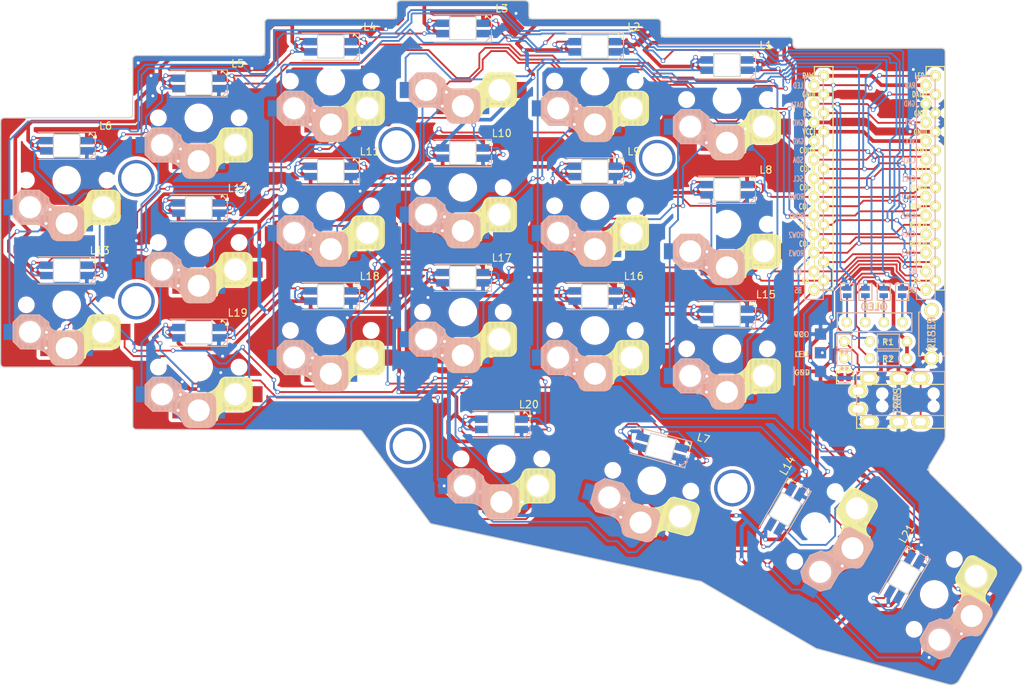
<source format=kicad_pcb>
(kicad_pcb (version 20221018) (generator pcbnew)
  (title_block (title "Corne Chocolate") (date "2018-11-17") (rev "2.1") (company "foostan"))
  (layers (0 "F.Cu" signal) (31 "B.Cu" signal) (34 "B.Paste" user) (35 "F.Paste" user) (36 "B.SilkS" user "B.Silkscreen") (37 "F.SilkS" user "F.Silkscreen") (38 "B.Mask" user) (39 "F.Mask" user) (44 "Edge.Cuts" user))
  (net 0 "")
  (net 1 "row1")
  (net 2 "row2")
  (net 3 "row3")
  (net 4 "GND")
  (net 5 "VCC")
  (net 6 "col1")
  (net 7 "col2")
  (net 8 "col3")
  (net 9 "col4")
  (net 10 "col5")
  (net 11 "LED")
  (net 12 "data")
  (net 13 "Net-(P1-Pin_1)")
  (net 14 "Net-(P2-Pin_1)")
  (net 15 "Net-(J2-Pin_1)")
  (net 16 "Net-(J2-Pin_2)")
  (net 17 "Net-(J2-Pin_3)")
  (net 18 "Net-(J2-Pin_4)")
  (net 19 "Net-(L1-DOUT)")
  (net 20 "Net-(L2-DOUT)")
  (net 21 "Net-(L3-DOUT)")
  (net 22 "Net-(L4-DOUT)")
  (net 23 "Net-(L10-DOUT)")
  (net 24 "reset")
  (net 25 "SCL")
  (net 26 "SDA")
  (net 27 "Net-(L5-DOUT)")
  (net 28 "Net-(L13-DIN)")
  (net 29 "Net-(L15-DIN)")
  (net 30 "Net-(L10-DIN)")
  (net 31 "Net-(L8-DIN)")
  (net 32 "Net-(L14-DIN)")
  (net 33 "Net-(L11-DIN)")
  (net 34 "row4")
  (net 35 "row5")
  (net 36 "row6")
  (net 37 "col6")
  (net 38 "unconnected-(U1-RAW-Pad24)")
  (net 39 "Net-(L12-DIN)")
  (net 40 "Net-(L14-DOUT)")
  (net 41 "Net-(L19-DOUT)")
  (net 42 "unconnected-(L21-DOUT-Pad2)")
  (net 43 "Net-(L15-DOUT)")
  (net 44 "Net-(L16-DOUT)")
  (net 45 "Net-(L20-DOUT)")
  (net 46 "col7")
  (net 47 "Net-(L17-DOUT)")
  (net 48 "Net-(L18-DOUT)")
  (net 49 "row7")
  (footprint "kbd:YS-SK6812MINI-E" (layer "F.Cu") (at 75 86)
    (fp_text reference "L6")
    (fp_text value "SK6812MINI-e" hide)
    (fp_line (start -1.799669 -6.252079) (end 1.800331 -6.252079) (stroke (width 0.12)) (layer "Edge.Cuts"))
    (fp_line (start -1.799669 -3.152079) (end -1.799669 -6.252079) (stroke (width 0.12)) (layer "Edge.Cuts"))
    (fp_line (start -1.798325 -6.256814) (end -1.798325 -3.156814) (stroke (width 0.12)) (layer "Edge.Cuts"))
    (fp_line (start -1.798325 -3.156814) (end 1.801675 -3.156814) (stroke (width 0.12)) (layer "Edge.Cuts"))
    (fp_line (start 1.800331 -6.252079) (end 1.800331 -3.152079) (stroke (width 0.12)) (layer "Edge.Cuts"))
    (fp_line (start 1.800331 -3.152079) (end -1.799669 -3.152079) (stroke (width 0.12)) (layer "Edge.Cuts"))
    (fp_line (start 1.801675 -6.256814) (end -1.798325 -6.256814) (stroke (width 0.12)) (layer "Edge.Cuts"))
    (fp_line (start 1.801675 -3.156814) (end 1.801675 -6.256814) (stroke (width 0.12)) (layer "Edge.Cuts"))
  )
  (footprint "kbd:YS-SK6812MINI-E" (layer "F.Cu") (at 93 77.5)
    (fp_text reference "L5")
    (fp_text value "SK6812MINI" hide)
    (fp_line (start -1.799669 -6.252079) (end 1.800331 -6.252079) (stroke (width 0.12)) (layer "Edge.Cuts"))
    (fp_line (start -1.799669 -3.152079) (end -1.799669 -6.252079) (stroke (width 0.12)) (layer "Edge.Cuts"))
    (fp_line (start -1.798325 -6.256814) (end -1.798325 -3.156814) (stroke (width 0.12)) (layer "Edge.Cuts"))
    (fp_line (start -1.798325 -3.156814) (end 1.801675 -3.156814) (stroke (width 0.12)) (layer "Edge.Cuts"))
    (fp_line (start 1.800331 -6.252079) (end 1.800331 -3.152079) (stroke (width 0.12)) (layer "Edge.Cuts"))
    (fp_line (start 1.800331 -3.152079) (end -1.799669 -3.152079) (stroke (width 0.12)) (layer "Edge.Cuts"))
    (fp_line (start 1.801675 -6.256814) (end -1.798325 -6.256814) (stroke (width 0.12)) (layer "Edge.Cuts"))
    (fp_line (start 1.801675 -3.156814) (end 1.801675 -6.256814) (stroke (width 0.12)) (layer "Edge.Cuts"))
  )
  (footprint "kbd:YS-SK6812MINI-E" (layer "F.Cu") (at 111 72.5)
    (fp_text reference "L4")
    (fp_text value "SK6812MINI" hide)
    (fp_line (start -1.799669 -6.252079) (end 1.800331 -6.252079) (stroke (width 0.12)) (layer "Edge.Cuts"))
    (fp_line (start -1.799669 -3.152079) (end -1.799669 -6.252079) (stroke (width 0.12)) (layer "Edge.Cuts"))
    (fp_line (start -1.798325 -6.256814) (end -1.798325 -3.156814) (stroke (width 0.12)) (layer "Edge.Cuts"))
    (fp_line (start -1.798325 -3.156814) (end 1.801675 -3.156814) (stroke (width 0.12)) (layer "Edge.Cuts"))
    (fp_line (start 1.800331 -6.252079) (end 1.800331 -3.152079) (stroke (width 0.12)) (layer "Edge.Cuts"))
    (fp_line (start 1.800331 -3.152079) (end -1.799669 -3.152079) (stroke (width 0.12)) (layer "Edge.Cuts"))
    (fp_line (start 1.801675 -6.256814) (end -1.798325 -6.256814) (stroke (width 0.12)) (layer "Edge.Cuts"))
    (fp_line (start 1.801675 -3.156814) (end 1.801675 -6.256814) (stroke (width 0.12)) (layer "Edge.Cuts"))
  )
  (footprint "kbd:YS-SK6812MINI-E" (layer "F.Cu") (at 129 70)
    (fp_text reference "L3")
    (fp_text value "SK6812MINI" hide)
    (fp_line (start -1.799669 -6.252079) (end 1.800331 -6.252079) (stroke (width 0.12)) (layer "Edge.Cuts"))
    (fp_line (start -1.799669 -3.152079) (end -1.799669 -6.252079) (stroke (width 0.12)) (layer "Edge.Cuts"))
    (fp_line (start -1.798325 -6.256814) (end -1.798325 -3.156814) (stroke (width 0.12)) (layer "Edge.Cuts"))
    (fp_line (start -1.798325 -3.156814) (end 1.801675 -3.156814) (stroke (width 0.12)) (layer "Edge.Cuts"))
    (fp_line (start 1.800331 -6.252079) (end 1.800331 -3.152079) (stroke (width 0.12)) (layer "Edge.Cuts"))
    (fp_line (start 1.800331 -3.152079) (end -1.799669 -3.152079) (stroke (width 0.12)) (layer "Edge.Cuts"))
    (fp_line (start 1.801675 -6.256814) (end -1.798325 -6.256814) (stroke (width 0.12)) (layer "Edge.Cuts"))
    (fp_line (start 1.801675 -3.156814) (end 1.801675 -6.256814) (stroke (width 0.12)) (layer "Edge.Cuts"))
  )
  (footprint "kbd:YS-SK6812MINI-E" (layer "F.Cu") (at 147 72.5)
    (fp_text reference "L2")
    (fp_text value "SK6812MINI" hide)
    (fp_line (start -1.799669 -6.252079) (end 1.800331 -6.252079) (stroke (width 0.12)) (layer "Edge.Cuts"))
    (fp_line (start -1.799669 -3.152079) (end -1.799669 -6.252079) (stroke (width 0.12)) (layer "Edge.Cuts"))
    (fp_line (start -1.798325 -6.256814) (end -1.798325 -3.156814) (stroke (width 0.12)) (layer "Edge.Cuts"))
    (fp_line (start -1.798325 -3.156814) (end 1.801675 -3.156814) (stroke (width 0.12)) (layer "Edge.Cuts"))
    (fp_line (start 1.800331 -6.252079) (end 1.800331 -3.152079) (stroke (width 0.12)) (layer "Edge.Cuts"))
    (fp_line (start 1.800331 -3.152079) (end -1.799669 -3.152079) (stroke (width 0.12)) (layer "Edge.Cuts"))
    (fp_line (start 1.801675 -6.256814) (end -1.798325 -6.256814) (stroke (width 0.12)) (layer "Edge.Cuts"))
    (fp_line (start 1.801675 -3.156814) (end 1.801675 -6.256814) (stroke (width 0.12)) (layer "Edge.Cuts"))
  )
  (footprint "kbd:YS-SK6812MINI-E" (layer "F.Cu") (at 165 75)
    (fp_text reference "L1")
    (fp_text value "SK6812MINI" hide)
    (fp_line (start -1.799669 -6.252079) (end 1.800331 -6.252079) (stroke (width 0.12)) (layer "Edge.Cuts"))
    (fp_line (start -1.799669 -3.152079) (end -1.799669 -6.252079) (stroke (width 0.12)) (layer "Edge.Cuts"))
    (fp_line (start -1.798325 -6.256814) (end -1.798325 -3.156814) (stroke (width 0.12)) (layer "Edge.Cuts"))
    (fp_line (start -1.798325 -3.156814) (end 1.801675 -3.156814) (stroke (width 0.12)) (layer "Edge.Cuts"))
    (fp_line (start 1.800331 -6.252079) (end 1.800331 -3.152079) (stroke (width 0.12)) (layer "Edge.Cuts"))
    (fp_line (start 1.800331 -3.152079) (end -1.799669 -3.152079) (stroke (width 0.12)) (layer "Edge.Cuts"))
    (fp_line (start 1.801675 -6.256814) (end -1.798325 -6.256814) (stroke (width 0.12)) (layer "Edge.Cuts"))
    (fp_line (start 1.801675 -3.156814) (end 1.801675 -6.256814) (stroke (width 0.12)) (layer "Edge.Cuts"))
  )
  (footprint "kbd:YS-SK6812MINI-E" (layer "F.Cu") (at 75 103)
    (fp_text reference "L13")
    (fp_text value "SK6812MINI" hide)
    (fp_line (start -1.799669 -6.252079) (end 1.800331 -6.252079) (stroke (width 0.12)) (layer "Edge.Cuts"))
    (fp_line (start -1.799669 -3.152079) (end -1.799669 -6.252079) (stroke (width 0.12)) (layer "Edge.Cuts"))
    (fp_line (start -1.798325 -6.256814) (end -1.798325 -3.156814) (stroke (width 0.12)) (layer "Edge.Cuts"))
    (fp_line (start -1.798325 -3.156814) (end 1.801675 -3.156814) (stroke (width 0.12)) (layer "Edge.Cuts"))
    (fp_line (start 1.800331 -6.252079) (end 1.800331 -3.152079) (stroke (width 0.12)) (layer "Edge.Cuts"))
    (fp_line (start 1.800331 -3.152079) (end -1.799669 -3.152079) (stroke (width 0.12)) (layer "Edge.Cuts"))
    (fp_line (start 1.801675 -6.256814) (end -1.798325 -6.256814) (stroke (width 0.12)) (layer "Edge.Cuts"))
    (fp_line (start 1.801675 -3.156814) (end 1.801675 -6.256814) (stroke (width 0.12)) (layer "Edge.Cuts"))
  )
  (footprint "kbd:YS-SK6812MINI-E" (layer "F.Cu") (at 93 94.5)
    (fp_text reference "L12")
    (fp_text value "SK6812MINI" hide)
    (fp_line (start -1.799669 -6.252079) (end 1.800331 -6.252079) (stroke (width 0.12)) (layer "Edge.Cuts"))
    (fp_line (start -1.799669 -3.152079) (end -1.799669 -6.252079) (stroke (width 0.12)) (layer "Edge.Cuts"))
    (fp_line (start -1.798325 -6.256814) (end -1.798325 -3.156814) (stroke (width 0.12)) (layer "Edge.Cuts"))
    (fp_line (start -1.798325 -3.156814) (end 1.801675 -3.156814) (stroke (width 0.12)) (layer "Edge.Cuts"))
    (fp_line (start 1.800331 -6.252079) (end 1.800331 -3.152079) (stroke (width 0.12)) (layer "Edge.Cuts"))
    (fp_line (start 1.800331 -3.152079) (end -1.799669 -3.152079) (stroke (width 0.12)) (layer "Edge.Cuts"))
    (fp_line (start 1.801675 -6.256814) (end -1.798325 -6.256814) (stroke (width 0.12)) (layer "Edge.Cuts"))
    (fp_line (start 1.801675 -3.156814) (end 1.801675 -6.256814) (stroke (width 0.12)) (layer "Edge.Cuts"))
  )
  (footprint "kbd:YS-SK6812MINI-E" (layer "F.Cu") (at 111 89.5)
    (fp_text reference "L11")
    (fp_text value "SK6812MINI" hide)
    (fp_line (start -1.799669 -6.252079) (end 1.800331 -6.252079) (stroke (width 0.12)) (layer "Edge.Cuts"))
    (fp_line (start -1.799669 -3.152079) (end -1.799669 -6.252079) (stroke (width 0.12)) (layer "Edge.Cuts"))
    (fp_line (start -1.798325 -6.256814) (end -1.798325 -3.156814) (stroke (width 0.12)) (layer "Edge.Cuts"))
    (fp_line (start -1.798325 -3.156814) (end 1.801675 -3.156814) (stroke (width 0.12)) (layer "Edge.Cuts"))
    (fp_line (start 1.800331 -6.252079) (end 1.800331 -3.152079) (stroke (width 0.12)) (layer "Edge.Cuts"))
    (fp_line (start 1.800331 -3.152079) (end -1.799669 -3.152079) (stroke (width 0.12)) (layer "Edge.Cuts"))
    (fp_line (start 1.801675 -6.256814) (end -1.798325 -6.256814) (stroke (width 0.12)) (layer "Edge.Cuts"))
    (fp_line (start 1.801675 -3.156814) (end 1.801675 -6.256814) (stroke (width 0.12)) (layer "Edge.Cuts"))
  )
  (footprint "kbd:YS-SK6812MINI-E" (layer "F.Cu") (at 129 87)
    (fp_text reference "L10")
    (fp_text value "SK6812MINI" hide)
    (fp_line (start -1.799669 -6.252079) (end 1.800331 -6.252079) (stroke (width 0.12)) (layer "Edge.Cuts"))
    (fp_line (start -1.799669 -3.152079) (end -1.799669 -6.252079) (stroke (width 0.12)) (layer "Edge.Cuts"))
    (fp_line (start -1.798325 -6.256814) (end -1.798325 -3.156814) (stroke (width 0.12)) (layer "Edge.Cuts"))
    (fp_line (start -1.798325 -3.156814) (end 1.801675 -3.156814) (stroke (width 0.12)) (layer "Edge.Cuts"))
    (fp_line (start 1.800331 -6.252079) (end 1.800331 -3.152079) (stroke (width 0.12)) (layer "Edge.Cuts"))
    (fp_line (start 1.800331 -3.152079) (end -1.799669 -3.152079) (stroke (width 0.12)) (layer "Edge.Cuts"))
    (fp_line (start 1.801675 -6.256814) (end -1.798325 -6.256814) (stroke (width 0.12)) (layer "Edge.Cuts"))
    (fp_line (start 1.801675 -3.156814) (end 1.801675 -6.256814) (stroke (width 0.12)) (layer "Edge.Cuts"))
  )
  (footprint "kbd:YS-SK6812MINI-E" (layer "F.Cu") (at 147 89.5)
    (fp_text reference "L9")
    (fp_text value "SK6812MINI" hide)
    (fp_line (start -1.799669 -6.252079) (end 1.800331 -6.252079) (stroke (width 0.12)) (layer "Edge.Cuts"))
    (fp_line (start -1.799669 -3.152079) (end -1.799669 -6.252079) (stroke (width 0.12)) (layer "Edge.Cuts"))
    (fp_line (start -1.798325 -6.256814) (end -1.798325 -3.156814) (stroke (width 0.12)) (layer "Edge.Cuts"))
    (fp_line (start -1.798325 -3.156814) (end 1.801675 -3.156814) (stroke (width 0.12)) (layer "Edge.Cuts"))
    (fp_line (start 1.800331 -6.252079) (end 1.800331 -3.152079) (stroke (width 0.12)) (layer "Edge.Cuts"))
    (fp_line (start 1.800331 -3.152079) (end -1.799669 -3.152079) (stroke (width 0.12)) (layer "Edge.Cuts"))
    (fp_line (start 1.801675 -6.256814) (end -1.798325 -6.256814) (stroke (width 0.12)) (layer "Edge.Cuts"))
    (fp_line (start 1.801675 -3.156814) (end 1.801675 -6.256814) (stroke (width 0.12)) (layer "Edge.Cuts"))
  )
  (footprint "kbd:YS-SK6812MINI-E" (layer "F.Cu") (at 165 92)
    (fp_text reference "L8")
    (fp_text value "SK6812MINI" hide)
    (fp_line (start -1.799669 -6.252079) (end 1.800331 -6.252079) (stroke (width 0.12)) (layer "Edge.Cuts"))
    (fp_line (start -1.799669 -3.152079) (end -1.799669 -6.252079) (stroke (width 0.12)) (layer "Edge.Cuts"))
    (fp_line (start -1.798325 -6.256814) (end -1.798325 -3.156814) (stroke (width 0.12)) (layer "Edge.Cuts"))
    (fp_line (start -1.798325 -3.156814) (end 1.801675 -3.156814) (stroke (width 0.12)) (layer "Edge.Cuts"))
    (fp_line (start 1.800331 -6.252079) (end 1.800331 -3.152079) (stroke (width 0.12)) (layer "Edge.Cuts"))
    (fp_line (start 1.800331 -3.152079) (end -1.799669 -3.152079) (stroke (width 0.12)) (layer "Edge.Cuts"))
    (fp_line (start 1.801675 -6.256814) (end -1.798325 -6.256814) (stroke (width 0.12)) (layer "Edge.Cuts"))
    (fp_line (start 1.801675 -3.156814) (end 1.801675 -6.256814) (stroke (width 0.12)) (layer "Edge.Cuts"))
  )
  (footprint "kbd:YS-SK6812MINI-E" (layer "F.Cu") (at 134.25 124)
    (fp_text reference "L20")
    (fp_text value "SK6812MINI" hide)
    (fp_line (start -1.799669 -6.252079) (end 1.800331 -6.252079) (stroke (width 0.12)) (layer "Edge.Cuts"))
    (fp_line (start -1.799669 -3.152079) (end -1.799669 -6.252079) (stroke (width 0.12)) (layer "Edge.Cuts"))
    (fp_line (start -1.798325 -6.256814) (end -1.798325 -3.156814) (stroke (width 0.12)) (layer "Edge.Cuts"))
    (fp_line (start -1.798325 -3.156814) (end 1.801675 -3.156814) (stroke (width 0.12)) (layer "Edge.Cuts"))
    (fp_line (start 1.800331 -6.252079) (end 1.800331 -3.152079) (stroke (width 0.12)) (layer "Edge.Cuts"))
    (fp_line (start 1.800331 -3.152079) (end -1.799669 -3.152079) (stroke (width 0.12)) (layer "Edge.Cuts"))
    (fp_line (start 1.801675 -6.256814) (end -1.798325 -6.256814) (stroke (width 0.12)) (layer "Edge.Cuts"))
    (fp_line (start 1.801675 -3.156814) (end 1.801675 -6.256814) (stroke (width 0.12)) (layer "Edge.Cuts"))
  )
  (footprint "kbd:YS-SK6812MINI-E" (layer "F.Cu") (at 93 111.5)
    (fp_text reference "L19")
    (fp_text value "SK6812MINI" hide)
    (fp_line (start -1.799669 -6.252079) (end 1.800331 -6.252079) (stroke (width 0.12)) (layer "Edge.Cuts"))
    (fp_line (start -1.799669 -3.152079) (end -1.799669 -6.252079) (stroke (width 0.12)) (layer "Edge.Cuts"))
    (fp_line (start -1.798325 -6.256814) (end -1.798325 -3.156814) (stroke (width 0.12)) (layer "Edge.Cuts"))
    (fp_line (start -1.798325 -3.156814) (end 1.801675 -3.156814) (stroke (width 0.12)) (layer "Edge.Cuts"))
    (fp_line (start 1.800331 -6.252079) (end 1.800331 -3.152079) (stroke (width 0.12)) (layer "Edge.Cuts"))
    (fp_line (start 1.800331 -3.152079) (end -1.799669 -3.152079) (stroke (width 0.12)) (layer "Edge.Cuts"))
    (fp_line (start 1.801675 -6.256814) (end -1.798325 -6.256814) (stroke (width 0.12)) (layer "Edge.Cuts"))
    (fp_line (start 1.801675 -3.156814) (end 1.801675 -6.256814) (stroke (width 0.12)) (layer "Edge.Cuts"))
  )
  (footprint "kbd:YS-SK6812MINI-E" (layer "F.Cu") (at 111 106.5)
    (fp_text reference "L18")
    (fp_text value "SK6812MINI" hide)
    (fp_line (start -1.799669 -6.252079) (end 1.800331 -6.252079) (stroke (width 0.12)) (layer "Edge.Cuts"))
    (fp_line (start -1.799669 -3.152079) (end -1.799669 -6.252079) (stroke (width 0.12)) (layer "Edge.Cuts"))
    (fp_line (start -1.798325 -6.256814) (end -1.798325 -3.156814) (stroke (width 0.12)) (layer "Edge.Cuts"))
    (fp_line (start -1.798325 -3.156814) (end 1.801675 -3.156814) (stroke (width 0.12)) (layer "Edge.Cuts"))
    (fp_line (start 1.800331 -6.252079) (end 1.800331 -3.152079) (stroke (width 0.12)) (layer "Edge.Cuts"))
    (fp_line (start 1.800331 -3.152079) (end -1.799669 -3.152079) (stroke (width 0.12)) (layer "Edge.Cuts"))
    (fp_line (start 1.801675 -6.256814) (end -1.798325 -6.256814) (stroke (width 0.12)) (layer "Edge.Cuts"))
    (fp_line (start 1.801675 -3.156814) (end 1.801675 -6.256814) (stroke (width 0.12)) (layer "Edge.Cuts"))
  )
  (footprint "kbd:YS-SK6812MINI-E" (layer "F.Cu") (at 129 104)
    (fp_text reference "L17")
    (fp_text value "SK6812MINI" hide)
    (fp_line (start -1.799669 -6.252079) (end 1.800331 -6.252079) (stroke (width 0.12)) (layer "Edge.Cuts"))
    (fp_line (start -1.799669 -3.152079) (end -1.799669 -6.252079) (stroke (width 0.12)) (layer "Edge.Cuts"))
    (fp_line (start -1.798325 -6.256814) (end -1.798325 -3.156814) (stroke (width 0.12)) (layer "Edge.Cuts"))
    (fp_line (start -1.798325 -3.156814) (end 1.801675 -3.156814) (stroke (width 0.12)) (layer "Edge.Cuts"))
    (fp_line (start 1.800331 -6.252079) (end 1.800331 -3.152079) (stroke (width 0.12)) (layer "Edge.Cuts"))
    (fp_line (start 1.800331 -3.152079) (end -1.799669 -3.152079) (stroke (width 0.12)) (layer "Edge.Cuts"))
    (fp_line (start 1.801675 -6.256814) (end -1.798325 -6.256814) (stroke (width 0.12)) (layer "Edge.Cuts"))
    (fp_line (start 1.801675 -3.156814) (end 1.801675 -6.256814) (stroke (width 0.12)) (layer "Edge.Cuts"))
  )
  (footprint "kbd:YS-SK6812MINI-E" (layer "F.Cu") (at 147 106.5)
    (fp_text reference "L16")
    (fp_text value "SK6812MINI" hide)
    (fp_line (start -1.799669 -6.252079) (end 1.800331 -6.252079) (stroke (width 0.12)) (layer "Edge.Cuts"))
    (fp_line (start -1.799669 -3.152079) (end -1.799669 -6.252079) (stroke (width 0.12)) (layer "Edge.Cuts"))
    (fp_line (start -1.798325 -6.256814) (end -1.798325 -3.156814) (stroke (width 0.12)) (layer "Edge.Cuts"))
    (fp_line (start -1.798325 -3.156814) (end 1.801675 -3.156814) (stroke (width 0.12)) (layer "Edge.Cuts"))
    (fp_line (start 1.800331 -6.252079) (end 1.800331 -3.152079) (stroke (width 0.12)) (layer "Edge.Cuts"))
    (fp_line (start 1.800331 -3.152079) (end -1.799669 -3.152079) (stroke (width 0.12)) (layer "Edge.Cuts"))
    (fp_line (start 1.801675 -6.256814) (end -1.798325 -6.256814) (stroke (width 0.12)) (layer "Edge.Cuts"))
    (fp_line (start 1.801675 -3.156814) (end 1.801675 -6.256814) (stroke (width 0.12)) (layer "Edge.Cuts"))
  )
  (footprint "kbd:YS-SK6812MINI-E" (layer "F.Cu") (at 165 109)
    (fp_text reference "L15")
    (fp_text value "SK6812MINI" hide)
    (fp_line (start -1.799669 -6.252079) (end 1.800331 -6.252079) (stroke (width 0.12)) (layer "Edge.Cuts"))
    (fp_line (start -1.799669 -3.152079) (end -1.799669 -6.252079) (stroke (width 0.12)) (layer "Edge.Cuts"))
    (fp_line (start -1.798325 -6.256814) (end -1.798325 -3.156814) (stroke (width 0.12)) (layer "Edge.Cuts"))
    (fp_line (start -1.798325 -3.156814) (end 1.801675 -3.156814) (stroke (width 0.12)) (layer "Edge.Cuts"))
    (fp_line (start 1.800331 -6.252079) (end 1.800331 -3.152079) (stroke (width 0.12)) (layer "Edge.Cuts"))
    (fp_line (start 1.800331 -3.152079) (end -1.799669 -3.152079) (stroke (width 0.12)) (layer "Edge.Cuts"))
    (fp_line (start 1.801675 -6.256814) (end -1.798325 -6.256814) (stroke (width 0.12)) (layer "Edge.Cuts"))
    (fp_line (start 1.801675 -3.156814) (end 1.801675 -6.256814) (stroke (width 0.12)) (layer "Edge.Cuts"))
  )
  (footprint "kbd:YS-SK6812MINI-E" (layer "F.Cu") (at 154.75 127 -15)
    (fp_text reference "L7")
    (fp_text value "SK6812MINI" hide)
    (fp_line (start -1.799669 -6.252079) (end 1.800331 -6.252079) (stroke (width 0.12)) (layer "Edge.Cuts"))
    (fp_line (start -1.799669 -3.152079) (end -1.799669 -6.252079) (stroke (width 0.12)) (layer "Edge.Cuts"))
    (fp_line (start -1.798325 -6.256814) (end -1.798325 -3.156814) (stroke (width 0.12)) (layer "Edge.Cuts"))
    (fp_line (start -1.798325 -3.156814) (end 1.801675 -3.156814) (stroke (width 0.12)) (layer "Edge.Cuts"))
    (fp_line (start 1.800331 -6.252079) (end 1.800331 -3.152079) (stroke (width 0.12)) (layer "Edge.Cuts"))
    (fp_line (start 1.800331 -3.152079) (end -1.799669 -3.152079) (stroke (width 0.12)) (layer "Edge.Cuts"))
    (fp_line (start 1.801675 -6.256814) (end -1.798325 -6.256814) (stroke (width 0.12)) (layer "Edge.Cuts"))
    (fp_line (start 1.801675 -3.156814) (end 1.801675 -6.256814) (stroke (width 0.12)) (layer "Edge.Cuts"))
  )
  (footprint "kbd:YS-SK6812MINI-E" (layer "F.Cu") (at 177 133.25 60)
    (fp_text reference "L14")
    (fp_text value "SK6812MINI" hide)
    (fp_line (start -1.799669 -6.252079) (end 1.800331 -6.252079) (stroke (width 0.12)) (layer "Edge.Cuts"))
    (fp_line (start -1.799669 -3.152079) (end -1.799669 -6.252079) (stroke (width 0.12)) (layer "Edge.Cuts"))
    (fp_line (start -1.798325 -6.256814) (end -1.798325 -3.156814) (stroke (width 0.12)) (layer "Edge.Cuts"))
    (fp_line (start -1.798325 -3.156814) (end 1.801675 -3.156814) (stroke (width 0.12)) (layer "Edge.Cuts"))
    (fp_line (start 1.800331 -6.252079) (end 1.800331 -3.152079) (stroke (width 0.12)) (layer "Edge.Cuts"))
    (fp_line (start 1.800331 -3.152079) (end -1.799669 -3.152079) (stroke (width 0.12)) (layer "Edge.Cuts"))
    (fp_line (start 1.801675 -6.256814) (end -1.798325 -6.256814) (stroke (width 0.12)) (layer "Edge.Cuts"))
    (fp_line (start 1.801675 -3.156814) (end 1.801675 -6.256814) (stroke (width 0.12)) (layer "Edge.Cuts"))
  )
  (footprint "kbd:YS-SK6812MINI-E" (layer "F.Cu") (at 193.25 142.5 60)
    (fp_text reference "L21")
    (fp_text value "SK6812MINI" hide)
    (fp_line (start -1.799669 -6.252079) (end 1.800331 -6.252079) (stroke (width 0.12)) (layer "Edge.Cuts"))
    (fp_line (start -1.799669 -3.152079) (end -1.799669 -6.252079) (stroke (width 0.12)) (layer "Edge.Cuts"))
    (fp_line (start -1.798325 -6.256814) (end -1.798325 -3.156814) (stroke (width 0.12)) (layer "Edge.Cuts"))
    (fp_line (start -1.798325 -3.156814) (end 1.801675 -3.156814) (stroke (width 0.12)) (layer "Edge.Cuts"))
    (fp_line (start 1.800331 -6.252079) (end 1.800331 -3.152079) (stroke (width 0.12)) (layer "Edge.Cuts"))
    (fp_line (start 1.800331 -3.152079) (end -1.799669 -3.152079) (stroke (width 0.12)) (layer "Edge.Cuts"))
    (fp_line (start 1.801675 -6.256814) (end -1.798325 -6.256814) (stroke (width 0.12)) (layer "Edge.Cuts"))
    (fp_line (start 1.801675 -3.156814) (end 1.801675 -6.256814) (stroke (width 0.12)) (layer "Edge.Cuts"))
  )
  (footprint "MyLibrary:Choc_Hotswap" (layer "F.Cu") (at 75 86 180)
    (fp_text reference "SW6" hide)
    (fp_text value "SW_PUSH" hide)
  )
  (footprint "MyLibrary:Choc_Hotswap" (layer "F.Cu") (at 93 77.5 180)
    (fp_text reference "SW5" hide)
    (fp_text value "SW_PUSH" hide)
  )
  (footprint "MyLibrary:Choc_Hotswap" (layer "F.Cu") (at 111 72.5 180)
    (fp_text reference "SW4" hide)
    (fp_text value "SW_PUSH" hide)
  )
  (footprint "MyLibrary:Choc_Hotswap" (layer "F.Cu") (at 129 70 180)
    (fp_text reference "SW3" hide)
    (fp_text value "SW_PUSH" hide)
  )
  (footprint "MyLibrary:Choc_Hotswap" (layer "F.Cu") (at 147 72.5 180)
    (fp_text reference "SW2" hide)
    (fp_text value "SW_PUSH" hide)
  )
  (footprint "MyLibrary:Choc_Hotswap" (layer "F.Cu") (at 165 75 180)
    (fp_text reference "SW1" hide)
    (fp_text value "SW_PUSH" hide)
  )
  (footprint "MyLibrary:Choc_Hotswap" (layer "F.Cu") (at 75 103 180)
    (fp_text reference "SW13" hide)
    (fp_text value "SW_PUSH" hide)
  )
  (footprint "MyLibrary:Choc_Hotswap" (layer "F.Cu") (at 93 94.5 180)
    (fp_text reference "SW12" hide)
    (fp_text value "SW_PUSH" hide)
  )
  (footprint "MyLibrary:Choc_Hotswap" (layer "F.Cu") (at 111 89.5 180)
    (fp_text reference "SW11" hide)
    (fp_text value "SW_PUSH" hide)
  )
  (footprint "MyLibrary:Choc_Hotswap" (layer "F.Cu") (at 129 87 180)
    (fp_text reference "SW10" hide)
    (fp_text value "SW_PUSH" hide)
  )
  (footprint "MyLibrary:Choc_Hotswap" (layer "F.Cu") (at 147 89.5 180)
    (fp_text reference "SW9" hide)
    (fp_text value "SW_PUSH" hide)
  )
  (footprint "MyLibrary:Choc_Hotswap" (layer "F.Cu") (at 165 92 180)
    (fp_text reference "SW8" hide)
    (fp_text value "SW_PUSH" hide)
  )
  (footprint "MyLibrary:Choc_Hotswap" (layer "F.Cu") (at 134.25 124 180)
    (fp_text reference "SW20" hide)
    (fp_text value "SW_PUSH" hide)
  )
  (footprint "MyLibrary:Choc_Hotswap" (layer "F.Cu") (at 93 111.5 180)
    (fp_text reference "SW19" hide)
    (fp_text value "SW_PUSH" hide)
  )
  (footprint "MyLibrary:Choc_Hotswap" (layer "F.Cu") (at 111 106.5 180)
    (fp_text reference "SW18" hide)
    (fp_text value "SW_PUSH" hide)
  )
  (footprint "MyLibrary:Choc_Hotswap" (layer "F.Cu") (at 129 104 180)
    (fp_text reference "SW17" hide)
    (fp_text value "SW_PUSH" hide)
  )
  (footprint "MyLibrary:Choc_Hotswap" (layer "F.Cu") (at 147 106.5 180)
    (fp_text reference "SW16" hide)
    (fp_text value "SW_PUSH" hide)
  )
  (footprint "MyLibrary:Choc_Hotswap" (layer "F.Cu") (at 165 109 180)
    (fp_text reference "SW15" hide)
    (fp_text value "SW_PUSH" hide)
  )
  (footprint "MyLibrary:Choc_Hotswap" (layer "F.Cu") (at 154.75 127 165)
    (fp_text reference "SW7" hide)
    (fp_text value "SW_PUSH" hide)
  )
  (footprint "MyLibrary:Choc_Hotswap_1.5u" (layer "F.Cu") (at 177 133.25 -120)
    (fp_text reference "SW14" hide)
    (fp_text value "SW_PUSH" hide)
  )
  (footprint "kbd:Jumper" (layer "F.Cu") (at 188.875 101.25 -90)
    (fp_text reference "JP2" hide)
    (fp_text value " ")
  )
  (footprint "kbd:Jumper" (layer "F.Cu") (at 186.375 101.25 -90)
    (fp_text reference "JP3" hide)
    (fp_text value " ")
  )
  (footprint "kbd:Jumper" (layer "F.Cu") (at 183.875 101.25 -90)
    (fp_text reference "JP4" hide)
    (fp_text value " ")
  )
  (footprint "kbd:Jumper" (layer "F.Cu") (at 181.375 101.25 -90)
    (fp_text reference "JP5" hide)
    (fp_text value " ")
  )
  (footprint "kbd:ProMicro_v2" (layer "F.Cu") (at 185.75 86.25)
    (fp_text reference "U1" hide)
    (fp_text value "ProMicro" hide)
  )
  (footprint "kbd:StripLED_rev" (layer "F.Cu") (at 177.75 112.08 180)
    (fp_text reference "J3" hide)
    (fp_text value "LED" hide)
  )
  (footprint "kbd:ResetSW" (layer "F.Cu") (at 192.9 107 90)
    (fp_text reference "RSW1" hide)
    (fp_text value "SW_PUSH")
  )
  (footprint "kbd:R" (layer "F.Cu") (at 187 110.3 180)
    (fp_text reference "R2")
    (fp_text value "R" hide)
  )
  (footprint "kbd:R" (layer "F.Cu") (at 187 108 180)
    (fp_text reference "R1")
    (fp_text value "R" hide)
  )
  (footprint "kbd:1pin_conn" (layer "F.Cu") (at 181 108)
    (fp_text reference "P1")
    (fp_text value "i2c-pin" hide)
  )
  (footprint "kbd:1pin_conn" (layer "F.Cu") (at 181 110.3)
    (fp_text reference "P2")
    (fp_text value "i2c-pin" hide)
  )
  (footprint "kbd:MJ-4PP-9" (layer "F.Cu") (at 194.670314 116.848619 -90)
    (fp_text reference "J1")
    (fp_text value "MJ-4PP-9" hide)
  )
  (footprint "" (layer "F.Cu") (at 120 81.25)
    (fp_text reference "")
    (fp_text value "")
  )
  (footprint "kbd:OLED" (layer "F.Cu") (at 181.311393 105.378328)
    (fp_text reference "J2")
    (fp_text value "OLED" hide)
  )
  (footprint "MyLibrary:LEGO_HOLE" (layer "F.Cu") (at 84.5 85.75)
    (fp_text reference "")
    (fp_text value "")
  )
  (footprint "kbd:JPC2" (layer "F.Cu") (at 181.07397 112.871783)
    (fp_text reference "JP1")
    (fp_text value " " hide)
  )
  (footprint "MyLibrary:LEGO_HOLE" (layer "F.Cu") (at 84.5 102.5)
    (fp_text reference "")
    (fp_text value "")
  )
  (footprint "MyLibrary:Choc_Hotswap" (layer "F.Cu") (at 193.25 142.5 -120)
    (fp_text reference "SW21" hide)
    (fp_text value "SW_PUSH" hide)
  )
  (footprint "" (layer "F.Cu") (at 155.5 83)
    (fp_text reference "")
    (fp_text value "")
  )
  (footprint "MyLibrary:LEGO_HOLE" (layer "F.Cu") (at 165.75 128)
    (fp_text reference "")
    (fp_text value "")
  )
  (footprint "MyLibrary:LEGO_HOLE" (layer "F.Cu") (at 121.5 122.25)
    (fp_text reference "")
    (fp_text value "")
  )
  (footprint "kbd:Jumper" (layer "B.Cu") (at 188.875 101.25 -90)
    (fp_text reference "JP6" hide)
    (fp_text value " ")
  )
  (footprint "kbd:Jumper" (layer "B.Cu") (at 186.375 101.25 -90)
    (fp_text reference "JP7" hide)
    (fp_text value " ")
  )
  (footprint "kbd:Jumper" (layer "B.Cu") (at 183.875 101.25 -90)
    (fp_text reference "JP8" hide)
    (fp_text value " ")
  )
  (footprint "kbd:Jumper" (layer "B.Cu") (at 181.375 101.25 -90)
    (fp_text reference "JP9" hide)
    (fp_text value " ")
  )
  (gr_line (start 114.880558 120.103119) (end 84.5 120) (stroke (width 0.15)) (layer "Edge.Cuts"))
  (gr_arc (start 83.500021 111.499953) (mid 83.853574 111.6464) (end 84.000021 111.999953) (stroke (width 0.15)) (layer "Edge.Cuts"))
  (gr_line (start 194.75 68.5) (end 194.75 120.798332) (stroke (width 0.15)) (layer "Edge.Cuts"))
  (gr_arc (start 84.5 120) (mid 84.146447 119.853553) (end 84 119.5) (stroke (width 0.15)) (layer "Edge.Cuts"))
  (gr_line (start 156 65.994664) (end 156 64.5) (stroke (width 0.15)) (layer "Edge.Cuts"))
  (gr_line (start 65.999053 78.000879) (end 65.988378 111.004483) (stroke (width 0.15)) (layer "Edge.Cuts"))
  (gr_arc (start 194.75 120.798332) (mid 194.695221 121.250001) (end 194.522764 121.671028) (stroke (width 0.15)) (layer "Edge.Cuts"))
  (gr_line (start 138 63.5) (end 138 62) (stroke (width 0.15)) (layer "Edge.Cuts"))
  (gr_arc (start 194.25 68) (mid 194.603553 68.146447) (end 194.75 68.5) (stroke (width 0.15)) (layer "Edge.Cuts"))
  (gr_line (start 119.510538 63.994664) (end 102.5 64) (stroke (width 0.15)) (layer "Edge.Cuts"))
  (gr_arc (start 102 64.5) (mid 102.146447 64.146447) (end 102.5 64) (stroke (width 0.15)) (layer "Edge.Cuts"))
  (gr_line (start 101.505943 69.003715) (end 84.5 69) (stroke (width 0.15)) (layer "Edge.Cuts"))
  (gr_arc (start 124.883181 132.909579) (mid 124.691839 132.871519) (end 124.529628 132.763132) (stroke (width 0.15)) (layer "Edge.Cuts"))
  (gr_line (start 173.5 66.5) (end 156.5 66.49446) (stroke (width 0.15)) (layer "Edge.Cuts"))
  (gr_line (start 161.5 140.75) (end 176.930426 149.756305) (stroke (width 0.15)) (layer "Edge.Cuts"))
  (gr_line (start 83.500021 111.499953) (end 66.488378 111.504483) (stroke (width 0.15)) (layer "Edge.Cuts"))
  (gr_arc (start 102.005943 68.503715) (mid 101.859496 68.857268) (end 101.505943 69.003715) (stroke (width 0.15)) (layer "Edge.Cuts"))
  (gr_line (start 137.5 61.5) (end 120.494049 61.500857) (stroke (width 0.15)) (layer "Edge.Cuts"))
  (gr_line (start 155.5 64.000056) (end 138.5 64) (stroke (width 0.15)) (layer "Edge.Cuts"))
  (gr_arc (start 177.599407 149.999999) (mid 177.25 149.919101) (end 176.930426 149.756305) (stroke (width 0.15)) (layer "Edge.Cuts"))
  (gr_line (start 177.599407 149.999999) (end 195.192084 154.786747) (stroke (width 0.15)) (layer "Edge.Cuts"))
  (gr_line (start 115.25 120.25) (end 124.529628 132.763132) (stroke (width 0.15)) (layer "Edge.Cuts"))
  (gr_arc (start 65.999053 78.000879) (mid 66.145504 77.647323) (end 66.499053 77.500879) (stroke (width 0.15)) (layer "Edge.Cuts"))
  (gr_arc (start 156.5 66.49446) (mid 156.146459 66.348145) (end 156 65.994664) (stroke (width 0.15)) (layer "Edge.Cuts"))
  (gr_arc (start 204.805562 138.098915) (mid 205.233595 138.75) (end 205.064464 139.510604) (stroke (width 0.15)) (layer "Edge.Cuts"))
  (gr_arc (start 137.5 61.5) (mid 137.85354 61.646454) (end 138 62) (stroke (width 0.15)) (layer "Edge.Cuts"))
  (gr_line (start 194.522764 121.671028) (end 192.6047 124.868092) (stroke (width 0.15)) (layer "Edge.Cuts"))
  (gr_line (start 83.5 77.5) (end 66.499053 77.500879) (stroke (width 0.15)) (layer "Edge.Cuts"))
  (gr_line (start 119.994049 62.000857) (end 120.010538 63.494664) (stroke (width 0.15)) (layer "Edge.Cuts"))
  (gr_arc (start 84 69.5) (mid 84.146447 69.146447) (end 84.5 69) (stroke (width 0.15)) (layer "Edge.Cuts"))
  (gr_arc (start 173.5 66.5) (mid 173.853553 66.646447) (end 174 67) (stroke (width 0.15)) (layer "Edge.Cuts"))
  (gr_line (start 124.883181 132.909579) (end 160.815727 140.611044) (stroke (width 0.15)) (layer "Edge.Cuts"))
  (gr_arc (start 84 77) (mid 83.853555 77.353555) (end 83.5 77.5) (stroke (width 0.15)) (layer "Edge.Cuts"))
  (gr_arc (start 196.634089 154.247995) (mid 196 154.75) (end 195.192084 154.786747) (stroke (width 0.15)) (layer "Edge.Cuts"))
  (gr_arc (start 155.5 64.000056) (mid 155.853553 64.146503) (end 156 64.500056) (stroke (width 0.15)) (layer "Edge.Cuts"))
  (gr_line (start 102 64.5) (end 102.005943 68.503715) (stroke (width 0.15)) (layer "Edge.Cuts"))
  (gr_line (start 192.768409 126.081573) (end 204.805562 138.098915) (stroke (width 0.15)) (layer "Edge.Cuts"))
  (gr_line (start 196.634089 154.247995) (end 205.064464 139.510604) (stroke (width 0.15)) (layer "Edge.Cuts"))
  (gr_arc (start 120.010538 63.494664) (mid 119.864091 63.848217) (end 119.510538 63.994664) (stroke (width 0.15)) (layer "Edge.Cuts"))
  (gr_arc (start 66.488378 111.504483) (mid 66.134825 111.358036) (end 65.988378 111.004483) (stroke (width 0.15)) (layer "Edge.Cuts"))
  (gr_line (start 84.000021 111.999953) (end 84 119.5) (stroke (width 0.15)) (layer "Edge.Cuts"))
  (gr_arc (start 160.815727 140.611044) (mid 161.161431 140.662952) (end 161.5 140.75) (stroke (width 0.15)) (layer "Edge.Cuts"))
  (gr_line (start 84 69.5) (end 84 77) (stroke (width 0.15)) (layer "Edge.Cuts"))
  (gr_arc (start 114.880558 120.103119) (mid 115.080433 120.138443) (end 115.25 120.25) (stroke (width 0.15)) (layer "Edge.Cuts"))
  (gr_arc (start 138.5 64) (mid 138.146447 63.853553) (end 138 63.5) (stroke (width 0.15)) (layer "Edge.Cuts"))
  (gr_arc (start 174.5 67.999999) (mid 174.146682 67.850812) (end 174.000721 67.496149) (stroke (width 0.15)) (layer "Edge.Cuts"))
  (gr_arc (start 192.768409 126.081573) (mid 192.5 125.5) (end 192.6047 124.868092) (stroke (width 0.15)) (layer "Edge.Cuts"))
  (gr_line (start 174 67) (end 174.000721 67.496149) (stroke (width 0.15)) (layer "Edge.Cuts"))
  (gr_arc (start 119.994049 62.000857) (mid 120.140503 61.647326) (end 120.494049 61.500857) (stroke (width 0.15)) (layer "Edge.Cuts"))
  (gr_line (start 194.25 68) (end 174.5 68) (stroke (width 0.15)) (layer "Edge.Cuts"))
  (gr_text "VCC" (at 175.25 112.25) (layer "B.SilkS") (effects (font (size 0.7 0.7) (thickness 0.125)) (justify mirror)))
  (gr_text "GND" (at 175.15 107.05) (layer "B.SilkS") (effects (font (size 0.7 0.7) (thickness 0.125)) (justify mirror)))
  (gr_text "LED" (at 175.25 109.75) (layer "B.SilkS") (effects (font (size 0.7 0.7) (thickness 0.125)) (justify mirror)))
  (gr_text "OLED" (at 185.1 103.3) (layer "B.SilkS") (effects (font (size 0.8128 0.8128)) (justify mirror)))
  (gr_text "LED" (at 175.15 109.75) (layer "F.SilkS") (effects (font (size 0.7 0.7) (thickness 0.125))))
  (gr_text "GND" (at 175.25 112.25) (layer "F.SilkS") (effects (font (size 0.7 0.7) (thickness 0.125))))
  (gr_text "VCC" (at 175.15 107.05) (layer "F.SilkS") (effects (font (size 0.7 0.7) (thickness 0.125))))
  (segment (start 117 97.5) (end 117.984962 96.515038) (width 0.25) (layer "F.Cu") (net 1))
  (segment (start 188.566116 87.75) (end 190.336 87.75) (width 0.25) (layer "F.Cu") (net 1))
  (segment (start 170.75 88) (end 171.032 88.282) (width 0.25) (layer "F.Cu") (net 1))
  (segment (start 171.032 88.282) (end 176.86 88.282) (width 0.25) (layer "F.Cu") (net 1))
  (segment (start 117.984962 96.515038) (end 118.096574 96.62665) (width 0.25) (layer "F.Cu") (net 1))
  (segment (start 191.238 87.012) (end 193.4064 87.012) (width 0.25) (layer "F.Cu") (net 1))
  (segment (start 188.034116 88.282) (end 188.566116 87.75) (width 0.25) (layer "F.Cu") (net 1))
  (segment (start 190.336 87.75) (end 190.418 87.832) (width 0.25) (layer "F.Cu") (net 1))
  (segment (start 123.109746 96.62665) (end 123.236396 96.5) (width 0.25) (layer "F.Cu") (net 1))
  (segment (start 176.86 88.282) (end 188.034116 88.282) (width 0.25) (layer "F.Cu") (net 1))
  (segment (start 123.236396 96.5) (end 143.1 96.5) (width 0.25) (layer "F.Cu") (net 1))
  (segment (start 159 89.5) (end 157.7005 89.5) (width 0.25) (layer "F.Cu") (net 1))
  (segment (start 143.1 96.5) (end 144.2 95.4) (width 0.25) (layer "F.Cu") (net 1))
  (segment (start 190.418 87.832) (end 191.238 87.012) (width 0.25) (layer "F.Cu") (net 1))
  (segment (start 118.096574 96.62665) (end 123.109746 96.62665) (width 0.25) (layer "F.Cu") (net 1))
  (via (at 144.2 95.4) (size 0.6) (drill 0.4) (layers "F.Cu" "B.Cu") (net 1))
  (via (at 159 89.5) (size 0.6) (drill 0.4) (layers "F.Cu" "B.Cu") (net 1))
  (via (at 108.2 112.4) (size 0.6) (drill 0.4) (layers "F.Cu" "B.Cu") (net 1))
  (via (at 170.75 88) (size 0.6) (drill 0.4) (layers "F.Cu" "B.Cu") (net 1))
  (via (at 117 97.5) (size 0.6) (drill 0.4) (layers "F.Cu" "B.Cu") (net 1))
  (via (at 157.7005 89.5) (size 0.6) (drill 0.4) (layers "F.Cu" "B.Cu") (net 1))
  (via (at 162.2 80.9) (size 0.6) (drill 0.4) (layers "F.Cu" "B.Cu") (net 1))
  (segment (start 162.2 80.9) (end 159 84.1) (width 0.25) (layer "B.Cu") (net 1))
  (segment (start 113.8 105.333884) (end 117 102.133884) (width 0.25) (layer "B.Cu") (net 1))
  (segment (start 170.125 83.225) (end 170.125 87.375) (width 0.25) (layer "B.Cu") (net 1))
  (segment (start 147.925 93.525) (end 146.075 93.525) (width 0.25) (layer "B.Cu") (net 1))
  (segment (start 167.8 80.9) (end 165.925 79.025) (width 0.25) (layer "B.Cu") (net 1))
  (segment (start 170.125 87.375) (end 170.75 88) (width 0.25) (layer "B.Cu") (net 1))
  (segment (start 113.8 112.4) (end 111.925 110.525) (width 0.25) (layer "B.Cu") (net 1))
  (segment (start 111.925 110.525) (end 110.075 110.525) (width 0.25) (layer "B.Cu") (net 1))
  (segment (start 159 84.1) (end 159 89.5) (width 0.25) (layer "B.Cu") (net 1))
  (segment (start 117 102.133884) (end 117 97.5) (width 0.25) (layer "B.Cu") (net 1))
  (segment (start 150.125 91.325) (end 147.925 93.525) (width 0.25) (layer "B.Cu") (net 1))
  (segment (start 113.8 112.4) (end 113.8 105.333884) (width 0.25) (layer "B.Cu") (net 1))
  (segment (start 146.075 93.525) (end 144.2 95.4) (width 0.25) (layer "B.Cu") (net 1))
  (segment (start 110.075 110.525) (end 108.2 112.4) (width 0.25) (layer "B.Cu") (net 1))
  (segment (start 165.925 79.025) (end 164.075 79.025) (width 0.25) (layer "B.Cu") (net 1))
  (segment (start 164.075 79.025) (end 162.2 80.9) (width 0.25) (layer "B.Cu") (net 1))
  (segment (start 149.8 95.4) (end 147.925 93.525) (width 0.25) (layer "B.Cu") (net 1))
  (segment (start 167.8 80.9) (end 170.125 83.225) (width 0.25) (layer "B.Cu") (net 1))
  (segment (start 157.7005 89.5) (end 155.8755 91.325) (width 0.25) (layer "B.Cu") (net 1))
  (segment (start 155.8755 91.325) (end 150.125 91.325) (width 0.25) (layer "B.Cu") (net 1))
  (segment (start 176.86 90.822) (end 182.478 90.822) (width 0.25) (layer "F.Cu") (net 2))
  (segment (start 166.297792 77.975) (end 168.011396 76.261396) (width 0.25) (layer "F.Cu") (net 2))
  (segment (start 172.6755 76.825) (end 172.75 76.8995) (width 0.25) (layer "F.Cu") (net 2))
  (segment (start 173.428 90.822) (end 176.86 90.822) (width 0.25) (layer "F.Cu") (net 2))
  (segment (start 103.205056 90.875) (end 102.540028 91.540028) (width 0.25) (layer "F.Cu") (net 2))
  (segment (start 119.38462 91.325) (end 115.22335 91.325) (width 0.25) (layer "F.Cu") (net 2))
  (segment (start 144.2 78.4) (end 144.2 77.433884) (width 0.25) (layer "F.Cu") (net 2))
  (segment (start 143.875 77.108884) (end 143.875 75.991116) (width 0.25) (layer "F.Cu") (net 2))
  (segment (start 183.05 90.25) (end 189.018922 90.25) (width 0.25) (layer "F.Cu") (net 2))
  (segment (start 162.292715 76.5) (end 163.767715 77.975) (width 0.25) (layer "F.Cu") (net 2))
  (segment (start 148.245713 75.475) (end 149.945713 73.775) (width 0.25) (layer "F.Cu") (net 2))
  (segment (start 144.2 77.433884) (end 143.875 77.108884) (width 0.25) (layer "F.Cu") (net 2))
  (segment (start 120.025 94.43462) (end 120.025 91.96538) (width 0.25) (layer "F.Cu") (net 2))
  (segment (start 190.847694 90.152306) (end 191.448 89.552) (width 0.25) (layer "F.Cu") (net 2))
  (segment (start 115.22335 91.325) (end 114.311396 92.236954) (width 0.25) (layer "F.Cu") (net 2))
  (segment (start 189.116616 90.152306) (end 190.847694 90.152306) (width 0.25) (layer "F.Cu") (net 2))
  (segment (start 114.311396 92.236954) (end 108.325 92.236954) (width 0.25) (layer "F.Cu") (net 2))
  (segment (start 168.575 76.825) (end 172.6755 76.825) (width 0.25) (layer "F.Cu") (net 2))
  (segment (start 126.2 92.9) (end 122.92335 96.17665) (width 0.25) (layer "F.Cu") (net 2))
  (segment (start 108.325 92.236954) (end 106.963046 90.875) (width 0.25) (layer "F.Cu") (net 2))
  (segment (start 120.025 91.96538) (end 119.38462 91.325) (width 0.25) (layer "F.Cu") (net 2))
  (segment (start 163.767715 77.975) (end 166.297792 77.975) (width 0.25) (layer "F.Cu") (net 2))
  (segment (start 144.391116 75.475) (end 148.245713 75.475) (width 0.25) (layer "F.Cu") (net 2))
  (segment (start 168.011396 76.261396) (end 168.575 76.825) (width 0.25) (layer "F.Cu") (net 2))
  (segment (start 149.945713 73.775) (end 156.025 73.775) (width 0.25) (layer "F.Cu") (net 2))
  (segment (start 143.875 75.991116) (end 144.391116 75.475) (width 0.25) (layer "F.Cu") (net 2))
  (segment (start 156.025 73.775) (end 158.75 76.5) (width 0.25) (layer "F.Cu") (net 2))
  (segment (start 118.28297 96.17665) (end 120.025 94.43462) (width 0.25) (layer "F.Cu") (net 2))
  (segment (start 189.018922 90.25) (end 189.116616 90.152306) (width 0.25) (layer "F.Cu") (net 2))
  (segment (start 106.963046 90.875) (end 103.205056 90.875) (width 0.25) (layer "F.Cu") (net 2))
  (segment (start 122.92335 96.17665) (end 118.28297 96.17665) (width 0.25) (layer "F.Cu") (net 2))
  (segment (start 182.478 90.822) (end 183.05 90.25) (width 0.25) (layer "F.Cu") (net 2))
  (segment (start 191.448 89.552) (end 193.4064 89.552) (width 0.25) (layer "F.Cu") (net 2))
  (segment (start 139.8245 85.75) (end 138.5755 85.75) (width 0.25) (layer "F.Cu") (net 2))
  (segment (start 173.25 91) (end 173.428 90.822) (width 0.25) (layer "F.Cu") (net 2))
  (segment (start 158.75 76.5) (end 162.292715 76.5) (width 0.25) (layer "F.Cu") (net 2))
  (via (at 126.2 92.9) (size 0.6) (drill 0.4) (layers "F.Cu" "B.Cu") (net 2))
  (via (at 139.8245 85.75) (size 0.6) (drill 0.4) (layers "F.Cu" "B.Cu") (net 2))
  (via (at 172.75 76.8995) (size 0.6) (drill 0.4) (layers "F.Cu" "B.Cu") (net 2))
  (via (at 144.2 78.4) (size 0.6) (drill 0.4) (layers "F.Cu" "B.Cu") (net 2))
  (via (at 90.2 117.4) (size 0.6) (drill 0.4) (layers "F.Cu" "B.Cu") (net 2))
  (via (at 173.25 91) (size 0.6) (drill 0.4) (layers "F.Cu" "B.Cu") (net 2))
  (via (at 102.540028 91.540028) (size 0.6) (drill 0.4) (layers "F.Cu" "B.Cu") (net 2))
  (via (at 138.5755 85.75) (size 0.6) (drill 0.4) (layers "F.Cu" "B.Cu") (net 2))
  (segment (start 172.75 90.5) (end 173.25 91) (width 0.25) (layer "B.Cu") (net 2))
  (segment (start 93.925 115.525) (end 92.075 115.525) (width 0.25) (layer "B.Cu") (net 2))
  (segment (start 95.8 117.4) (end 93.925 115.525) (width 0.25) (layer "B.Cu") (net 2))
  (segment (start 138.5755 85.75) (end 136.0505 88.275) (width 0.25) (layer "B.Cu") (net 2))
  (segment (start 102.540028 91.540028) (end 102.500352 91.540028) (width 0.25) (layer "B.Cu") (net 2))
  (segment (start 146.075 76.525) (end 144.2 78.4) (width 0.25) (layer "B.Cu") (net 2))
  (segment (start 102.500352 91.540028) (end 99.875 94.16538) (width 0.25) (layer "B.Cu") (net 2))
  (segment (start 147.925 76.525) (end 146.075 76.525) (width 0.25) (layer "B.Cu") (net 2))
  (segment (start 149.8 78.4) (end 147.925 76.525) (width 0.25) (layer "B.Cu") (net 2))
  (segment (start 98.6 117.4) (end 95.8 117.4) (width 0.25) (layer "B.Cu") (net 2))
  (segment (start 132.675 88.275) (end 129.925 91.025) (width 0.25) (layer "B.Cu") (net 2))
  (segment (start 128.075 91.025) (end 126.2 92.9) (width 0.25) (layer "B.Cu") (net 2))
  (segment (start 172.75 76.8995) (end 172.75 90.5) (width 0.25) (layer "B.Cu") (net 2))
  (segment (start 136.0505 88.275) (end 132.675 88.275) (width 0.25) (layer "B.Cu") (net 2))
  (segment (start 129.925 91.025) (end 128.075 91.025) (width 0.25) (layer "B.Cu") (net 2))
  (segment (start 99.875 116.125) (end 98.6 117.4) (width 0.25) (layer "B.Cu") (net 2))
  (segment (start 139.8245 82.7755) (end 139.8245 85.75) (width 0.25) (layer "B.Cu") (net 2))
  (segment (start 92.075 115.525) (end 90.2 117.4) (width 0.25) (layer "B.Cu") (net 2))
  (segment (start 144.2 78.4) (end 139.8245 82.7755) (width 0.25) (layer "B.Cu") (net 2))
  (segment (start 99.875 94.16538) (end 99.875 116.125) (width 0.25) (layer "B.Cu") (net 2))
  (segment (start 131.8 92.9) (end 129.925 91.025) (width 0.25) (layer "B.Cu") (net 2))
  (segment (start 129.3755 113.75) (end 129.5 113.6255) (width 0.25) (layer "F.Cu") (net 3))
  (segment (start 167.825 75.811396) (end 169.508274 75.811396) (width 0.25) (layer "F.Cu") (net 3))
  (segment (start 187.866116 93.35) (end 189.124116 92.092) (width 0.25) (layer "F.Cu") (net 3))
  (segment (start 151.102079 70.897921) (end 153.647921 70.897921) (width 0.25) (layer "F.Cu") (net 3))
  (segment (start 132.852079 68.397921) (end 134.897921 68.397921) (width 0.25) (layer "F.Cu") (net 3))
  (segment (start 140.929111 70) (end 145.954111 75.025) (width 0.25) (layer "F.Cu") (net 3))
  (segment (start 136.5 70) (end 140.929111 70) (width 0.25) (layer "F.Cu") (net 3))
  (segment (start 135.175 131.775) (end 137.05 129.9) (width 0.25) (layer "F.Cu") (net 3))
  (segment (start 150 73.084317) (end 150 72) (width 0.25) (layer "F.Cu") (net 3))
  (segment (start 134.897921 68.397921) (end 136.5 70) (width 0.25) (layer "F.Cu") (net 3))
  (segment (start 189.124116 92.092) (end 193.4064 92.092) (width 0.25) (layer "F.Cu") (net 3))
  (segment (start 126.2 75.9) (end 126.125 75.825) (width 0.25) (layer "F.Cu") (net 3))
  (segment (start 159.429111 73) (end 163.954111 77.525) (width 0.25) (layer "F.Cu") (net 3))
  (segment (start 131.7 69.55) (end 132.852079 68.397921) (width 0.25) (layer "F.Cu") (net 3))
  (segment (start 127.75 113.75) (end 129.3755 113.75) (width 0.25) (layer "F.Cu") (net 3))
  (segment (start 148.059317 75.025) (end 150 73.084317) (width 0.25) (layer "F.Cu") (net 3))
  (segment (start 153.647921 70.897921) (end 155.75 73) (width 0.25) (layer "F.Cu") (net 3))
  (segment (start 155.75 73) (end 159.429111 73) (width 0.25) (layer "F.Cu") (net 3))
  (segment (start 176.872 93.35) (end 187.866116 93.35) (width 0.25) (layer "F.Cu") (net 3))
  (segment (start 163.954111 77.525) (end 166.111396 77.525) (width 0.25) (layer "F.Cu") (net 3))
  (segment (start 126.125 73.625) (end 127.225 72.525) (width 0.25) (layer "F.Cu") (net 3))
  (segment (start 127.225 72.525) (end 130.045889 72.525) (width 0.25) (layer "F.Cu") (net 3))
  (segment (start 166.111396 77.525) (end 167.825 75.811396) (width 0.25) (layer "F.Cu") (net 3))
  (segment (start 126.125 75.825) (end 126.125 73.625) (width 0.25) (layer "F.Cu") (net 3))
  (segment (start 176.86 93.362) (end 176.872 93.35) (width 0.25) (layer "F.Cu") (net 3))
  (segment (start 169.508274 75.811396) (end 169.971878 76.275) (width 0.25) (layer "F.Cu") (net 3))
  (segment (start 121.980073 85.480073) (end 121.710146 85.75) (width 0.25) (layer "F.Cu") (net 3))
  (segment (start 131.7 70.870889) (end 131.7 69.55) (width 0.25) (layer "F.Cu") (net 3))
  (segment (start 118.75 113.75) (end 127.75 113.75) (width 0.25) (layer "F.Cu") (net 3))
  (segment (start 145.954111 75.025) (end 148.059317 75.025) (width 0.25) (layer "F.Cu") (net 3))
  (segment (start 108.2 95.4) (end 107.875 95.075) (width 0.25) (layer "F.Cu") (net 3))
  (segment (start 173.475 76.275) (end 173.5 76.25) (width 0.25) (layer "F.Cu") (net 3))
  (segment (start 133.325 131.775) (end 135.175 131.775) (width 0.25) (layer "F.Cu") (net 3))
  (segment (start 131.45 129.9) (end 133.325 131.775) (width 0.25) (layer "F.Cu") (net 3))
  (segment (start 130.045889 72.525) (end 131.7 70.870889) (width 0.25) (layer "F.Cu") (net 3))
  (segment (start 150 72) (end 151.102079 70.897921) (width 0.25) (layer "F.Cu") (net 3))
  (segment (start 121.710146 85.75) (end 119.25 85.75) (width 0.25) (layer "F.Cu") (net 3))
  (segment (start 169.971878 76.275) (end 173.475 76.275) (width 0.25) (layer "F.Cu") (net 3))
  (via (at 137.05 129.9) (size 0.6) (drill 0.4) (layers "F.Cu" "B.Cu") (net 3))
  (via (at 173.5 76.25) (size 0.6) (drill 0.4) (layers "F.Cu" "B.Cu") (net 3))
  (via (at 119.25 85.75) (size 0.6) (drill 0.4) (layers "F.Cu" "B.Cu") (net 3))
  (via (at 118.75 113.75) (size 0.6) (drill 0.4) (layers "F.Cu" "B.Cu") (net 3))
  (via (at 126.2 75.9) (size 0.6) (drill 0.4) (layers "F.Cu" "B.Cu") (net 3))
  (via (at 121.980073 85.480073) (size 0.6) (drill 0.4) (layers "F.Cu" "B.Cu") (net 3))
  (via (at 108.2 95.4) (size 0.6) (drill 0.4) (layers "F.Cu" "B.Cu") (net 3))
  (via (at 129.5 113.6255) (size 0.6) (drill 0.4) (layers "F.Cu" "B.Cu") (net 3))
  (segment (start 129.925 74.025) (end 128.075 74.025) (width 0.25) (layer "B.Cu") (net 3))
  (segment (start 110.075 93.525) (end 108.2 95.4) (width 0.25) (layer "B.Cu") (net 3))
  (segment (start 128 120.85) (end 137.05 129.9) (width 0.25) (layer "B.Cu") (net 3))
  (segment (start 113.8 95.4) (end 113.65165 95.4) (width 0.25) (layer "B.Cu") (net 3))
  (segment (start 111.77665 93.525) (end 110.075 93.525) (width 0.25) (layer "B.Cu") (net 3))
  (segment (start 118.446878 85.75) (end 111.875825 92.321053) (width 0.25) (layer "B.Cu") (net 3))
  (segment (start 113.8 95.4) (end 115.783884 95.4) (width 0.25) (layer "B.Cu") (net 3))
  (segment (start 173.5 90.002) (end 176.86 93.362) (width 0.25) (layer "B.Cu") (net 3))
  (segment (start 115.783884 95.4) (end 118.75 98.366116) (width 0.25) (layer "B.Cu") (net 3))
  (segment (start 131.8 75.9) (end 129.925 74.025) (width 0.25) (layer "B.Cu") (net 3))
  (segment (start 173.5 76.25) (end 173.5 90.002) (width 0.25) (layer "B.Cu") (net 3))
  (segment (start 121.980073 85.480073) (end 123.675 83.785146) (width 0.25) (layer "B.Cu") (net 3))
  (segment (start 129.5 113.6255) (end 128 115.1255) (width 0.25) (layer "B.Cu") (net 3))
  (segment (start 128.075 74.025) (end 126.2 75.9) (width 0.25) (layer "B.Cu") (net 3))
  (segment (start 119.25 85.75) (end 118.446878 85.75) (width 0.25) (layer "B.Cu") (net 3))
  (segment (start 128 115.1255) (end 128 120.85) (width 0.25) (layer "B.Cu") (net 3))
  (segment (start 118.75 98.366116) (end 118.75 113.75) (width 0.25) (layer "B.Cu") (net 3))
  (segment (start 123.675 78.425) (end 126.2 75.9) (width 0.25) (layer "B.Cu") (net 3))
  (segment (start 123.675 83.785146) (end 123.675 78.425) (width 0.25) (layer "B.Cu") (net 3))
  (segment (start 111.875825 93.624175) (end 111.77665 93.525) (width 0.25) (layer "B.Cu") (net 3))
  (segment (start 111.875825 92.321053) (end 111.875825 93.624175) (width 0.25) (layer "B.Cu") (net 3))
  (segment (start 113.65165 95.4) (end 111.875825 93.624175) (width 0.25) (layer "B.Cu") (net 3))
  (segment (start 188.95 112.85) (end 191.55 110.25) (width 0.5) (layer "F.Cu") (net 4))
  (segment (start 191.55 110.25) (end 192.9 110.25) (width 0.5) (layer "F.Cu") (net 4))
  (segment (start 189.74962 100.74962) (end 191.1 102.1) (width 0.5) (layer "F.Cu") (net 4))
  (segment (start 191.1 108.45) (end 192.9 110.25) (width 0.5) (layer "F.Cu") (net 4))
  (segment (start 184.422 78.122) (end 185.692 79.392) (width 0.5) (layer "F.Cu") (net 4))
  (segment (start 185.692 79.392) (end 193.4064 79.392) (width 0.5) (layer "F.Cu") (net 4))
  (segment (start 191.1 102.1) (end 191.1 108.45) (width 0.5) (layer "F.Cu") (net 4))
  (segment (start 77.748325 97.606814) (end 80.5 97.606814) (width 0.5) (layer "F.Cu") (net 4))
  (segment (start 78.606814 97.606814) (end 77.748325 97.606814) (width 0.5) (layer "F.Cu") (net 4))
  (segment (start 123.5 81.189339) (end 124.614339 80.075) (width 0.5) (layer "F.Cu") (net 4))
  (segment (start 95.748325 89.106814) (end 102.355139 82.5) (width 0.5) (layer "F.Cu") (net 4))
  (segment (start 97.25 89.75) (end 96.606814 89.106814) (width 0.5) (layer "F.Cu") (net 4))
  (segment (start 119.79835 97.20165) (end 115.25 101.75) (width 0.5) (layer "F.Cu") (net 4))
  (segment (start 173.5495 68.5495) (end 174.75 69.75) (width 0.5) (layer "F.Cu") (net 4))
  (segment (start 79.605139 78.75) (end 81.75 78.75) (width 0.5) (layer "F.Cu") (net 4))
  (segment (start 149.25 83.608489) (end 149.748325 84.106814) (width 0.5) (layer "F.Cu") (net 4))
  (segment (start 113 99.75) (end 113.748325 100.498325) (width 0.5) (layer "F.Cu") (net 4))
  (segment (start 138.75 119.258884) (end 138.106814 118.615698) (width 0.5) (layer "F.Cu") (net 4))
  (segment (start 188.875 100.008452) (end 188.875 100.74962) (width 0.5) (layer "F.Cu") (net 4))
  (segment (start 115.25 84.75) (end 114.606814 84.106814) (width 0.5) (layer "F.Cu") (net 4))
  (segment (start 176.062 74.312) (end 178.1864 74.312) (width 0.5) (layer "F.Cu") (net 4))
  (segment (start 152.25 67.75) (end 151.25 67.75) (width 0.5) (layer "F.Cu") (net 4))
  (segment (start 97.25 72.75) (end 96.606814 72.106814) (width 0.5) (layer "F.Cu") (net 4))
  (segment (start 84.75 70) (end 86.5 71.75) (width 0.5) (layer "F.Cu") (net 4))
  (segment (start 100.25 70.75) (end 100 71) (width 0.5) (layer "F.Cu") (net 4))
  (segment (start 149.748325 100.606814) (end 148.391511 99.25) (width 0.5) (layer "F.Cu") (net 4))
  (segment (start 189.75 75.582) (end 189.712 75.62) (width 0.5) (layer "F.Cu") (net 4))
  (segment (start 138.106814 118.615698) (end 136.623325 118.615698) (width 0.5) (layer "F.Cu") (net 4))
  (segment (start 81.75 78.75) (end 84 78.75) (width 0.5) (layer "F.Cu") (net 4))
  (segment (start 84.5 94.25) (end 87.75 91) (width 0.5) (layer "F.Cu") (net 4))
  (segment (start 96.606814 89.106814) (end 95.748325 89.106814) (width 0.5) (layer "F.Cu") (net 4))
  (segment (start 95.748325 105.606814) (end 95.748325 106.106814) (width 0.5) (layer "F.Cu") (net 4))
  (segment (start 136.25 63.25) (end 133.105139 63.25) (width 0.5) (layer "F.Cu") (net 4))
  (segment (start 114.606814 101.106814) (end 113.748325 101.106814) (width 0.5) (layer "F.Cu") (net 4))
  (segment (start 189.93 79.4) (end 189.96 79.37) (width 0.5) (layer "F.Cu") (net 4))
  (segment (start 187.49 75.62) (end 186.182 74.312) (width 0.5) (layer "F.Cu") (net 4))
  (segment (start 131.075 97.075) (end 123.474569 97.075) (width 0.5) (layer "F.Cu") (net 4))
  (segment (start 95.059697 104.918186) (end 95.748325 105.606814) (width 0.5) (layer "F.Cu") (net 4))
  (segment (start 169.25 87.25) (end 168.606814 86.606814) (width 0.5) (layer "F.Cu") (net 4))
  (segment (start 137.855139 117.75) (end 136.998325 118.606814) (width 0.5) (layer "F.Cu") (net 4))
  (segment (start 79.25 81.25) (end 78.606814 80.606814) (width 0.5) (layer "F.Cu") (net 4))
  (segment (start 90.5 87.25) (end 85.25 82) (width 0.5) (layer "F.Cu") (net 4))
  (segment (start 158.689339 87) (end 160.439339 85.25) (width 0.5) (layer "F.Cu") (net 4))
  (segment (start 173.5495 67.574186) (end 173.5495 68.5495) (width 0.5) (layer "F.Cu") (net 4))
  (segment (start 85.25 82) (end 83.5 82) (width 0.5) (layer "F.Cu") (net 4))
  (segment (start 121.399485 85) (end 123.5 82.899485) (width 0.5) (layer "F.Cu") (net 4))
  (segment (start 188.4 112.85) (end 188.95 112.85) (width 0.5) (layer "F.Cu") (net 4))
  (segment (start 113.25 104.75) (end 119.3745 104.75) (width 0.5) (layer "F.Cu") (net 4))
  (segment (start 115.25 101.75) (end 114.606814 101.106814) (width 0.5) (layer "F.Cu") (net 4))
  (segment (start 189.953526 135.796474) (end 189.953526 137.423288) (width 0.5) (layer "F.Cu") (net 4))
  (segment (start 138 99.25) (end 133.25 99.25) (width 0.5) (layer "F.Cu") (net 4))
  (segment (start 90.5 87.918186) (end 95.059697 87.918186) (width 0.5) (layer "F.Cu") (net 4))
  (segment (start 190 135.75) (end 189.953526 135.796474) (width 0.5) (layer "F.Cu") (net 4))
  (segment (start 160.75 124) (end 160.75 122.75) (width 0.5) (layer "F.Cu") (net 4))
  (segment (start 176.86 78.122) (end 184.422 78.122) (width 0.5) (layer "F.Cu") (net 4))
  (segment (start 91.75 114.5) (end 90.75 113.5) (width 0.5) (layer "F.Cu") (net 4))
  (segment (start 123.474569 97.075) (end 123.347919 97.20165) (width 0.5) (layer "F.Cu") (net 4))
  (segment (start 189.75 75.582) (end 192.1 75.582) (width 0.5) (layer "F.Cu") (net 4))
  (segment (start 151.25 84.75) (end 150.606814 84.106814) (width 0.5) (layer "F.Cu") (net 4))
  (segment (start 188.875 100.74962) (end 189.74962 100.74962) (width 0.5) (layer "F.Cu") (net 4))
  (segment (start 115.25 67.75) (end 114.606814 67.106814) (width 0.5) (layer "F.Cu") (net 4))
  (segment (start 132.606814 81.606814) (end 131.748325 81.606814) (width 0.5) (layer "F.Cu") (net 4))
  (segment (start 148.391511 99.25) (end 138 99.25) (width 0.5) (layer "F.Cu") (net 4))
  (segment (start 149.748325 101.106814) (end 149.748325 100.606814) (width 0.5) (layer "F.Cu") (net 4))
  (segment (start 154.191589 65.808411) (end 152.25 67.75) (width 0.5) (layer "F.Cu") (net 4))
  (segment (start 95.059697 87.918186) (end 95.748325 88.606814) (width 0.5) (layer "F.Cu") (net 4))
  (segment (start 120.5 101.75) (end 121.190046 101.75) (width 0.5) (layer "F.Cu") (net 4))
  (segment (start 77.748325 80.606814) (end 79.605139 78.75) (width 0.5) (layer "F.Cu") (net 4))
  (segment (start 131.748325 81.606814) (end 148.043642 81.606814) (width 0.5) (layer "F.Cu") (net 4))
  (segment (start 96.606814 72.106814) (end 95.748325 72.106814) (width 0.5) (layer "F.Cu") (net 4))
  (segment (start 167.748325 103.606814) (end 167.748325 102.748325) (width 0.5) (layer "F.Cu") (net 4))
  (segment (start 124.614339 80.075) (end 130.959054 80.075) (width 0.5) (layer "F.Cu") (net 4))
  (segment (start 160.501901 122.501901) (end 158.800537 122.501901) (width 0.5) (layer "F.Cu") (net 4))
  (segment (start 170 70.25) (end 169.5 70.25) (width 0.5) (layer "F.Cu") (net 4))
  (segment (start 183.263168 98.075) (end 187.55 98.075) (width 0.5) (layer "F.Cu") (net 4))
  (segment (start 191.5 135.75) (end 190 135.75) (width 0.5) (layer "F.Cu") (net 4))
  (segment (start 84.489949 78.75) (end 85.2 78.039949) (width 0.5) (layer "F.Cu") (net 4))
  (segment (start 102.355139 82.5) (end 112.759054 82.5) (width 0.5) (layer "F.Cu") (net 4))
  (segment (start 149.25 82.813172) (end 149.25 83.608489) (width 0.5) (layer "F.Cu") (net 4))
  (segment (start 160.439339 85.25) (end 167.5 85.25) (width 0.5) (layer "F.Cu") (net 4))
  (segment (start 138.75 117.75) (end 137.855139 117.75) (width 0.5) (layer "F.Cu") (net 4))
  (segment (start 167.5 85.25) (end 167.748325 85.498325) (width 0.5) (layer "F.Cu") (net 4))
  (segment (start 185.692 79.392) (end 185.7 79.4) (width 0.5) (layer "F.Cu") (net 4))
  (segment (start 113.748325 100.498325) (end 113.748325 101.106814) (width 0.5) (layer "F.Cu") (net 4))
  (segment (start 78.606814 80.606814) (end 77.748325 80.606814) (width 0.5) (layer "F.Cu") (net 4))
  (segment (start 151.25 101.75) (end 150.606814 101.106814) (width 0.5) (layer "F.Cu") (net 4))
  (segment (start 123.5 82.899485) (end 123.5 81.189339) (width 0.5) (layer "F.Cu") (net 4))
  (segment (start 175.25 126.75) (end 174.5 126.75) (width 0.5) (layer "F.Cu") (net 4))
  (segment (start 161.25 123.5) (end 160.75 124) (width 0.5) (layer "F.Cu") (net 4))
  (segment (start 173.703526 128.173288) (end 169.030238 123.5) (width 0.5) (layer "F.Cu") (net 4))
  (segment (start 115.479639 65.3755) (end 113.748325 67.106814) (width 0.5) (layer "F.Cu") (net 4))
  (segment (start 114.606814 67.106814) (end 113.748325 67.106814) (width 0.5) (layer "F.Cu") (net 4))
  (segment (start 168.856814 69.606814) (end 169.5 70.25) (width 0.5) (layer "F.Cu") (net 4))
  (segment (start 133.105139 63.25) (end 131.748325 64.606814) (width 0.5) (layer "F.Cu") (net 4))
  (segment (start 169.030238 123.5) (end 161.25 123.5) (width 0.5) (layer "F.Cu") (net 4))
  (segment (start 174.75 73) (end 176.062 74.312) (width 0.5) (layer "F.Cu") (net 4))
  (segment (start 133.25 99.25) (end 132.606814 98.606814) (width 0.5) (layer "F.Cu") (net 4))
  (segment (start 169.25 104.25) (end 168.606814 103.606814) (width 0.5) (layer "F.Cu") (net 4))
  (segment (start 150.606814 101.106814) (end 149.748325 101.106814) (width 0.5) (layer "F.Cu") (net 4))
  (segment (start 102.105139 99.75) (end 113 99.75) (width 0.5) (layer "F.Cu") (net 4))
  (segment (start 158.800537 121.620328) (end 154.930209 117.75) (width 0.5) (layer "F.Cu") (net 4))
  (segment (start 167.748325 102.748325) (end 166.75 101.75) (width 0.5) (layer "F.Cu") (net 4))
  (segment (start 85.2 76.05) (end 86.75 74.5) (width 0.5) (layer "F.Cu") (net 4))
  (segment (start 154.930209 117.75) (end 138.75 117.75) (width 0.5) (layer "F.Cu") (net 4))
  (segment (start 112.759054 82.5) (end 113.748325 83.489271) (width 0.5) (layer "F.Cu") (net 4))
  (segment (start 100 71) (end 96.855139 71) (width 0.5) (layer "F.Cu") (net 4))
  (segment (start 168.606814 103.606814) (end 167.748325 103.606814) (width 0.5) (layer "F.Cu") (net 4))
  (segment (start 186.182 74.312) (end 178.1864 74.312) (width 0.5) (layer "F.Cu") (net 4))
  (segment (start 150.606814 67.106814) (end 149.748325 67.106814) (width 0.5) (layer "F.Cu") (net 4))
  (segment (start 188.4 112.85) (end 188.4 118.8) (width 0.5) (layer "F.Cu") (net 4))
  (segment (start 153.8 86.05) (end 154.379812 86.05) (width 0.5) (layer "F.Cu") (net 4))
  (segment (start 114.606814 84.106814) (end 113.748325 84.106814) (width 0.5) (layer "F.Cu") (net 4))
  (segment (start 131.748325 98.606814) (end 131.748325 97.748325) (width 0.5) (layer "F.Cu") (net 4))
  (segment (start 167.748325 69.606814) (end 168.856814 69.606814) (width 0.5) (layer "F.Cu") (net 4))
  (segment (start 132.606814 64.606814) (end 131.748325 64.606814) (width 0.5) (layer "F.Cu") (net 4))
  (segment (start 172 68.25) (end 170 70.25) (width 0.5) (layer "F.Cu") (net 4))
  (segment (start 185.7 79.4) (end 189.93 79.4) (width 0.5) (layer "F.Cu") (net 4))
  (segment (start 160.75 122.75) (end 160.501901 122.501901) (width 0.5) (layer "F.Cu") (net 4))
  (segment (start 131.748325 97.748325) (end 131.075 97.075) (width 0.5) (layer "F.Cu") (net 4))
  (segment (start 168.606814 86.606814) (end 167.748325 86.606814) (width 0.5) (layer "F.Cu") (net 4))
  (segment (start 167.748325 85.498325) (end 167.748325 86.606814) (width 0.5) (layer "F.Cu") (net 4))
  (segment (start 96.855139 71) (end 95.748325 72.106814) (width 0.5) (layer "F.Cu") (net 4))
  (segment (start 80.5 97.606814) (end 80.606814 97.606814) (width 0.5) (layer "F.Cu") (net 4))
  (segment (start 113.748325 83.489271) (end 113.748325 84.106814) (width 0.5) (layer "F.Cu") (net 4))
  (segment (start 96.25 112) (end 96 112.25) (width 0.5) (layer "F.Cu") (net 4))
  (segment (start 95.748325 106.106814) (end 102.105139 99.75) (width 0.5) (layer "F.Cu") (net 4))
  (segment (start 130.959054 80.075) (end 131.748325 80.864271) (width 0.5) (layer "F.Cu") (net 4))
  (segment (start 151.856814 84.106814) (end 153.8 86.05) (width 0.5) (layer "F.Cu") (net 4))
  (segment (start 131.748325 80.864271) (end 131.748325 81.606814) (width 0.5) (layer "F.Cu") (net 4))
  (segment (start 166.75 101.75) (end 151.25 101.75) (width 0.5) (layer "F.Cu") (net 4))
  (segment (start 151.25 67.75) (end 150.606814 67.106814) (width 0.5) (layer "F.Cu") (net 4))
  (segment (start 148.043642 81.606814) (end 149.25 82.813172) (width 0.5) (layer "F.Cu") (net 4))
  (segment (start 133.25 82.25) (end 132.606814 81.606814) (width 0.5) (layer "F.Cu") (net 4))
  (segment (start 179.1255 110.75) (end 179.08 110.75) (width 0.5) (layer "F.Cu") (net 4))
  (segment (start 95.748325 88.606814) (end 95.748325 89.106814) (width 0.5) (layer "F.Cu") (net 4))
  (segment (start 84 78.75) (end 84.489949 78.75) (width 0.5) (layer "F.Cu") (net 4))
  (segment (start 97.25 106.75) (end 96.606814 106.106814) (width 0.5) (layer "F.Cu") (net 4))
  (segment (start 90.5 87.918186) (end 90.5 87.25) (width 0.5) (layer "F.Cu") (net 4))
  (segment (start 149.748325 84.106814) (end 151.856814 84.106814) (width 0.5) (layer "F.Cu") (net 4))
  (segment (start 93 114.5) (end 91.75 114.5) (width 0.5) (layer "F.Cu") (net 4))
  (segment (start 87.75 91) (end 87.75 88.439339) (width 0.5) (layer "F.Cu") (net 4))
  (segment (start 174.5 126.75) (end 173.703526 127.546474) (width 0.5) (layer "F.Cu") (net 4))
  (segment (start 96.25 110) (end 96.25 112) (width 0.5) (layer "F.Cu") (net 4))
  (segment (start 85.2 78.039949) (end 85.2 76.05) (width 0.5) (layer "F.Cu") (net 4))
  (segment (start 174.75 69.75) (end 174.75 73) (width 0.5) (layer "F.Cu") (net 4))
  (segment (start 114.855139 83) (end 115.810661 83) (width 0.5) (layer "F.Cu") (net 4))
  (segment (start 155.329813 87) (end 158.689339 87) (width 0.5) (layer "F.Cu") (net 4))
  (segment (start 132.606814 98.606814) (end 131.748325 98.606814) (width 0.5) (layer "F.Cu") (net 4))
  (segment (start 173.703526 127.546474) (end 173.703526 128.173288) (width 0.5) (layer "F.Cu") (net 4))
  (segment (start 154.379812 86.05) (end 155.329813 87) (width 0.5) (layer "F.Cu") (net 4))
  (segment (start 117.810661 85) (end 121.399485 85) (width 0.5) (layer "F.Cu") (net 4))
  (segment (start 113.748325 84.106814) (end 114.855139 83) (width 0.5) (layer "F.Cu") (net 4))
  (segment (start 87.75 88.439339) (end 88.271153 87.918186) (width 0.5) (layer "F.Cu") (net 4))
  (segment (start 96.606814 106.106814) (end 95.748325 106.106814) (width 0.5) (layer "F.Cu") (net 4))
  (segment (start 181.579087 99.829087) (end 181.579087 99.759081) (width 0.5) (layer "F.Cu") (net 4))
  (segment (start 133.25 65.25) (end 132.606814 64.606814) (width 0.5) (layer "F.Cu") (net 4))
  (segment (start 181.579087 99.759081) (end 183.263168 98.075) (width 0.5) (layer "F.Cu") (net 4))
  (segment (start 83.5 82) (end 80.25 78.75) (width 0.5) (layer "F.Cu") (net 4))
  (segment (start 123.347919 97.20165) (end 119.79835 97.20165) (width 0.5) (layer "F.Cu") (net 4))
  (segment (start 189.712 75.62) (end 187.49 75.62) (width 0.5) (layer "F.Cu") (net 4))
  (segment (start 158.800537 122.501901) (end 158.800537 121.620328) (width 0.5) (layer "F.Cu") (net 4))
  (segment (start 88.271153 87.918186) (end 90.5 87.918186) (width 0.5) (layer "F.Cu") (net 4))
  (segment (start 118.5 65.3755) (end 115.479639 65.3755) (width 0.5) (layer "F.Cu") (net 4))
  (segment (start 187.55 98.683452) (end 188.875 100.008452) (width 0.5) (layer "F.Cu") (net 4))
  (segment (start 121.190046 101.75) (end 122.095023 100.845023) (width 0.5) (layer "F.Cu") (net 4))
  (segment (start 79.25 98.25) (end 78.606814 97.606814) (width 0.5) (layer "F.Cu") (net 4))
  (segment (start 187.55 98.075) (end 187.55 98.683452) (width 0.5) (layer "F.Cu") (net 4))
  (segment (start 115.810661 83) (end 117.810661 85) (width 0.5) (layer "F.Cu") (net 4))
  (segment (start 179.08 110.75) (end 177.75 112.08) (width 0.5) (layer "F.Cu") (net 4))
  (segment (start 150.606814 84.106814) (end 149.748325 84.106814) (width 0.5) (layer "F.Cu") (net 4))
  (via (at 160.75 124) (size 0.6) (drill 0.4) (layers "F.Cu" "B.Cu") (net 4))
  (via (at 100.25 70.75) (size 0.6) (drill 0.4) (layers "F.Cu" "B.Cu") (net 4))
  (via (at 138 99.25) (size 0.6) (drill 0.4) (layers "F.Cu" "B.Cu") (net 4))
  (via (at 138.75 117.75) (size 0.6) (drill 0.4) (layers "F.Cu" "B.Cu") (net 4))
  (via (at 169.25 87.25) (size 0.6) (drill 0.4) (layers "F.Cu" "B.Cu") (net 4))
  (via (at 115 87.5) (size 0.6) (drill 0.4) (layers "F.Cu" "B.Cu") (net 4))
  (via (at 115.25 67.75) (size 0.6) (drill 0.4) (layers "F.Cu" "B.Cu") (net 4))
  (via (at 169.25 104.25) (size 0.6) (drill 0.4) (layers "F.Cu" "B.Cu") (net 4))
  (via (at 86.75 74.5) (size 0.6) (drill 0.4) (layers "F.Cu" "B.Cu") (net 4))
  (via (at 151.25 84.75) (size 0.6) (drill 0.4) (layers "F.Cu" "B.Cu") (net 4))
  (via (at 154.191589 65.808411) (size 0.6) (drill 0.4) (layers "F.Cu" "B.Cu") (net 4))
  (via (at 124.25 102) (size 0.6) (drill 0.4) (layers "F.Cu" "B.Cu") (net 4))
  (via (at 119.3745 104.75) (size 0.6) (drill 0.4) (layers "F.Cu" "B.Cu") (net 4))
  (via (at 169.5 70.25) (size 0.6) (drill 0.4) (layers "F.Cu" "B.Cu") (net 4))
  (via (at 172 68.25) (size 0.6) (drill 0.4) (layers "F.Cu" "B.Cu") (net 4))
  (via (at 179.1255 110.75) (size 0.6) (drill 0.4) (layers "F.Cu" "B.Cu") (net 4))
  (via (at 120.5 101.75) (size 0.6) (drill 0.4) (layers "F.Cu" "B.Cu") (net 4))
  (via (at 84.5 94.25) (size 0.6) (drill 0.4) (layers "F.Cu" "B.Cu") (net 4))
  (via (at 79.25 81.25) (size 0.6) (drill 0.4) (layers "F.Cu" "B.Cu") (net 4))
  (via (at 181.579087 99.829087) (size 0.6) (drill 0.4) (layers "F.Cu" "B.Cu") (net 4))
  (via (at 138.75 119.258884) (size 0.6) (drill 0.4) (layers "F.Cu" "B.Cu") (net 4))
  (via (at 97.25 89.75) (size 0.6) (drill 0.4) (layers "F.Cu" "B.Cu") (net 4))
  (via (at 118.5 65.3755) (size 0.6) (drill 0.4) (layers "F.Cu" "B.Cu") (net 4))
  (via (at 115.25 101.75) (size 0.6) (drill 0.4) (layers "F.Cu" "B.Cu") (net 4))
  (via (at 96 112.25) (size 0.6) (drill 0.4) (layers "F.Cu" "B.Cu") (net 4))
  (via (at 96.25 110) (size 0.6) (drill 0.4) (layers "F.Cu" "B.Cu") (net 4))
  (via (at 90.75 113.5) (size 0.6) (drill 0.4) (layers "F.Cu" "B.Cu") (net 4))
  (via (at 189.96 79.37) (size 0.6) (drill 0.4) (layers "F.Cu" "B.Cu") (net 4))
  (via (at 79.25 98.25) (size 0.6) (drill 0.4) (layers "F.Cu" "B.Cu") (net 4))
  (via (at 80.5 97.606814) (size 0.6) (drill 0.4) (layers "F.Cu" "B.Cu") (net 4))
  (via (at 115.25 84.75) (size 0.6) (drill 0.4) (layers "F.Cu" "B.Cu") (net 4))
  (via (at 113.25 104.75) (size 0.6) (drill 0.4) (layers "F.Cu" "B.Cu") (net 4))
  (via (at 133.25 65.25) (size 0.6) (drill 0.4) (layers "F.Cu" "B.Cu") (net 4))
  (via (at 133.25 82.25) (size 0.6) (drill 0.4) (layers "F.Cu" "B.Cu") (net 4))
  (via (at 86.5 71.75) (size 0.6) (drill 0.4) (layers "F.Cu" "B.Cu") (net 4))
  (via (at 151.25 101.75) (size 0.6) (drill 0.4) (layers "F.Cu" "B.Cu") (net 4))
  (via (at 151.25 67.75) (size 0.6) (drill 0.4) (layers "F.Cu" "B.Cu") (net 4))
  (via (at 175.25 126.75) (size 0.6) (drill 0.4) (layers "F.Cu" "B.Cu") (net 4))
  (via (at 122.095023 100.845023) (size 0.6) (drill 0.4) (layers "F.Cu" "B.Cu") (net 4))
  (via (at 84.75 70) (size 0.6) (drill 0.4) (layers "F.Cu" "B.Cu") (net 4))
  (via (at 97.25 106.75) (size 0.6) (drill 0.4) (layers "F.Cu" "B.Cu") (net 4))
  (via (at 190.4 70.9) (size 0.6) (drill 0.4) (layers "F.Cu" "B.Cu") (net 4))
  (via (at 136.25 63.25) (size 0.6) (drill 0.4) (layers "F.Cu" "B.Cu") (net 4))
  (via (at 133.25 99.25) (size 0.6) (drill 0.4) (layers "F.Cu" "B.Cu") (net 4))
  (via (at 97.25 72.75) (size 0.6) (drill 0.4) (layers "F.Cu" "B.Cu") (net 4))
  (via (at 93 114.5) (size 0.6) (drill 0.4) (layers "F.Cu" "B.Cu") (net 4))
  (via (at 173.5495 67.574186) (size 0.6) (drill 0.4) (layers "F.Cu" "B.Cu") (net 4))
  (via (at 191.5 135.75) (size 0.6) (drill 0.4) (layers "F.Cu" "B.Cu") (net 4))
  (segment (start 190.582 75.582) (end 190.4 75.4) (width 0.5) (layer "B.Cu") (net 4))
  (segment (start 190.4 75.4) (end 190.4 70.9) (width 0.5) (layer "B.Cu") (net 4))
  (segment (start 78.502079 81.997921) (end 77.750331 81.997921) (width 0.5) (layer "B.Cu") (net 4))
  (segment (start 100.25 70.078512) (end 100.25 70.75) (width 0.5) (layer "B.Cu") (net 4))
  (segment (start 131.750331 82.997921) (end 132.502079 82.997921) (width 0.5) (layer "B.Cu") (net 4))
  (segment (start 168.502079 87.997921) (end 167.750331 87.997921) (width 0.5) (layer "B.Cu") (net 4))
  (segment (start 154.75 66.104082) (end 154.75 65.25) (width 0.5) (layer "B.Cu") (net 4))
  (segment (start 159 124.75) (end 160 124.75) (width 0.5) (layer "B.Cu") (net 4))
  (segment (start 155.853684 67.207766) (end 154.75 66.104082) (width 0.5) (layer "B.Cu") (net 4))
  (segment (start 132.502079 82.997921) (end 133.25 82.25) (width 0.5) (layer "B.Cu") (net 4))
  (segment (start 115.25 67.75) (end 114.502079 68.497921) (width 0.5) (layer "B.Cu") (net 4))
  (segment (start 135.924962 62) (end 121.5 62) (width 0.5) (layer "B.Cu") (net 4))
  (segment (start 96 112.25) (end 94 114.25) (width 0.5) (layer "B.Cu") (net 4))
  (segment (start 122.095023 100.845023) (end 123.095023 100.845023) (width 0.5) (layer "B.Cu") (net 4))
  (segment (start 79.25 98.25) (end 78.502079 98.997921) (width 0.5) (layer "B.Cu") (net 4))
  (segment (start 154.75 65.25) (end 154.25 64.75) (width 0.5) (layer "B.Cu") (net 4))
  (segment (start 178 107) (end 178.063172 107) (width 0.5) (layer "B.Cu") (net 4))
  (segment (start 97.25 72.75) (end 96.502079 73.497921) (width 0.5) (layer "B.Cu") (net 4))
  (segment (start 170.11677 67.207766) (end 155.853684 67.207766) (width 0.5) (layer "B.Cu") (net 4))
  (segment (start 84.25 94.25) (end 82.75 95.75) (width 0.5) (layer "B.Cu") (net 4))
  (segment (start 180.50038 100.74962) (end 181.375 100.74962) (width 0.5) (layer "B.Cu") (net 4))
  (segment (start 181.579087 99.829087) (end 181.375 100.033174) (width 0.5) (layer "B.Cu") (net 4))
  (segment (start 96.502079 107.497921) (end 95.750331 107.497921) (width 0.5) (layer "B.Cu") (net 4))
  (segment (start 86.75 72) (end 86.5 71.75) (width 0.5) (layer "B.Cu") (net 4))
  (segment (start 120.975 62.525) (end 120.975 63.488019) (width 0.5) (layer "B.Cu") (net 4))
  (segment (start 132.502079 99.997921) (end 131.750331 99.997921) (width 0.5) (layer "B.Cu") (net 4))
  (segment (start 136.25 63.25) (end 136.25 62.325038) (width 0.5) (layer "B.Cu") (net 4))
  (segment (start 188.370314 118.948619) (end 187.124056 118.948619) (width 0.5) (layer "B.Cu") (net 4))
  (segment (start 115.25 87.25) (end 115 87.5) (width 0.5) (layer "B.Cu") (net 4))
  (segment (start 150.502079 102.497921) (end 149.750331 102.497921) (width 0.5) (layer "B.Cu") (net 4))
  (segment (start 94 114.25) (end 93.25 114.25) (width 0.5) (layer "B.Cu") (net 4))
  (segment (start 189.96 79.37) (end 189.6 79.01) (width 0.5) (layer "B.Cu") (net 4))
  (segment (start 138.75 112.439339) (end 137.95 111.63934) (width 0.5) (layer "B.Cu") (net 4))
  (segment (start 114.502079 85.497921) (end 113.750331 85.497921) (width 0.5) (layer "B.Cu") (net 4))
  (segment (start 138.75 119.258884) (end 138.002079 120.006805) (width 0.5) (layer "B.Cu") (net 4))
  (segment (start 179.175 110.7005) (end 179.1255 110.75) (width 0.5) (layer "B.Cu") (net 4))
  (segment (start 158.44243 124.19243) (end 159 124.75) (width 0.5) (layer "B.Cu") (net 4))
  (segment (start 180.009999 101.240001) (end 180.50038 100.74962) (width 0.5) (layer "B.Cu") (net 4))
  (segment (start 136.75 62.75) (end 136.325038 62.325038) (width 0.5) (layer "B.Cu") (net 4))
  (segment (start 180.009999 105.053173) (end 180.009999 101.240001) (width 0.5) (layer "B.Cu") (net 4))
  (segment (start 179.322675 126.75) (end 175.25 126.75) (width 0.5) (layer "B.Cu") (net 4))
  (segment (start 96.502079 90.497921) (end 95.750331 90.497921) (width 0.5) (layer "B.Cu") (net 4))
  (segment (start 147.75 99.75) (end 147.9 99.9) (width 0.5) (layer "B.Cu") (net 4))
  (segment (start 138.75 117.75) (end 138.75 112.439339) (width 0.5) (layer "B.Cu") (net 4))
  (segment (start 136.25 62.325038) (end 135.924962 62) (width 0.5) (layer "B.Cu") (net 4))
  (segment (start 189.6 77.869339) (end 191.887339 75.582) (width 0.5) (layer "B.Cu") (net 4))
  (segment (start 137.95 111.63934) (end 137.95 99.3) (width 0.5) (layer "B.Cu") (net 4))
  (segment (start 79.25 81.25) (end 78.502079 81.997921) (width 0.5) (layer "B.Cu") (net 4))
  (segment (start 158.44243 123.846127) (end 158.44243 124.19243) (width 0.5) (layer "B.Cu") (net 4))
  (segment (start 102.186828 69.5) (end 100.828512 69.5) (width 0.5) (layer "B.Cu") (net 4))
  (segment (start 175.75 127.25) (end 175.25 126.75) (width 0.5) (layer "B.Cu") (net 4))
  (segment (start 175.75 128.026367) (end 175.75 128) (width 0.5) (layer "B.Cu") (net 4))
  (segment (start 178.063172 107) (end 179.031586 106.031586) (width 0.5) (layer "B.Cu") (net 4))
  (segment (start 86.75 74.5) (end 86.75 72) (width 0.5) (layer "B.Cu") (net 4))
  (segment (start 191.887339 75.582) (end 192.1 75.582) (width 0.5) (layer "B.Cu") (net 4))
  (segment (start 84.75 70) (end 85.25 69.5) (width 0.5) (layer "B.Cu") (net 4))
  (segment (start 170.25 67.074536) (end 170.11677 67.207766) (width 0.5) (layer "B.Cu") (net 4))
  (segment (start 133.25 99.25) (end 132.502079 99.997921) (width 0.5) (layer "B.Cu") (net 4))
  (segment (start 84.5 94.25) (end 84.25 94.25) (width 0.5) (layer "B.Cu") (net 4))
  (segment (start 173.225314 67.25) (end 172 67.25) (width 0.5) (layer "B.Cu") (net 4))
  (segment (start 179.031586 106.031586) (end 180.009999 105.053173) (width 0.5) (layer "B.Cu") (net 4))
  (segment (start 85.25 69.5) (end 100.828512 69.5) (width 0.5) (layer "B.Cu") (net 4))
  (segment (start 154.25 64.75) (end 138 64.75) (width 0.5) (layer "B.Cu") (net 4))
  (segment (start 176.86 80.662) (end 176.86 78.122) (width 0.5) (layer "B.Cu") (net 4))
  (segment (start 103.436722 64.5) (end 102.5 65.436722) (width 0.5) (layer "B.Cu") (net 4))
  (segment (start 97.25 106.75) (end 96.502079 107.497921) (width 0.5) (layer "B.Cu") (net 4))
  (segment (start 191.5 137.776367) (end 191.5 135.75) (width 0.5) (layer "B.Cu") (net 4))
  (segment (start 151.25 84.75) (end 150.502079 85.497921) (width 0.5) (layer "B.Cu") (net 4))
  (segment (start 150.502079 68.497921) (end 149.750331 68.497921) (width 0.5) (layer "B.Cu") (net 4))
  (segment (start 82.356814 95.75) (end 80.5 97.606814) (width 0.5) (layer "B.Cu") (net 4))
  (segment (start 100.828512 69.5) (end 100.25 70.078512) (width 0.5) (layer "B.Cu") (net 4))
  (segment (start 137.95 99.3) (end 138 99.25) (width 0.5) (layer "B.Cu") (net 4))
  (segment (start 138 64.75) (end 136.75 63.5) (width 0.5) (layer "B.Cu") (net 4))
  (segment (start 169.5 70.25) (end 168.752079 70.997921) (width 0.5) (layer "B.Cu") (net 4))
  (segment (start 114.502079 102.497921) (end 113.750331 102.497921) (width 0.5) (layer "B.Cu") (net 4))
  (segment (start 95.750331 107.497921) (end 95.750331 109.500331) (width 0.5) (layer "B.Cu") (net 4))
  (segment (start 118.5 64.5) (end 103.436722 64.5) (width 0.5) (layer "B.Cu") (net 4))
  (segment (start 169.25 87.25) (end 168.502079 87.997921) (width 0.5) (layer "B.Cu") (net 4))
  (segment (start 192.1 75.582) (end 190.582 75.582) (width 0.5) (layer "B.Cu") (net 4))
  (segment (start 115.25 84.75) (end 115.25 87.25) (width 0.5) (layer "B.Cu") (net 4))
  (segment (start 172 67.25) (end 171.824536 67.074536) (width 0.5) (layer "B.Cu") (net 4))
  (segment (start 102.5 69.186828) (end 102.186828 69.5) (width 0.5) (layer "B.Cu") (net 4))
  (segment (start 169.25 104.25) (end 168.502079 104.997921) (width 0.5) (layer "B.Cu") (net 4))
  (segment (start 168.502079 104.997921) (end 167.750331 104.997921) (width 0.5) (layer "B.Cu") (net 4))
  (segment (start 188.370314 122.620314) (end 188.370314 118.948619) (width 0.5) (layer "B.Cu") (net 4))
  (segment (start 123.095023 100.845023) (end 124.25 102) (width 0.5) (layer "B.Cu") (net 4))
  (segment (start 191.159263 138.117104) (end 191.5 137.776367) (width 0.5) (layer "B.Cu") (net 4))
  (segment (start 113.750331 102.497921) (end 113.750331 104.249669) (width 0.5) (layer "B.Cu") (net 4))
  (segment (start 113.750331 104.249669) (end 113.25 104.75) (width 0.5) (layer "B.Cu") (net 4))
  (segment (start 118.5 65.3755) (end 118.5 64.5) (width 0.5) (layer "B.Cu") (net 4))
  (segment (start 151.25 101.75) (end 150.502079 102.497921) (width 0.5) (layer "B.Cu") (net 4))
  (segment (start 138.002079 120.006805) (end 136.625331 120.006805) (width 0.5) (layer "B.Cu") (net 4))
  (segment (start 133.25 65.25) (end 132.502079 65.997921) (width 0.5) (layer "B.Cu") (net 4))
  (segment (start 136.325038 62.325038) (end 136.25 62.325038) (width 0.5) (layer "B.Cu") (net 4))
  (segment (start 189.6 79.01) (end 189.6 77.869339) (width 0.5) (layer "B.Cu") (net 4))
  (segment (start 119.3745 104.75) (end 119.3745 102.8755) (width 0.5) (layer "B.Cu") (net 4))
  (segment (start 181.375 100.033174) (end 181.375 100.74962) (width 0.5) (layer "B.Cu") (net 4))
  (segment (start 136.75 63.5) (end 136.75 62.75) (width 0.5) (layer "B.Cu") (net 4))
  (segment (start 93.25 114.25) (end 93 114.5) (width 0.5) (layer "B.Cu") (net 4))
  (segment (start 82.75 95.75) (end 82.356814 95.75) (width 0.5) (layer "B.Cu") (net 4))
  (segment (start 120.975 63.488019) (end 119.963019 64.5) (width 0.5) (layer "B.Cu") (net 4))
  (segment (start 114.502079 68.497921) (end 113.750331 68.497921) (width 0.5) (layer "B.Cu") (net 4))
  (segment (start 97.25 89.75) (end 96.502079 90.497921) (width 0.5) (layer "B.Cu") (net 4))
  (segment (start 168.752079 70.997921) (end 167.750331 70.997921) (width 0.5) (layer "B.Cu") (net 4))
  (segment (start 179.031586 106.031586) (end 179.175 106.175) (width 0.5) (layer "B.Cu") (net 4))
  (segment (start 121.5 62) (end 120.975 62.525) (width 0.5) (layer "B.Cu") (net 4))
  (segment (start 173.5495 67.574186) (end 173.225314 67.25) (width 0.5) (layer "B.Cu") (net 4))
  (segment (start 171.824536 68.074536) (end 171.824536 67.074536) (width 0.5) (layer "B.Cu") (net 4))
  (segment (start 119.3745 102.8755) (end 120.5 101.75) (width 0.5) (layer "B.Cu") (net 4))
  (segment (start 132.502079 65.997921) (end 131.750331 65.997921) (width 0.5) (layer "B.Cu") (net 4))
  (segment (start 191.5 125.75) (end 188.370314 122.620314) (width 0.5) (layer "B.Cu") (net 4))
  (segment (start 78.502079 98.997921) (end 77.750331 98.997921) (width 0.5) (layer "B.Cu") (net 4))
  (segment (start 102.5 65.436722) (end 102.5 69.186828) (width 0.5) (layer "B.Cu") (net 4))
  (segment (start 77.750331 81.997921) (end 78.600331 81.997921) (width 0.5) (layer "B.Cu") (net 4))
  (segment (start 174.909263 128.867104) (end 175.75 128.026367) (width 0.5) (layer "B.Cu") (net 4))
  (segment (start 160 124.75) (end 160.75 124) (width 0.5) (layer "B.Cu") (net 4))
  (segment (start 96.502079 73.497921) (end 95.750331 73.497921) (width 0.5) (layer "B.Cu") (net 4))
  (segment (start 175.75 128) (end 175.75 127.25) (width 0.5) (layer "B.Cu") (net 4))
  (segment (start 150.502079 85.497921) (end 149.750331 85.497921) (width 0.5) (layer "B.Cu") (net 4))
  (segment (start 187.124056 118.948619) (end 179.322675 126.75) (width 0.5) (layer "B.Cu") (net 4))
  (segment (start 151.25 67.75) (end 150.502079 68.497921) (width 0.5) (layer "B.Cu") (net 4))
  (segment (start 115.25 101.75) (end 114.502079 102.497921) (width 0.5) (layer "B.Cu") (net 4))
  (segment (start 179.175 106.175) (end 179.175 110.7005) (width 0.5) (layer "B.Cu") (net 4))
  (segment (start 171.824536 67.074536) (end 170.25 67.074536) (width 0.5) (layer "B.Cu") (net 4))
  (segment (start 172 68.25) (end 171.824536 68.074536) (width 0.5) (layer "B.Cu") (net 4))
  (segment (start 95.750331 109.500331) (end 96.25 110) (width 0.5) (layer "B.Cu") (net 4))
  (segment (start 191.5 135.75) (end 191.5 125.75) (width 0.5) (layer "B.Cu") (net 4))
  (segment (start 119.963019 64.5) (end 118.5 64.5) (width 0.5) (layer "B.Cu") (net 4))
  (segment (start 115.25 84.75) (end 114.502079 85.497921) (width 0.5) (layer "B.Cu") (net 4))
  (segment (start 154.191589 65.808411) (end 154.75 65.25) (width 0.5) (layer "B.Cu") (net 4))
  (segment (start 187.04962 100.74962) (end 187.7 101.4) (width 0.5) (layer "F.Cu") (net 5))
  (segment (start 187.7 101.4) (end 187.7 106.16) (width 0.5) (layer "F.Cu") (net 5))
  (segment (start 187.7 106.16) (end 189.54 108) (width 0.5) (layer "F.Cu") (net 5))
  (segment (start 120 104) (end 120.327079 103.672921) (width 0.5) (layer "F.Cu") (net 5))
  (segment (start 184.912 80.662) (end 183.75 79.5) (width 0.5) (layer "F.Cu") (net 5))
  (segment (start 127 120.5) (end 127 118.875) (width 0.5) (layer "F.Cu") (net 5))
  (segment (start 178 107) (end 176.375 108.625) (width 0.5) (layer "F.Cu") (net 5))
  (segment (start 143.506814 68.506814) (end 144.248325 68.506814) (width 0.5) (layer "F.Cu") (net 5))
  (segment (start 176.375 108.625) (end 176.375 110.625) (width 0.5) (layer "F.Cu") (net 5))
  (segment (start 184.4 118.8) (end 185 118.2) (width 0.5) (layer "F.Cu") (net 5))
  (segment (start 128.122921 121.622921) (end 127 120.5) (width 0.5) (layer "F.Cu") (net 5))
  (segment (start 138.5755 71.5755) (end 137.75 70.75) (width 0.5) (layer "F.Cu") (net 5))
  (segment (start 108.248325 102.506814) (end 103.803847 102.506814) (width 0.5) (layer "F.Cu") (net 5))
  (segment (start 118.139339 64.6755) (end 105.8245 64.6755) (width 0.5) (layer "F.Cu") (net 5))
  (segment (start 142.75 67.75) (end 142.25 68.25) (width 0.5) (layer "F.Cu") (net 5))
  (segment (start 164.284004 131.75) (end 166.25 131.75) (width 0.5) (layer "F.Cu") (net 5))
  (segment (start 108.248325 102.506814) (end 108.248325 103.498325) (width 0.5) (layer "F.Cu") (net 5))
  (segment (start 102.5 69.25) (end 102.25 69.5) (width 0.5) (layer "F.Cu") (net 5))
  (segment (start 182.75 144) (end 180 146.75) (width 0.5) (layer "F.Cu") (net 5))
  (segment (start 183.642 79.392) (end 178.1864 79.392) (width 0.5) (layer "F.Cu") (net 5))
  (segment (start 153.125599 122.430693) (end 153.125599 123.280897) (width 0.5) (layer "F.Cu") (net 5))
  (segment (start 126.248325 100.506814) (end 126.248325 100.006814) (width 0.5) (layer "F.Cu") (net 5))
  (segment (start 123.75 62) (end 123.75 64.560661) (width 0.5) (layer "F.Cu") (net 5))
  (segment (start 70.439339 81.25) (end 70.75 81.25) (width 0.5) (layer "F.Cu") (net 5))
  (segment (start 184.939339 99.8745) (end 185.814459 100.74962) (width 0.5) (layer "F.Cu") (net 5))
  (segment (start 184.370314 118.948619) (end 178.805121 118.948619) (width 0.5) (layer "F.Cu") (net 5))
  (segment (start 128.125 115.625) (end 127.3995 114.8995) (width 0.5) (layer "F.Cu") (net 5))
  (segment (start 143.843498 87) (end 154.339864 87) (width 0.5) (layer "F.Cu") (net 5))
  (segment (start 89.506814 73.506814) (end 90.248325 73.506814) (width 0.5) (layer "F.Cu") (net 5))
  (segment (start 154.117238 124.272536) (end 155.493961 124.272536) (width 0.5) (layer "F.Cu") (net 5))
  (segment (start 107.506814 102.506814) (end 108.248325 102.506814) (width 0.5) (layer "F.Cu") (net 5))
  (segment (start 91 109) (end 90.248325 108.248325) (width 0.5) (layer "F.Cu") (net 5))
  (segment (start 90.25 91.672921) (end 101.34718 91.672921) (width 0.5) (layer "F.Cu") (net 5))
  (segment (start 142.75 84.75) (end 142.421749 85.078251) (width 0.5) (layer "F.Cu") (net 5))
  (segment (start 160.439339 70.25) (end 160.189339 70.5) (width 0.5) (layer "F.Cu") (net 5))
  (segment (start 154.339864 87) (end 155.039864 87.7) (width 0.5) (layer "F.Cu") (net 5))
  (segment (start 126.248325 84.171246) (end 126.25 84.172921) (width 0.5) (layer "F.Cu") (net 5))
  (segment (start 127.3995 114.8995) (end 120.25 114.8995) (width 0.5) (layer "F.Cu") (net 5))
  (segment (start 106.34718 86.672921) (end 108.25 86.672921) (width 0.5) (layer "F.Cu") (net 5))
  (segment (start 108.25 86.672921) (end 121.84718 86.672921) (width 0.5) (layer "F.Cu") (net 5))
  (segment (start 137.25 68.25) (end 136.375 67.375) (width 0.5) (layer "F.Cu") (net 5))
  (segment (start 68 91) (end 68 80.25) (width 0.5) (layer "F.Cu") (net 5))
  (segment (start 161.506814 71.006814) (end 160.75 70.25) (width 0.5) (layer "F.Cu") (net 5))
  (segment (start 141.016418 84.172921) (end 141.921749 85.078251) (width 0.5) (layer "F.Cu") (net 5))
  (segment (start 143.506814 85.506814) (end 144.248325 85.506814) (width 0.5) (layer "F.Cu") (net 5))
  (segment (start 155.25 64.5) (end 141.575046 64.5) (width 0.5) (layer "F.Cu") (net 5))
  (segment (start 126.248325 83.006814) (end 126.248325 84.171246) (width 0.5) (layer "F.Cu") (net 5))
  (segment (start 160.3 87.7) (end 160.75 87.25) (width 0.5) (layer "F.Cu") (net 5))
  (segment (start 120.327079 112.422921) (end 120.25 112.5) (width 0.5) (layer "F.Cu") (net 5))
  (segment (start 138.5755 72) (end 138.5755 71.5755) (width 0.5) (layer "F.Cu") (net 5))
  (segment (start 88.439339 72.75) (end 87.75 72.060661) (width 0.5) (layer "F.Cu") (net 5))
  (segment (start 160.75 70.25) (end 160.439339 70.25) (width 0.5) (layer "F.Cu") (net 5))
  (segment (start 161.506814 88.006814) (end 162.248325 88.006814) (width 0.5) (layer "F.Cu") (net 5))
  (segment (start 101.25 94.5) (end 101.25 91.770101) (width 0.5) (layer "F.Cu") (net 5))
  (segment (start 142.25 68.25) (end 137.25 68.25) (width 0.5) (layer "F.Cu") (net 5))
  (segment (start 174.05 70.55) (end 172.8 69.3) (width 0.5) (layer "F.Cu") (net 5))
  (segment (start 174.5 73.73995) (end 174.05 73.289949) (width 0.5) (layer "F.Cu") (net 5))
  (segment (start 107.506814 85.506814) (end 108.248325 85.506814) (width 0.5) (layer "F.Cu") (net 5))
  (segment (start 155.75 67.25) (end 155.5 67) (width 0.5) (layer "F.Cu") (net 5))
  (segment (start 172.8 69.3) (end 172.8 67.3) (width 0.5) (layer "F.Cu") (net 5))
  (segment (start 102.5 65.5) (end 102.5 69.25) (width 0.5) (layer "F.Cu") (net 5))
  (segment (start 71.506814 99.006814) (end 72.248325 99.006814) (width 0.5) (layer "F.Cu") (net 5))
  (segment (start 120.1245 64.6255) (end 118.189339 64.6255) (width 0.5) (layer "F.Cu") (net 5))
  (segment (start 120.327079 103.672921) (end 124.75 99.25) (width 0.5) (layer "F.Cu") (net 5))
  (segment (start 108.75 104) (end 120 104) (width 0.5) (layer "F.Cu") (net 5))
  (segment (start 88.75 72.75) (end 89.506814 73.506814) (width 0.5) (layer "F.Cu") (net 5))
  (segment (start 161.5 126.5) (end 161.5 128.965996) (width 0.5) (layer "F.Cu") (net 5))
  (segment (start 183.882376 99.8745) (end 184.939339 99.8745) (width 0.5) (layer "F.Cu") (net 5))
  (segment (start 155.493961 124.272536) (end 157.35072 124.770053) (width 0.5) (layer "F.Cu") (net 5))
  (segment (start 155.039864 87.7) (end 160.3 87.7) (width 0.5) (layer "F.Cu") (net 5))
  (segment (start 87.75 70.75) (end 87.75 72.060661) (width 0.5) (layer "F.Cu") (net 5))
  (segment (start 106.439339 67.75) (end 106.75 67.75) (width 0.5) (layer "F.Cu") (net 5))
  (segment (start 160.75 87.25) (end 161.506814 88.006814) (width 0.5) (layer "F.Cu") (net 5))
  (segment (start 157.35072 124.770053) (end 159.080667 126.5) (width 0.5) (layer "F.Cu") (net 5))
  (segment (start 125.506814 100.006814) (end 126.248325 100.006814) (width 0.5) (layer "F.Cu") (net 5))
  (segment (start 120.75 64) (end 120.1245 64.6255) (width 0.5) (layer "F.Cu") (net 5))
  (segment (start 162.248325 71.006814) (end 161.506814 71.006814) (width 0.5) (layer "F.Cu") (net 5))
  (segment (start 185.814459 100.74962) (end 186.375 100.74962) (width 0.5) (layer "F.Cu") (net 5))
  (segment (start 121.84718 86.672921) (end 124.34718 84.172921) (width 0.5) (layer "F.Cu") (net 5))
  (segment (start 137.75 64.5) (end 137 63.75) (width 0.5) (layer "F.Cu") (net 5))
  (segment (start 142.75 101.75) (end 143.506814 102.506814) (width 0.5) (layer "F.Cu") (net 5))
  (segment (start 70.25 78) (end 84.25 78) (width 0.5) (layer "F.Cu") (net 5))
  (segment (start 89.506814 90.506814) (end 90.248325 90.506814) (width 0.5) (layer "F.Cu") (net 5))
  (segment (start 69.75 78.5) (end 70.25 78) (width 0.5) (layer "F.Cu") (net 5))
  (segment (start 124.75 65.25) (end 125.506814 66.006814) (width 0.5) (layer "F.Cu") (net 5))
  (segment (start 192.1 80.662) (end 184.912 80.662) (width 0.5) (layer "F.Cu") (net 5))
  (segment (start 175.392 79.392) (end 174.5 78.5) (width 0.5) (layer "F.Cu") (net 5))
  (segment (start 152.245615 122.430693) (end 153.125599 122.430693) (width 0.5) (layer "F.Cu") (net 5))
  (segment (start 136.375 67.375) (end 139.25 64.5) (width 0.5) (layer "F.Cu") (net 5))
  (segment (start 153.75 68.25) (end 154.75 67.25) (width 0.5) (layer "F.Cu") (net 5))
  (segment (start 178.1864 79.392) (end 175.392 79.392) (width 0.5) (layer "F.Cu") (net 5))
  (segment (start 108.248325 86.671246) (end 108.25 86.672921) (width 0.5) (layer "F.Cu") (net 5))
  (segment (start 145.491511 104.25) (end 144.248325 103.006814) (width 0.5) (layer "F.Cu") (net 5))
  (segment (start 137 62.939339) (end 136.060661 62) (width 0.5) (layer "F.Cu") (net 5))
  (segment (start 70.439339 98.25) (end 68 95.810661) (width 0.5) (layer "F.Cu") (net 5))
  (segment (start 143.506814 102.506814) (end 144.248325 102.506814) (width 0.5) (layer "F.Cu") (net 5))
  (segment (start 172.5 135) (end 172.165962 134.665962) (width 0.5) (layer "F.Cu") (net 5))
  (segment (start 130.381814 120.015698) (end 131.123325 120.015698) (width 0.5) (layer "F.Cu") (net 5))
  (segment (start 184.4 113.1) (end 184.4 112.85) (width 0.5) (layer "F.Cu") (net 5))
  (segment (start 185.15 112.85) (end 186 112) (width 0.5) (layer "F.Cu") (net 5))
  (segment (start 89.506814 107.506814) (end 90.248325 107.506814) (width 0.5) (layer "F.Cu") (net 5))
  (segment (start 154.75 67.25) (end 155.75 67.25) (width 0.5) (layer "F.Cu") (net 5))
  (segment (start 123.75 62) (end 121.5 62) (width 0.5) (layer "F.Cu") (net 5))
  (segment (start 124.34718 84.172921) (end 126.25 84.172921) (width 0.5) (layer "F.Cu") (net 5))
  (segment (start 187 144) (end 187.302389 144) (width 0.5) (layer "F.Cu") (net 5))
  (segment (start 107.506814 68.506814) (end 108.248325 68.506814) (width 0.5) (layer "F.Cu") (net 5))
  (segment (start 142.75 101.75) (end 127.491511 101.75) (width 0.5) (layer "F.Cu") (net 5))
  (segment (start 90.248325 90.506814) (end 90.248325 91.671246) (width 0.5) (layer "F.Cu") (net 5))
  (segment (start 88.75 89.75) (end 89.506814 90.506814) (width 0.5) (layer "F.Cu") (net 5))
  (segment (start 172.5 135) (end 172.5 134.63873) (width 0.5) (layer "F.Cu") (net 5))
  (segment (start 174.05 73.289949) (end 174.05 70.55) (width 0.5) (layer "F.Cu") (net 5))
  (segment (start 69.75 80.560661) (end 70.439339 81.25) (width 0.5) (layer "F.Cu") (net 5))
  (segment (start 118.189339 64.6255) (end 118.139339 64.6755) (width 0.5) (layer "F.Cu") (net 5))
  (segment (start 129.625 119.258884) (end 129.314339 119.258884) (width 0.5) (layer "F.Cu") (net 5))
  (segment (start 160.75 104.25) (end 145.491511 104.25) (width 0.5) (layer "F.Cu") (net 5))
  (segment (start 160.75 104.25) (end 161.506814 105.006814) (width 0.5) (layer "F.Cu") (net 5))
  (segment (start 126.25 84.172921) (end 141.016418 84.172921) (width 0.5) (layer "F.Cu") (net 5))
  (segment (start 123.75 64.560661) (end 124.439339 65.25) (width 0.5) (layer "F.Cu") (net 5))
  (segment (start 156 70.5) (end 153.75 68.25) (width 0.5) (layer "F.Cu") (net 5))
  (segment (start 186.375 100.74962) (end 187.04962 100.74962) (width 0.5) (layer "F.Cu") (net 5))
  (segment (start 155.5 64.75) (end 155.25 64.5) (width 0.5) (layer "F.Cu") (net 5))
  (segment (start 90.248325 108.248325) (end 90.248325 107.506814) (width 0.5) (layer "F.Cu") (net 5))
  (segment (start 125.506814 83.006814) (end 124.75 82.25) (width 0.5) (layer "F.Cu") (net 5))
  (segment (start 180 146.75) (end 174.5 146.75) (width 0.5) (layer "F.Cu") (net 5))
  (segment (start 142.421749 85.078251) (end 141.921749 85.078251) (width 0.5) (layer "F.Cu") (net 5))
  (segment (start 108.248325 103.498325) (end 108.75 104) (width 0.5) (layer "F.Cu") (net 5))
  (segment (start 88.75 106.75) (end 89.506814 107.506814) (width 0.5) (layer "F.Cu") (net 5))
  (segment (start 174.5 78.5) (end 174.5 73.73995) (width 0.5) (layer "F.Cu") (net 5))
  (segment (start 103.803847 102.506814) (end 97.310661 109) (width 0.5) (layer "F.Cu") (net 5))
  (segment (start 183.75 79.5) (end 183.642 79.392) (width 0.5) (layer "F.Cu") (net 5))
  (segment (start 160.189339 70.5) (end 156 70.5) (width 0.5) (layer "F.Cu") (net 5))
  (segment (start 187.302389 144) (end 188.415962 142.886427) (width 0.5) (layer "F.Cu") (net 5))
  (segment (start 186 107.86) (end 187.7 106.16) (width 0.5) (layer "F.Cu") (net 5))
  (segment (start 159.080667 126.5) (end 161.5 126.5) (width 0.5) (layer "F.Cu") (net 5))
  (segment (start 151.75 120.5) (end 151.75 121.935078) (width 0.5) (layer "F.Cu") (net 5))
  (segment (start 70.75 81.25) (end 71.506814 82.006814) (width 0.5) (layer "F.Cu") (net 5))
  (segment (start 142.75 84.75) (end 143.506814 85.506814) (width 0.5) (layer "F.Cu") (net 5))
  (segment (start 97.310661 109) (end 91 109) (width 0.5) (layer "F.Cu") (net 5))
  (segment (start 105.8245 64.6755) (end 105.75 64.75) (width 0.5) (layer "F.Cu") (net 5))
  (segment (start 71.506814 82.006814) (end 72.248325 82.006814) (width 0.5) (layer "F.Cu") (net 5))
  (segment (start 141.921749 85.078251) (end 143.843498 87) (width 0.5) (layer "F.Cu") (net 5))
  (segment (start 103.25 64.75) (end 102.5 65.5) (width 0.5) (layer "F.Cu") (net 5))
  (segment (start 124.439339 65.25) (end 124.75 65.25) (width 0.5) (layer "F.Cu") (net 5))
  (segment (start 151.75 121.935078) (end 152.245615 122.430693) (width 0.5) (layer "F.Cu") (net 5))
  (segment (start 187 144) (end 182.75 144) (width 0.5) (layer "F.Cu") (net 5))
  (segment (start 84.5 75.310661) (end 87.75 72.060661) (width 0.5) (layer "F.Cu") (net 5))
  (segment (start 126.248325 83.006814) (end 125.506814 83.006814) (width 0.5) (layer "F.Cu") (net 5))
  (segment (start 101.25 91.770101) (end 101.34718 91.672921) (width 0.5) (layer "F.Cu") (net 5))
  (segment (start 169 141.25) (end 169 139.75) (width 0.5) (layer "F.Cu") (net 5))
  (segment (start 186 112) (end 186 107.86) (width 0.5) (layer "F.Cu") (net 5))
  (segment (start 144.248325 103.006814) (end 144.248325 102.506814) (width 0.5) (layer "F.Cu") (net 5))
  (segment (start 151.437843 121.622921) (end 128.122921 121.622921) (width 0.5) (layer "F.Cu") (net 5))
  (segment (start 136.060661 62) (end 123.75 62) (width 0.5) (layer "F.Cu") (net 5))
  (segment (start 172.5 134.63873) (end 177.25187 129.88686) (width 0.5) (layer "F.Cu") (net 5))
  (segment (start 102.25 69.5) (end 89 69.5) (width 0.5) (layer "F.Cu") (net 5))
  (segment (start 129.314339 119.258884) (end 128.125 118.069545) (width 0.5) (layer "F.Cu") (net 5))
  (segment (start 90.248325 91.671246) (end 90.25 91.672921) (width 0.5) (layer "F.Cu") (net 5))
  (segment (start 169 139.75) (end 167 137.75) (width 0.5) (layer "F.Cu") (net 5))
  (segment (start 105.75 67.060661) (end 106.439339 67.75) (width 0.5) (layer "F.Cu") (net 5))
  (segment (start 189.54 110.3) (end 189.54 108) (width 0.5) (layer "F.Cu") (net 5))
  (segment (start 84.25 78) (end 84.5 77.75) (width 0.5) (layer "F.Cu") (net 5))
  (segment (start 84.5 77.75) (end 84.5 75.310661) (width 0.5) (layer "F.Cu") (net 5))
  (segment (start 185 118.2) (end 185 113.7) (width 0.5) (layer "F.Cu") (net 5))
  (segment (start 70.75 98.25) (end 71.506814 99.006814) (width 0.5) (layer "F.Cu") (net 5))
  (segment (start 70.75 98.25) (end 70.439339 98.25) (width 0.5) (layer "F.Cu") (net 5))
  (segment (start 142.75 67.75) (end 143.506814 68.506814) (width 0.5) (layer "F.Cu") (net 5))
  (segment (start 153.125599 123.280897) (end 154.117238 124.272536) (width 0.5) (layer "F.Cu") (net 5))
  (segment (start 141.575046 64.5) (end 137.75 64.5) (width 0.5) (layer "F.Cu") (net 5))
  (segment (start 170.25 135) (end 172.5 135) (width 0.5) (layer "F.Cu") (net 5))
  (segment (start 161.5 128.965996) (end 164.284004 131.75) (width 0.5) (layer "F.Cu") (net 5))
  (segment (start 128.125 117.75) (end 128.125 115.625) (width 0.5) (layer "F.Cu") (net 5))
  (segment (start 177.25187 129.88686) (end 177.25187 120.50187) (width 0.5) (layer "F.Cu") (net 5))
  (segment (start 120.327079 103.672921) (end 120.327079 110.68774) (width 0.5) (layer "F.Cu") (net 5))
  (segment (start 70 93) (end 68 91) (width 0.5) (layer "F.Cu") (net 5))
  (segment (start 101.34718 91.672921) (end 106.34718 86.672921) (width 0.5) (layer "F.Cu") (net 5))
  (segment (start 178.805121 118.948619) (end 177.25187 120.50187) (width 0.5) (layer "F.Cu") (net 5))
  (segment (start 89 69.5) (end 87.75 70.75) (width 0.5) (layer "F.Cu") (net 5))
  (segment (start 128.125 118.069545) (end 128.125 117.75) (width 0.5) (layer "F.Cu") (net 5))
  (segment (start 174.5 146.75) (end 169 141.25) (width 0.5) (layer "F.Cu") (net 5))
  (segment (start 124.75 99.25) (end 125.506814 100.006814) (width 0.5) (layer "F.Cu") (net 5))
  (segment (start 155.5 67) (end 155.5 64.75) (width 0.5) (layer "F.Cu") (net 5))
  (segment (start 120.75 62.75) (end 120.75 64) (width 0.5) (layer "F.Cu") (net 5))
  (segment (start 105.75 64.75) (end 103.25 64.75) (width 0.5) (layer "F.Cu") (net 5))
  (segment (start 106.75 101.75) (end 107.506814 102.506814) (width 0.5) (layer "F.Cu") (net 5))
  (segment (start 137 63.75) (end 137 62.939339) (width 0.5) (layer "F.Cu") (net 5))
  (segment (start 88.75 72.75) (end 88.439339 72.75) (width 0.5) (layer "F.Cu") (net 5))
  (segment (start 172.165962 134.665962) (end 172.165962 133.636427) (width 0.5) (layer "F.Cu") (net 5))
  (segment (start 69.75 78.5) (end 69.75 80.560661) (width 0.5) (layer "F.Cu") (net 5))
  (segment (start 184.4 112.85) (end 185.15 112.85) (width 0.5) (layer "F.Cu") (net 5))
  (segment (start 139.25 64.5) (end 141.575046 64.5) (width 0.5) (layer "F.Cu") (net 5))
  (segment (start 105.75 64.75) (end 105.75 67.060661) (width 0.5) (layer "F.Cu") (net 5))
  (segment (start 120.327079 110.68774) (end 120.327079 112.422921) (width 0.5) (layer "F.Cu") (net 5))
  (segment (start 172.75 67.25) (end 155.75 67.25) (width 0.5) (layer "F.Cu") (net 5))
  (segment (start 108.248325 85.506814) (end 108.248325 86.671246) (width 0.5) (layer "F.Cu") (net 5))
  (segment (start 127 118.875) (end 128.125 117.75) (width 0.5) (layer "F.Cu") (net 5))
  (segment (start 106.75 84.75) (end 107.506814 85.506814) (width 0.5) (layer "F.Cu") (net 5))
  (segment (start 125.506814 66.006814) (end 126.248325 66.006814) (width 0.5) (layer "F.Cu") (net 5))
  (segment (start 121.5 62) (end 120.75 62.75) (width 0.5) (layer "F.Cu") (net 5))
  (segment (start 68 95.810661) (end 68 95) (width 0.5) (layer "F.Cu") (net 5))
  (segment (start 151.75 121.935078) (end 151.437843 121.622921) (width 0.5) (layer "F.Cu") (net 5))
  (segment (start 172.8 67.3) (end 172.75 67.25) (width 0.5) (layer "F.Cu") (net 5))
  (segment (start 161.506814 105.006814) (end 162.248325 105.006814) (width 0.5) (layer "F.Cu") (net 5))
  (segment (start 129.625 119.258884) (end 130.381814 120.015698) (width 0.5) (layer "F.Cu") (net 5))
  (segment (start 127.491511 101.75) (end 126.248325 100.506814) (width 0.5) (layer "F.Cu") (net 5))
  (segment (start 68 80.25) (end 69.75 78.5) (width 0.5) (layer "F.Cu") (net 5))
  (segment (start 185 113.7) (end 184.4 113.1) (width 0.5) (layer "F.Cu") (net 5))
  (segment (start 106.75 67.75) (end 107.506814 68.506814) (width 0.5) (layer "F.Cu") (net 5))
  (segment (start 68 95) (end 70 93) (width 0.5) (layer "F.Cu") (net 5))
  (via (at 88.75 89.75) (size 0.6) (drill 0.4) (layers "F.Cu" "B.Cu") (net 5))
  (via (at 120.25 112.5) (size 0.6) (drill 0.4) (layers "F.Cu" "B.Cu") (net 5))
  (via (at 187 144) (size 0.6) (drill 0.4) (layers "F.Cu" "B.Cu") (net 5))
  (via (at 70.75 81.25) (size 0.6) (drill 0.4) (layers "F.Cu" "B.Cu") (net 5))
  (via (at 102.280331 104.030331) (size 0.6) (drill 0.4) (layers "F.Cu" "B.Cu") (net 5))
  (via (at 88.75 106.75) (size 0.6) (drill 0.4) (layers "F.Cu" "B.Cu") (net 5))
  (via (at 70.75 98.25) (size 0.6) (drill 0.4) (layers "F.Cu" "B.Cu") (net 5))
  (via (at 160.75 70.25) (size 0.6) (drill 0.4) (layers "F.Cu" "B.Cu") (net 5))
  (via (at 137.25 68.25) (size 0.6) (drill 0.4) (layers "F.Cu" "B.Cu") (net 5))
  (via (at 176.375 110.625) (size 0.6) (drill 0.4) (layers "F.Cu" "B.Cu") (net 5))
  (via (at 151.75 120.5) (size 0.6) (drill 0.4) (layers "F.Cu" "B.Cu") (net 5))
  (via (at 88.75 72.75) (size 0.6) (drill 0.4) (layers "F.Cu" "B.Cu") (net 5))
  (via (at 106.75 84.75) (size 0.6) (drill 0.4) (layers "F.Cu" "B.Cu") (net 5))
  (via (at 166.25 131.75) (size 0.6) (drill 0.4) (layers "F.Cu" "B.Cu") (net 5))
  (via (at 142.75 101.75) (size 0.6) (drill 0.4) (layers "F.Cu" "B.Cu") (net 5))
  (via (at 101.25 94.5) (size 0.6) (drill 0.4) (layers "F.Cu" "B.Cu") (net 5))
  (via (at 142.75 67.75) (size 0.6) (drill 0.4) (layers "F.Cu" "B.Cu") (net 5))
  (via (at 167 137.75) (size 0.6) (drill 0.4) (layers "F.Cu" "B.Cu") (net 5))
  (via (at 124.75 65.25) (size 0.6) (drill 0.4) (layers "F.Cu" "B.Cu") (net 5))
  (via (at 183.882376 99.8745) (size 0.6) (drill 0.4) (layers "F.Cu" "B.Cu") (net 5))
  (via (at 124.75 82.25) (size 0.6) (drill 0.4) (layers "F.Cu" "B.Cu") (net 5))
  (via (at 160.75 104.25) (size 0.6) (drill 0.4) (layers "F.Cu" "B.Cu") (net 5))
  (via (at 106.75 67.75) (size 0.6) (drill 0.4) (layers "F.Cu" "B.Cu") (net 5))
  (via (at 137.75 70.75) (size 0.6) (drill 0.4) (layers "F.Cu" "B.Cu") (net 5))
  (via (at 138.5755 72) (size 0.6) (drill 0.4) (layers "F.Cu" "B.Cu") (net 5))
  (via (at 142.75 84.75) (size 0.6) (drill 0.4) (layers "F.Cu" "B.Cu") (net 5))
  (via (at 120.25 114.8995) (size 0.6) (drill 0.4) (layers "F.Cu" "B.Cu") (net 5))
  (via (at 160.75 87.25) (size 0.6) (drill 0.4) (layers "F.Cu" "B.Cu") (net 5))
  (via (at 124.75 99.25) (size 0.6) (drill 0.4) (layers "F.Cu" "B.Cu") (net 5))
  (via (at 106.75 101.75) (size 0.6) (drill 0.4) (layers "F.Cu" "B.Cu") (net 5))
  (via (at 170.25 135) (size 0.6) (drill 0.4) (layers "F.Cu" "B.Cu") (net 5))
  (via (at 129.625 119.258884) (size 0.6) (drill 0.4) (layers "F.Cu" "B.Cu") (net 5))
  (segment (start 129.978427 77.75) (end 132.8255 77.75) (width 0.5) (layer "B.Cu") (net 5))
  (segment (start 137.75 68.75) (end 137.25 68.25) (width 0.5) (layer "B.Cu") (net 5))
  (segment (start 107.402079 84.097921) (end 108.250331 84.097921) (width 0.5) (layer "B.Cu") (net 5))
  (segment (start 129.828427 77.9) (end 129.978427 77.75) (width 0.5) (layer "B.Cu") (net 5))
  (segment (start 130.277079 118.606805) (end 131.125331 118.606805) (width 0.5) (layer "B.Cu") (net 5))
  (segment (start 106.75 101.75) (end 107.402079 101.097921) (width 0.5) (layer "B.Cu") (net 5))
  (segment (start 160.75 87.25) (end 161.402079 86.597921) (width 0.5) (layer "B.Cu") (net 5))
  (segment (start 142.75 101.75) (end 143.402079 101.097921) (width 0.5) (layer "B.Cu") (net 5))
  (segment (start 89.402079 72.097921) (end 90.250331 72.097921) (width 0.5) (layer "B.Cu") (net 5))
  (segment (start 71.402079 97.597921) (end 72.250331 97.597921) (width 0.5) (layer "B.Cu") (net 5))
  (segment (start 160.75 104.25) (end 161.402079 103.597921) (width 0.5) (layer "B.Cu") (net 5))
  (segment (start 153 120.25) (end 152 120.25) (width 0.5) (layer "B.Cu") (net 5))
  (segment (start 167 131.75) (end 167.75 132.5) (width 0.5) (layer "B.Cu") (net 5))
  (segment (start 183.882376 99.8745) (end 183.882376 100.742244) (width 0.5) (layer "B.Cu") (net 5))
  (segment (start 71.402079 80.597921) (end 72.250331 80.597921) (width 0.5) (layer "B.Cu") (net 5))
  (segment (start 144.250331 84.097921) (end 143.402079 84.097921) (width 0.5) (layer "B.Cu") (net 5))
  (segment (start 126.250331 81.597921) (end 125.402079 81.597921) (width 0.5) (layer "B.Cu") (net 5))
  (segment (start 89.402079 89.097921) (end 90.250331 89.097921) (width 0.5) (layer "B.Cu") (net 5))
  (segment (start 183.882376 100.742244) (end 183.875 100.74962) (width 0.5) (layer "B.Cu") (net 5))
  (segment (start 153.492185 121.070326) (end 153.492185 120.742185) (width 0.5) (layer "B.Cu") (net 5))
  (segment (start 142.75 67.75) (end 143.402079 67.097921) (width 0.5) (layer "B.Cu") (net 5))
  (segment (start 107.402079 101.097921) (end 108.250331 101.097921) (width 0.5) (layer "B.Cu") (net 5))
  (segment (start 170.25 133.627072) (end 170.25 134.25) (width 0.5) (layer "B.Cu") (net 5))
  (segment (start 125.402079 64.597921) (end 126.250331 64.597921) (width 0.5) (layer "B.Cu") (net 5))
  (segment (start 88.75 72.75) (end 89.402079 72.097921) (width 0.5) (layer "B.Cu") (net 5))
  (segment (start 143.402079 67.097921) (end 144.250331 67.097921) (width 0.5) (layer "B.Cu") (net 5))
  (segment (start 126.250331 81.597921) (end 126.250331 81.097921) (width 0.5) (layer "B.Cu") (net 5))
  (segment (start 153.492185 120.742185) (end 153 120.25) (width 0.5) (layer "B.Cu") (net 5))
  (segment (start 161.402079 103.597921) (end 162.250331 103.597921) (width 0.5) (layer "B.Cu") (net 5))
  (segment (start 70.75 81.25) (end 71.402079 80.597921) (width 0.5) (layer "B.Cu") (net 5))
  (segment (start 102.280331 104.030331) (end 101.25 103) (width 0.5) (layer "B.Cu") (net 5))
  (segment (start 88.75 89.75) (end 89.402079 89.097921) (width 0.5) (layer "B.Cu") (net 5))
  (segment (start 88.75 106.75) (end 89.402079 106.097921) (width 0.5) (layer "B.Cu") (net 5))
  (segment (start 187.196828 142.180244) (end 187 142.377072) (width 0.5) (layer "B.Cu") (net 5))
  (segment (start 89.402079 106.097921) (end 90.250331 106.097921) (width 0.5) (layer "B.Cu") (net 5))
  (segment (start 167 133.25) (end 167.75 132.5) (width 0.5) (layer "B.Cu") (net 5))
  (segment (start 101.25 103) (end 101.25 94.5) (width 0.5) (layer "B.Cu") (net 5))
  (segment (start 106.75 67.75) (end 107.402079 67.097921) (width 0.5) (layer "B.Cu") (net 5))
  (segment (start 70.75 98.25) (end 71.402079 97.597921) (width 0.5) (layer "B.Cu") (net 5))
  (segment (start 125.402079 81.597921) (end 124.75 82.25) (width 0.5) (layer "B.Cu") (net 5))
  (segment (start 152 120.25) (end 151.75 120.5) (width 0.5) (layer "B.Cu") (net 5))
  (segment (start 125.402079 98.597921) (end 126.250331 98.597921) (width 0.5) (layer "B.Cu") (net 5))
  (segment (start 166.25 131.75) (end 167 131.75) (width 0.5) (layer "B.Cu") (net 5))
  (segment (start 120.25 114.8995) (end 120.25 112.5) (width 0.5) (layer "B.Cu") (net 5))
  (segment (start 132.8255 77.75) (end 138.5755 72) (width 0.5) (layer "B.Cu") (net 5))
  (segment (start 161.402079 69.597921) (end 162.250331 69.597921) (width 0.5) (layer "B.Cu") (net 5))
  (segment (start 161.402079 86.597921) (end 162.250331 86.597921) (width 0.5) (layer "B.Cu") (net 5))
  (segment (start 167.75 132.5) (end 170.25 135) (width 0.5) (layer "B.Cu") (net 5))
  (segment (start 187 142.377072) (end 187 144) (width 0.5) (layer "B.Cu") (net 5))
  (segment (start 170.25 134.25) (end 170.25 135) (width 0.5) (layer "B.Cu") (net 5))
  (segment (start 178.668619 112.998619) (end 177.75 112.08) (width 0.5) (layer "B.Cu") (net 5))
  (segment (start 129.448252 77.9) (end 129.828427 77.9) (width 0.5) (layer "B.Cu") (net 5))
  (segment (start 167 137.75) (end 167 133.25) (width 0.5) (layer "B.Cu") (net 5))
  (segment (start 160.75 70.25) (end 161.402079 69.597921) (width 0.5) (layer "B.Cu") (net 5))
  (segment (start 170.946828 132.930244) (end 170.25 133.627072) (width 0.5) (layer "B.Cu") (net 5))
  (segment (start 106.75 84.75) (end 107.402079 84.097921) (width 0.5) (layer "B.Cu") (net 5))
  (segment (start 126.250331 81.097921) (end 129.448252 77.9) (width 0.5) (layer "B.Cu") (net 5))
  (segment (start 184.370314 112.998619) (end 178.668619 112.998619) (width 0.5) (layer "B.Cu") (net 5))
  (segment (start 124.75 65.25) (end 125.402079 64.597921) (width 0.5) (layer "B.Cu") (net 5))
  (segment (start 177.75 112) (end 177.75 112.08) (width 0.5) (layer "B.Cu") (net 5))
  (segment (start 176.375 110.625) (end 177.75 112) (width 0.5) (layer "B.Cu") (net 5))
  (segment (start 107.402079 67.097921) (end 108.250331 67.097921) (width 0.5) (layer "B.Cu") (net 5))
  (segment (start 129.625 119.258884) (end 130.277079 118.606805) (width 0.5) (layer "B.Cu") (net 5))
  (segment (start 124.75 99.25) (end 125.402079 98.597921) (width 0.5) (layer "B.Cu") (net 5))
  (segment (start 143.402079 101.097921) (end 144.250331 101.097921) (width 0.5) (layer "B.Cu") (net 5))
  (segment (start 137.75 70.75) (end 137.75 68.75) (width 0.5) (layer "B.Cu") (net 5))
  (segment (start 143.402079 84.097921) (end 142.75 84.75) (width 0.5) (layer "B.Cu") (net 5))
  (segment (start 184.032 81.932) (end 184.2 82.1) (width 0.25) (layer "F.Cu") (net 6))
  (segment (start 185 83.3) (end 185.5 82.8) (width 0.25) (layer "F.Cu") (net 6))
  (segment (start 185.5 82.8) (end 191.698 82.8) (width 0.25) (layer "F.Cu") (net 6))
  (segment (start 191.698 82.8) (end 192.1 83.202) (width 0.25) (layer "F.Cu") (net 6))
  (segment (start 171.025 80.575) (end 169.075 80.575) (width 0.25) (layer "F.Cu") (net 6))
  (segment (start 165.75 95.75) (end 162.25 95.75) (width 0.25) (layer "F.Cu") (net 6))
  (segment (start 175.032 81.932) (end 172.9 79.8) (width 0.25) (layer "F.Cu") (net 6))
  (segment (start 172.9 79.8) (end 172.9 78.7) (width 0.25) (layer "F.Cu") (net 6))
  (segment (start 171.025 114.575) (end 167.575 114.575) (width 0.25) (layer "F.Cu") (net 6))
  (segment (start 165.75 112.75) (end 162.25 112.75) (width 0.25) (layer "F.Cu") (net 6))
  (segment (start 172.9 95.7) (end 171.025 97.575) (width 0.25) (layer "F.Cu") (net 6))
  (segment (start 178.1864 81.932) (end 184.032 81.932) (width 0.25) (layer "F.Cu") (net 6))
  (segment (start 171.025 97.575) (end 167.575 97.575) (width 0.25) (layer "F.Cu") (net 6))
  (segment (start 167.575 114.575) (end 165.75 112.75) (width 0.25) (layer "F.Cu") (net 6))
  (segment (start 172.9 78.7) (end 171.025 80.575) (width 0.25) (layer "F.Cu") (net 6))
  (segment (start 172.9 112.7) (end 171.025 114.575) (width 0.25) (layer "F.Cu") (net 6))
  (segment (start 169.075 80.575) (end 167.5 79) (width 0.25) (layer "F.Cu") (net 6))
  (segment (start 178.1864 81.932) (end 175.032 81.932) (width 0.25) (layer "F.Cu") (net 6))
  (segment (start 167.575 97.575) (end 165.75 95.75) (width 0.25) (layer "F.Cu") (net 6))
  (via (at 162.25 112.75) (size 0.6) (drill 0.4) (layers "F.Cu" "B.Cu") (net 6))
  (via (at 167.5 79) (size 0.6) (drill 0.4) (layers "F.Cu" "B.Cu") (net 6))
  (via (at 162.25 95.75) (size 0.6) (drill 0.4) (layers "F.Cu" "B.Cu") (net 6))
  (via (at 184.2 82.1) (size 0.6) (drill 0.4) (layers "F.Cu" "B.Cu") (net 6))
  (via (at 185 83.3) (size 0.6) (drill 0.4) (layers "F.Cu" "B.Cu") (net 6))
  (segment (start 184.2 82.1) (end 185 82.9) (width 0.25) (layer "B.Cu") (net 6))
  (segment (start 185 82.9) (end 185 83.3) (width 0.25) (layer "B.Cu") (net 6))
  (segment (start 157.2 92.55) (end 157.2 95.7) (width 0.25) (layer "B.Cu") (net 6))
  (segment (start 161.25 80.75) (end 162.25 79.75) (width 0.25) (layer "B.Cu") (net 6))
  (segment (start 159.25 80.75) (end 161.25 80.75) (width 0.25) (layer "B.Cu") (net 6))
  (segment (start 158.325 91.425) (end 157.2 92.55) (width 0.25) (layer "B.Cu") (net 6))
  (segment (start 159.075 114.575) (end 157.2 112.7) (width 0.25) (layer "B.Cu") (net 6))
  (segment (start 162.25 96.10165) (end 160.77665 97.575) (width 0.25) (layer "B.Cu") (net 6))
  (segment (start 159.075 97.575) (end 157.2 95.7) (width 0.25) (layer "B.Cu") (net 6))
  (segment (start 162.25 95.75) (end 162.25 96.10165) (width 0.25) (layer "B.Cu") (net 6))
  (segment (start 162.25 113.10165) (end 160.77665 114.575) (width 0.25) (layer "B.Cu") (net 6))
  (segment (start 160.77665 114.575) (end 159.075 114.575) (width 0.25) (layer "B.Cu") (net 6))
  (segment (start 166.75 78.25) (end 167.5 79) (width 0.25) (layer "B.Cu") (net 6))
  (segment (start 157.2 78.7) (end 158.325 79.825) (width 0.25) (layer "B.Cu") (net 6))
  (segment (start 162.25 112.75) (end 162.25 113.10165) (width 0.25) (layer "B.Cu") (net 6))
  (segment (start 162.75 78.25) (end 166.75 78.25) (width 0.25) (layer "B.Cu") (net 6))
  (segment (start 157.2 112.7) (end 157.2 95.7) (width 0.25) (layer "B.Cu") (net 6))
  (segment (start 157.2 78.7) (end 159.25 80.75) (width 0.25) (layer "B.Cu") (net 6))
  (segment (start 162.25 79.75) (end 162.25 78.75) (width 0.25) (layer "B.Cu") (net 6))
  (segment (start 160.77665 97.575) (end 159.075 97.575) (width 0.25) (layer "B.Cu") (net 6))
  (segment (start 158.325 79.825) (end 158.325 91.425) (width 0.25) (layer "B.Cu") (net 6))
  (segment (start 162.25 78.75) (end 162.75 78.25) (width 0.25) (layer "B.Cu") (net 6))
  (segment (start 185.028 84.472) (end 185.8 83.7) (width 0.25) (layer "F.Cu") (net 7))
  (segment (start 185.8 83.7) (end 188.9 83.7) (width 0.25) (layer "F.Cu") (net 7))
  (segment (start 189.3 85.3) (end 189.742 85.742) (width 0.25) (layer "F.Cu") (net 7))
  (segment (start 189.742 85.742) (end 192.1 85.742) (width 0.25) (layer "F.Cu") (net 7))
  (segment (start 147.75 76.25) (end 144.5 76.25) (width 0.25) (layer "F.Cu") (net 7))
  (segment (start 178.1864 84.472) (end 183.75 84.472) (width 0.25) (layer "F.Cu") (net 7))
  (segment (start 147.75165 110.5) (end 144.5 110.5) (width 0.25) (layer "F.Cu") (net 7))
  (segment (start 154.9 76.2) (end 153.025 78.075) (width 0.25) (layer "F.Cu") (net 7))
  (segment (start 147.75165 93.5) (end 144.25 93.5) (width 0.25) (layer "F.Cu") (net 7))
  (segment (start 154.9 110.2) (end 153.025 112.075) (width 0.25) (layer "F.Cu") (net 7))
  (segment (start 153.025 78.075) (end 149.575 78.075) (width 0.25) (layer "F.Cu") (net 7))
  (segment (start 149.575 78.075) (end 147.75 76.25) (width 0.25) (layer "F.Cu") (net 7))
  (segment (start 149.32665 112.075) (end 147.75165 110.5) (width 0.25) (layer "F.Cu") (net 7))
  (segment (start 149.32665 95.075) (end 147.75165 93.5) (width 0.25) (layer "F.Cu") (net 7))
  (segment (start 183.75 84.472) (end 185.028 84.472) (width 0.25) (layer "F.Cu") (net 7))
  (segment (start 154.9 93.2) (end 153.025 95.075) (width 0.25) (layer "F.Cu") (net 7))
  (segment (start 153.025 112.075) (end 149.32665 112.075) (width 0.25) (layer "F.Cu") (net 7))
  (segment (start 153.025 95.075) (end 149.32665 95.075) (width 0.25) (layer "F.Cu") (net 7))
  (via (at 188.9 83.7) (size 0.6) (drill 0.4) (layers "F.Cu" "B.Cu") (net 7))
  (via (at 189.3 85.3) (size 0.6) (drill 0.4) (layers "F.Cu" "B.Cu") (net 7))
  (via (at 144.5 110.5) (size 0.6) (drill 0.4) (layers "F.Cu" "B.Cu") (net 7))
  (via (at 183.75 84.472) (size 0.6) (drill 0.4) (layers "F.Cu" "B.Cu") (net 7))
  (via (at 144.5 76.25) (size 0.6) (drill 0.4) (layers "F.Cu" "B.Cu") (net 7))
  (via (at 144.25 93.5) (size 0.6) (drill 0.4) (layers "F.Cu" "B.Cu") (net 7))
  (segment (start 188.9 83.7) (end 189.3 84.1) (width 0.25) (layer "B.Cu") (net 7))
  (segment (start 189.3 84.1) (end 189.3 85.3) (width 0.25) (layer "B.Cu") (net 7))
  (segment (start 154.627208 71.9) (end 157 71.9) (width 0.25) (layer "B.Cu") (net 7))
  (segment (start 170.991116 71.875) (end 172.40472 71.875) (width 0.25) (layer "B.Cu") (net 7))
  (segment (start 172.85472 71.425) (end 173.102208 71.425) (width 0.25) (layer "B.Cu") (net 7))
  (segment (start 173.102208 71.425) (end 174.477208 70.05) (width 0.25) (layer "B.Cu") (net 7))
  (segment (start 168.877079 72.625) (end 170.375 72.625) (width 0.25) (layer "B.Cu") (net 7))
  (segment (start 144.25 93.60165) (end 142.77665 95.075) (width 0.25) (layer "B.Cu") (net 7))
  (segment (start 144.5 76.25) (end 144.5 76.35165) (width 0.25) (layer "B.Cu") (net 7))
  (segment (start 144.5 76.35165) (end 142.77665 78.075) (width 0.25) (layer "B.Cu") (net 7))
  (segment (start 139.2 93.2) (end 139.2 76.2) (width 0.25) (layer "B.Cu") (net 7))
  (segment (start 144.5 110.5) (end 142.925 112.075) (width 0.25) (layer "B.Cu") (net 7))
  (segment (start 139.2 76.2) (end 139.2 71.05) (width 0.25) (layer "B.Cu") (net 7))
  (segment (start 142.77665 95.075) (end 141.075 95.075) (width 0.25) (layer "B.Cu") (net 7))
  (segment (start 141.075 112.075) (end 139.2 110.2) (width 0.25) (layer "B.Cu") (net 7))
  (segment (start 170.375 72.625) (end 170.625 72.375) (width 0.25) (layer "B.Cu") (net 7))
  (segment (start 139.2 71.05) (end 140.252079 69.997921) (width 0.25) (layer "B.Cu") (net 7))
  (segment (start 141.075 78.075) (end 139.2 76.2) (width 0.25) (layer "B.Cu") (net 7))
  (segment (start 144.25 93.5) (end 144.25 93.60165) (width 0.25) (layer "B.Cu") (net 7))
  (segment (start 183.905 72.145) (end 183.905 74.405) (width 0.25) (layer "B.Cu") (net 7))
  (segment (start 170.625 72.241116) (end 170.991116 71.875) (width 0.25) (layer "B.Cu") (net 7))
  (segment (start 142.925 112.075) (end 141.075 112.075) (width 0.25) (layer "B.Cu") (net 7))
  (segment (start 168.752079 72.75) (end 168.877079 72.625) (width 0.25) (layer "B.Cu") (net 7))
  (segment (start 141.075 95.075) (end 139.2 93.2) (width 0.25) (layer "B.Cu") (net 7))
  (segment (start 174.477208 70.05) (end 186 70.05) (width 0.25) (layer "B.Cu") (net 7))
  (segment (start 183.575 84.297) (end 183.75 84.472) (width 0.25) (layer "B.Cu") (net 7))
  (segment (start 183.575 74.735) (end 183.575 84.297) (width 0.25) (layer "B.Cu") (net 7))
  (segment (start 186 70.05) (end 183.905 72.145) (width 0.25) (layer "B.Cu") (net 7))
  (segment (start 142.77665 78.075) (end 141.075 78.075) (width 0.25) (layer "B.Cu") (net 7))
  (segment (start 157.85 72.75) (end 168.752079 72.75) (width 0.25) (layer "B.Cu") (net 7))
  (segment (start 152.725129 69.997921) (end 154.627208 71.9) (width 0.25) (layer "B.Cu") (net 7))
  (segment (start 183.905 74.405) (end 183.575 74.735) (width 0.25) (layer "B.Cu") (net 7))
  (segment (start 172.40472 71.875) (end 172.85472 71.425) (width 0.25) (layer "B.Cu") (net 7))
  (segment (start 157 71.9) (end 157.85 72.75) (width 0.25) (layer "B.Cu") (net 7))
  (segment (start 140.252079 69.997921) (end 152.725129 69.997921) (width 0.25) (layer "B.Cu") (net 7))
  (segment (start 170.625 72.375) (end 170.625 72.241116) (width 0.25) (layer "B.Cu") (net 7))
  (segment (start 139.2 110.2) (end 139.2 93.2) (width 0.25) (layer "B.Cu") (net 7))
  (segment (start 135.025 75.575) (end 131.32665 75.575) (width 0.25) (layer "F.Cu") (net 8))
  (segment (start 136.9 73.7) (end 135.025 75.575) (width 0.25) (layer "F.Cu") (net 8))
  (segment (start 129.75165 74) (end 126.75 74) (width 0.25) (layer "F.Cu") (net 8))
  (segment (start 189.25 87.1255) (end 189.1365 87.012) (width 0.25) (layer "F.Cu") (net 8))
  (segment (start 189.1365 87.012) (end 178.1864 87.012) (width 0.25) (layer "F.Cu") (net 8))
  (segment (start 131.32665 109.575) (end 129.75165 108) (width 0.25) (layer "F.Cu") (net 8))
  (segment (start 133.92335 93.67665) (end 131.2467 91) (width 0.25) (layer "F.Cu") (net 8))
  (segment (start 136.9 90.7) (end 133.92335 93.67665) (width 0.25) (layer "F.Cu") (net 8))
  (segment (start 131.32665 75.575) (end 129.75165 74) (width 0.25) (layer "F.Cu") (net 8))
  (segment (start 136.9 107.7) (end 135.025 109.575) (width 0.25) (layer "F.Cu") (net 8))
  (segment (start 131.2467 91) (end 126.5 91) (width 0.25) (layer "F.Cu") (net 8))
  (segment (start 189.8435 88.282) (end 192.1 88.282) (width 0.25) (layer "F.Cu") (net 8))
  (segment (start 135.025 109.575) (end 131.32665 109.575) (width 0.25) (layer "F.Cu") (net 8))
  (segment (start 129.75165 108) (end 126.5 108) (width 0.25) (layer "F.Cu") (net 8))
  (segment (start 189.3755 88.75) (end 189.8435 88.282) (width 0.25) (layer "F.Cu") (net 8))
  (via (at 189.25 87.1255) (size 0.6) (drill 0.4) (layers "F.Cu" "B.Cu") (net 8))
  (via (at 184.0755 87.012) (size 0.6) (drill 0.4) (layers "F.Cu" "B.Cu") (net 8))
  (via (at 126.75 74) (size 0.6) (drill 0.4) (layers "F.Cu" "B.Cu") (net 8))
  (via (at 126.5 91) (size 0.6) (drill 0.4) (layers "F.Cu" "B.Cu") (net 8))
  (via (at 189.3755 88.75) (size 0.6) (drill 0.4) (layers "F.Cu" "B.Cu") (net 8))
  (via (at 126.5 108) (size 0.6) (drill 0.4) (layers "F.Cu" "B.Cu") (net 8))
  (segment (start 184.285 76.141116) (end 186.75 73.676116) (width 0.25) (layer "B.Cu") (net 8))
  (segment (start 169.325 72.175) (end 168.690683 72.175) (width 0.25) (layer "B.Cu") (net 8))
  (segment (start 154.813604 71.45) (end 152.911525 69.547921) (width 0.25) (layer "B.Cu") (net 8))
  (segment (start 123.225 83.351262) (end 121.2 85.376262) (width 0.25) (layer "B.Cu") (net 8))
  (segment (start 172.915812 70.975) (end 172.668324 70.975) (width 0.25) (layer "B.Cu") (net 8))
  (segment (start 189.25 87.1255) (end 189.25 88.566116) (width 0.25) (layer "B.Cu") (net 8))
  (segment (start 121.2 69.3) (end 121.2 73.7) (width 0.25) (layer "B.Cu") (net 8))
  (segment (start 157.5 71.447921) (end 157.497921 71.45) (width 0.25) (layer "B.Cu") (net 8))
  (segment (start 121.2 90.7) (end 121.2 107.7) (width 0.25) (layer "B.Cu") (net 8))
  (segment (start 121.775 68.725) (end 121.2 69.3) (width 0.25) (layer "B.Cu") (net 8))
  (segment (start 123.075 92.575) (end 121.2 90.7) (width 0.25) (layer "B.Cu") (net 8))
  (segment (start 123.5 77.963604) (end 123.225 78.238604) (width 0.25) (layer "B.Cu") (net 8))
  (segment (start 184.0755 87.012) (end 184.0755 85.640616) (width 0.25) (layer "B.Cu") (net 8))
  (segment (start 133.22335 71.825) (end 132.79835 72.25) (width 0.25) (layer "B.Cu") (net 8))
  (segment (start 152.911525 69.547921) (end 140.065683 69.547921) (width 0.25) (layer "B.Cu") (net 8))
  (segment (start 124.925 109.575) (end 123.075 109.575) (width 0.25) (layer "B.Cu") (net 8))
  (segment (start 168.615683 72.25) (end 158.302079 72.25) (width 0.25) (layer "B.Cu") (net 8))
  (segment (start 123.5 76) (end 123.5 77.963604) (width 0.25) (layer "B.Cu") (net 8))
  (segment (start 125.175 75.575) (end 123.075 75.575) (width 0.25) (layer "B.Cu") (net 8))
  (segment (start 185.688604 84.027512) (end 185.688604 82.772488) (width 0.25) (layer "B.Cu") (net 8))
  (segment (start 189.25 88.566116) (end 189.3755 88.691616) (width 0.25) (layer "B.Cu") (net 8))
  (segment (start 172.668324 70.975) (end 172.218324 71.425) (width 0.25) (layer "B.Cu") (net 8))
  (segment (start 140.065683 69.547921) (end 137.788604 71.825) (width 0.25) (layer "B.Cu") (net 8))
  (segment (start 186.75 73.676116) (end 186.75 69.6) (width 0.25) (layer "B.Cu") (net 8))
  (segment (start 184.285 80.851116) (end 184.285 76.141116) (width 0.25) (layer "B.Cu") (net 8))
  (segment (start 121.2 85.376262) (end 121.2 90.7) (width 0.25) (layer "B.Cu") (net 8))
  (segment (start 184.0755 85.640616) (end 185.688604 84.027512) (width 0.25) (layer "B.Cu") (net 8))
  (segment (start 126.5 108) (end 124.925 109.575) (width 0.25) (layer "B.Cu") (net 8))
  (segment (start 124.925 92.575) (end 123.075 92.575) (width 0.25) (layer "B.Cu") (net 8))
  (segment (start 185.688604 82.772488) (end 185.075 82.158884) (width 0.25) (layer "B.Cu") (net 8))
  (segment (start 121.2 73.7) (end 123.5 76) (width 0.25) (layer "B.Cu") (net 8))
  (segment (start 126.75 74) (end 125.175 75.575) (width 0.25) (layer "B.Cu") (net 8))
  (segment (start 124.028122 68.725) (end 121.775 68.725) (width 0.25) (layer "B.Cu") (net 8))
  (segment (start 132.79835 72.25) (end 127.553122 72.25) (width 0.25) (layer "B.Cu") (net 8))
  (segment (start 174.290812 69.6) (end 172.915812 70.975) (width 0.25) (layer "B.Cu") (net 8))
  (segment (start 123.075 75.575) (end 121.2 73.7) (width 0.25) (layer "B.Cu") (net 8))
  (segment (start 186.75 69.6) (end 174.290812 69.6) (width 0.25) (layer "B.Cu") (net 8))
  (segment (start 172.218324 71.425) (end 170.075 71.425) (width 0.25) (layer "B.Cu") (net 8))
  (segment (start 123.225 78.238604) (end 123.225 83.351262) (width 0.25) (layer "B.Cu") (net 8))
  (segment (start 123.075 109.575) (end 121.2 107.7) (width 0.25) (layer "B.Cu") (net 8))
  (segment (start 185.075 81.641116) (end 184.285 80.851116) (width 0.25) (layer "B.Cu") (net 8))
  (segment (start 157.497921 71.45) (end 154.813604 71.45) (width 0.25) (layer "B.Cu") (net 8))
  (segment (start 189.3755 88.691616) (end 189.3755 88.75) (width 0.25) (layer "B.Cu") (net 8))
  (segment (start 158.302079 72.25) (end 157.5 71.447921) (width 0.25) (layer "B.Cu") (net 8))
  (segment (start 127.553122 72.25) (end 124.028122 68.725) (width 0.25) (layer "B.Cu") (net 8))
  (segment (start 185.075 82.158884) (end 185.075 81.641116) (width 0.25) (layer "B.Cu") (net 8))
  (segment (start 126.5 91) (end 124.925 92.575) (width 0.25) (layer "B.Cu") (net 8))
  (segment (start 137.788604 71.825) (end 133.22335 71.825) (width 0.25) (layer "B.Cu") (net 8))
  (segment (start 168.690683 72.175) (end 168.615683 72.25) (width 0.25) (layer "B.Cu") (net 8))
  (segment (start 170.075 71.425) (end 169.325 72.175) (width 0.25) (layer "B.Cu") (net 8))
  (segment (start 113.32665 95.075) (end 111.75165 93.5) (width 0.25) (layer "F.Cu") (net 9))
  (segment (start 118.9 76.2) (end 117.025 78.075) (width 0.25) (layer "F.Cu") (net 9))
  (segment (start 189 91) (end 189.178 90.822) (width 0.25) (layer "F.Cu") (net 9))
  (segment (start 118.9 93.2) (end 117.025 95.075) (width 0.25) (layer "F.Cu") (net 9))
  (segment (start 111.75165 93.5) (end 108.75 93.5) (width 0.25) (layer "F.Cu") (net 9))
  (segment (start 157.75 68.25) (end 156.279977 69.720023) (width 0.25) (layer "F.Cu") (net 9))
  (segment (start 113.825 78.075) (end 112.25 76.5) (width 0.25) (layer "F.Cu") (net 9))
  (segment (start 151.75 66) (end 152.25 66.5) (width 0.25) (layer "F.Cu") (net 9))
  (segment (start 169.724681 68.973421) (end 169.00126 68.25) (width 0.25) (layer "F.Cu") (net 9))
  (segment (start 140.25 67.25) (end 141.5 66) (width 0.25) (layer "F.Cu") (net 9))
  (segment (start 182.848 89.552) (end 183.6 88.8) (width 0.25) (layer "F.Cu") (net 9))
  (segment (start 113.575 112.075) (end 111.75 110.25) (width 0.25) (layer "F.Cu") (net 9))
  (segment (start 178.1864 89.552) (end 182.848 89.552) (width 0.25) (layer "F.Cu") (net 9))
  (segment (start 117.025 78.075) (end 113.825 78.075) (width 0.25) (layer "F.Cu") (net 9))
  (segment (start 141.5 66) (end 151.75 66) (width 0.25) (layer "F.Cu") (net 9))
  (segment (start 117.025 95.075) (end 113.32665 95.075) (width 0.25) (layer "F.Cu") (net 9))
  (segment (start 189.178 90.822) (end 192.1 90.822) (width 0.25) (layer "F.Cu") (net 9))
  (segment (start 169.00126 68.25) (end 157.75 68.25) (width 0.25) (layer "F.Cu") (net 9))
  (segment (start 183.6 88.8) (end 188.407449 88.8) (width 0.25) (layer "F.Cu") (net 9))
  (segment (start 118.9 110.2) (end 117.025 112.075) (width 0.25) (layer "F.Cu") (net 9))
  (segment (start 111.75 110.25) (end 108.5 110.25) (width 0.25) (layer "F.Cu") (net 9))
  (segment (start 117.025 112.075) (end 113.575 112.075) (width 0.25) (layer "F.Cu") (net 9))
  (segment (start 112.25 76.5) (end 108.75 76.5) (width 0.25) (layer "F.Cu") (net 9))
  (segment (start 188.407449 88.8) (end 189.112432 89.504983) (width 0.25) (layer "F.Cu") (net 9))
  (via (at 187.2005 88.9065) (size 0.6) (drill 0.4) (layers "F.Cu" "B.Cu") (net 9))
  (via (at 108.5 110.25) (size 0.6) (drill 0.4) (layers "F.Cu" "B.Cu") (net 9))
  (via (at 140.25 67.25) (size 0.6) (drill 0.4) (layers "F.Cu" "B.Cu") (net 9))
  (via (at 152.25 66.5) (size 0.6) (drill 0.4) (layers "F.Cu" "B.Cu") (net 9))
  (via (at 108.75 76.5) (size 0.6) (drill 0.4) (layers "F.Cu" "B.Cu") (net 9))
  (via (at 189.112432 89.504983) (size 0.6) (drill 0.4) (layers "F.Cu" "B.Cu") (net 9))
  (via (at 189 91) (size 0.6) (drill 0.4) (layers "F.Cu" "B.Cu") (net 9))
  (via (at 108.75 93.5) (size 0.6) (drill 0.4) (layers "F.Cu" "B.Cu") (net 9))
  (via (at 169.724681 68.973421) (size 0.6) (drill 0.4) (layers "F.Cu" "B.Cu") (net 9))
  (via (at 156.279977 69.720023) (size 0.6) (drill 0.4) (layers "F.Cu" "B.Cu") (net 9))
  (segment (start 140.25 67.25) (end 139.45 68.05) (width 0.25) (layer "B.Cu") (net 9))
  (segment (start 188.1 70) (end 188.1 79.75) (width 0.25) (layer "B.Cu") (net 9))
  (segment (start 172.333384 70.25) (end 173 70.25) (width 0.25) (layer "B.Cu") (net 9))
  (segment (start 120.25 67) (end 118.022792 67) (width 0.25) (layer "B.Cu") (net 9))
  (segment (start 186.936396 69.15) (end 187.2 69.413604) (width 0.25) (layer "B.Cu") (net 9))
  (segment (start 104.25 70.607232) (end 104.25 71.946878) (width 0.25) (layer "B.Cu") (net 9))
  (segment (start 187.2 69.413604) (end 187.2 70) (width 0.25) (layer "B.Cu") (net 9))
  (segment (start 171.626262 70.25) (end 171.720939 70.155323) (width 0.25) (layer "B.Cu") (net 9))
  (segment (start 118.022792 67) (end 114.772792 70.25) (width 0.25) (layer "B.Cu") (net 9))
  (segment (start 104.25 73.053122) (end 104.25 75.15) (width 0.25) (layer "B.Cu") (net 9))
  (segment (start 189 91) (end 189.112432 90.887568) (width 0.25) (layer "B.Cu") (net 9))
  (segment (start 172.238707 70.155323) (end 172.333384 70.25) (width 0.25) (layer "B.Cu") (net 9))
  (segment (start 154.85949 68.299536) (end 154.049536 68.299536) (width 0.25) (layer "B.Cu") (net 9))
  (segment (start 104.25 71.946878) (end 104.225 71.971878) (width 0.25) (layer "B.Cu") (net 9))
  (segment (start 174.1 69.15) (end 186.936396 69.15) (width 0.25) (layer "B.Cu") (net 9))
  (segment (start 156.279977 69.720023) (end 154.85949 68.299536) (width 0.25) (layer "B.Cu") (net 9))
  (segment (start 103.2 110.2) (end 103.2 93.2) (width 0.25) (layer "B.Cu") (net 9))
  (segment (start 154.049536 68.299536) (end 152.25 66.5) (width 0.25) (layer "B.Cu") (net 9))
  (segment (start 123.639622 67.25) (end 121.819811 65.430189) (width 0.25) (layer "B.Cu") (net 9))
  (segment (start 108.35165 76.5) (end 106.77665 78.075) (width 0.25) (layer "B.Cu") (net 9))
  (segment (start 121.819811 65.430189) (end 120.25 67) (width 0.25) (layer "B.Cu") (net 9))
  (segment (start 108.75 93.5) (end 107.175 95.075) (width 0.25) (layer "B.Cu") (net 9))
  (segment (start 105.075 78.075) (end 103.2 76.2) (width 0.25) (layer "B.Cu") (net 9))
  (segment (start 106.77665 112.075) (end 105.075 112.075) (width 0.25) (layer "B.Cu") (net 9))
  (segment (start 106.77665 78.075) (end 105.075 78.075) (width 0.25) (layer "B.Cu") (net 9))
  (segment (start 171.02028 70.25) (end 171.626262 70.25) (width 0.25) (layer "B.Cu") (net 9))
  (segment (start 139.45 68.05) (end 139.186396 68.05) (width 0.25) (layer "B.Cu") (net 9))
  (segment (start 105.075 112.075) (end 103.2 110.2) (width 0.25) (layer "B.Cu") (net 9))
  (segment (start 188.1 79.75) (end 187.2005 80.6495) (width 0.25) (layer "B.Cu") (net 9))
  (segment (start 108.5 110.35165) (end 106.77665 112.075) (width 0.25) (layer "B.Cu") (net 9))
  (segment (start 135.508884 66.248421) (end 134.926583 66.248421) (width 0.25) (layer "B.Cu") (net 9))
  (segment (start 105.075 95.075) (end 103.2 93.2) (width 0.25) (layer "B.Cu") (net 9))
  (segment (start 189.112432 90.887568) (end 189.112432 89.504983) (width 0.25) (layer "B.Cu") (net 9))
  (segment (start 108.5 110.25) (end 108.5 110.35165) (width 0.25) (layer "B.Cu") (net 9))
  (segment (start 103.2 93.2) (end 103.2 76.2) (width 0.25) (layer "B.Cu") (net 9))
  (segment (start 107.175 95.075) (end 105.075 95.075) (width 0.25) (layer "B.Cu") (net 9))
  (segment (start 137.686396 66.55) (end 135.810463 66.55) (width 0.25) (layer "B.Cu") (net 9))
  (segment (start 104.225 73.028122) (end 104.25 73.053122) (width 0.25) (layer "B.Cu") (net 9))
  (segment (start 187.2005 80.6495) (end 187.2005 88.9065) (width 0.25) (layer "B.Cu") (net 9))
  (segment (start 114.772792 70.25) (end 104.607232 70.25) (width 0.25) (layer "B.Cu") (net 9))
  (segment (start 104.225 71.971878) (end 104.225 73.028122) (width 0.25) (layer "B.Cu") (net 9))
  (segment (start 169.899181 69.147921) (end 169.918201 69.147921) (width 0.25) (layer "B.Cu") (net 9))
  (segment (start 104.607232 70.25) (end 104.25 70.607232) (width 0.25) (layer "B.Cu") (net 9))
  (segment (start 173 70.25) (end 174.1 69.15) (width 0.25) (layer "B.Cu") (net 9))
  (segment (start 134.926583 66.248421) (end 133.925004 67.25) (width 0.25) (layer "B.Cu") (net 9))
  (segment (start 139.186396 68.05) (end 137.686396 66.55) (width 0.25) (layer "B.Cu") (net 9))
  (segment (start 135.810463 66.55) (end 135.508884 66.248421) (width 0.25) (layer "B.Cu") (net 9))
  (segment (start 133.925004 67.25) (end 123.639622 67.25) (width 0.25) (layer "B.Cu") (net 9))
  (segment (start 171.720939 70.155323) (end 172.238707 70.155323) (width 0.25) (layer "B.Cu") (net 9))
  (segment (start 169.918201 69.147921) (end 171.02028 70.25) (width 0.25) (layer "B.Cu") (net 9))
  (segment (start 169.724681 68.973421) (end 169.899181 69.147921) (width 0.25) (layer "B.Cu") (net 9))
  (segment (start 104.25 75.15) (end 103.2 76.2) (width 0.25) (layer "B.Cu") (net 9))
  (segment (start 187.2 70) (end 188.1 70) (width 0.25) (layer "B.Cu") (net 9))
  (segment (start 108.75 76.5) (end 108.35165 76.5) (width 0.25) (layer "B.Cu") (net 9))
  (segment (start 189.2 92.9) (end 189.662 93.362) (width 0.25) (layer "F.Cu") (net 10))
  (segment (start 189.662 93.362) (end 192.1 93.362) (width 0.25) (layer "F.Cu") (net 10))
  (segment (start 179.26403 92.092) (end 178.1864 92.092) (width 0.25) (layer "F.Cu") (net 10))
  (segment (start 93.77665 81.525) (end 90.725 81.525) (width 0.25) (layer "F.Cu") (net 10))
  (segment (start 99.025 100.075) (end 95.32665 100.075) (width 0.25) (layer "F.Cu") (net 10))
  (segment (start 188.1245 91.46) (end 179.89603 91.46) (width 0.25) (layer "F.Cu") (net 10))
  (segment (start 100.9 115.2) (end 99.025 117.075) (width 0.25) (layer "F.Cu") (net 10))
  (segment (start 99.025 117.075) (end 95.32665 117.075) (width 0.25) (layer "F.Cu") (net 10))
  (segment (start 99.025 83.075) (end 95.32665 83.075) (width 0.25) (layer "F.Cu") (net 10))
  (segment (start 100.9 98.2) (end 99.025 100.075) (width 0.25) (layer "F.Cu") (net 10))
  (segment (start 93.50165 98.25) (end 90.25 98.25) (width 0.25) (layer "F.Cu") (net 10))
  (segment (start 100.9 81.2) (end 99.025 83.075) (width 0.25) (layer "F.Cu") (net 10))
  (segment (start 95.32665 83.075) (end 93.77665 81.525) (width 0.25) (layer "F.Cu") (net 10))
  (segment (start 179.89603 91.46) (end 179.26403 92.092) (width 0.25) (layer "F.Cu") (net 10))
  (segment (start 93.50165 115.25) (end 90.5 115.25) (width 0.25) (layer "F.Cu") (net 10))
  (segment (start 95.32665 117.075) (end 93.50165 115.25) (width 0.25) (layer "F.Cu") (net 10))
  (segment (start 90.725 81.525) (end 90.5 81.75) (width 0.25) (layer "F.Cu") (net 10))
  (segment (start 95.32665 100.075) (end 93.50165 98.25) (width 0.25) (layer "F.Cu") (net 10))
  (via (at 189.2 92.9) (size 0.6) (drill 0.4) (layers "F.Cu" "B.Cu") (net 10))
  (via (at 186.8745 91.46) (size 0.6) (drill 0.4) (layers "F.Cu" "B.Cu") (net 10))
  (via (at 90.25 98.25) (size 0.6) (drill 0.4) (layers "F.Cu" "B.Cu") (net 10))
  (via (at 90.5 115.25) (size 0.6) (drill 0.4) (layers "F.Cu" "B.Cu") (net 10))
  (via (at 188.1245 91.46) (size 0.6) (drill 0.4) (layers "F.Cu" "B.Cu") (net 10))
  (via (at 90.5 81.75) (size 0.6) (drill 0.4) (layers "F.Cu" "B.Cu") (net 10))
  (segment (start 136.85 66.1) (end 134.575 63.825) (width 0.25) (layer "B.Cu") (net 10))
  (segment (start 87.236396 87.263604) (end 87.236396 86.757013) (width 0.25) (layer "B.Cu") (net 10))
  (segment (start 134.575 63.80472) (end 134.02028 63.25) (width 0.25) (layer "B.Cu") (net 10))
  (segment (start 115.75 66) (end 104.5 66) (width 0.25) (layer "B.Cu") (net 10))
  (segment (start 188.55 82.25) (end 188.55 69.8) (width 0.25) (layer "B.Cu") (net 10))
  (segment (start 120 66.5) (end 116.25 66.5) (width 0.25) (layer "B.Cu") (net 10))
  (segment (start 85.2 98.2) (end 85.2 89.3) (width 0.25) (layer "B.Cu") (net 10))
  (segment (start 103.75 70.5) (end 100.75 73.500001) (width 0.25) (layer "B.Cu") (net 10))
  (segment (start 87.5 83.075) (end 87.075 83.075) (width 0.25) (layer "B.Cu") (net 10))
  (segment (start 90.5 81.75) (end 89.175 83.075) (width 0.25) (layer "B.Cu") (net 10))
  (segment (start 85.2 108.166116) (end 87.75 105.616116) (width 0.25) (layer "B.Cu") (net 10))
  (segment (start 186.8745 91.46) (end 186.8745 90.3755) (width 0.25) (layer "B.Cu") (net 10))
  (segment (start 87.236396 86.757013) (end 87.5 86.493409) (width 0.25) (layer "B.Cu") (net 10))
  (segment (start 172.602628 69.75) (end 172.46978 69.75) (width 0.25) (layer "B.Cu") (net 10))
  (segment (start 122 63.399187) (end 122 64.5) (width 0.25) (layer "B.Cu") (net 10))
  (segment (start 87.5 86.493409) (end 87.5 83.075) (width 0.25) (layer "B.Cu") (net 10))
  (segment (start 169.982766 68.232766) (end 155.429116 68.232766) (width 0.25) (layer "B.Cu") (net 10))
  (segment (start 87.075 83.075) (end 85.2 81.2) (width 0.25) (layer "B.Cu") (net 10))
  (segment (start 188.55 69.8) (end 187.45 68.7) (width 0.25) (layer "B.Cu") (net 10))
  (segment (start 172.46978 69.75) (end 172.425103 69.705323) (width 0.25) (layer "B.Cu") (net 10))
  (segment (start 89.175 83.075) (end 87.5 83.075) (width 0.25) (layer "B.Cu") (net 10))
  (segment (start 122 64.5) (end 120 66.5) (width 0.25) (layer "B.Cu") (net 10))
  (segment (start 90.5 115.35165) (end 88.77665 117.075) (width 0.25) (layer "B.Cu") (net 10))
  (segment (start 152.625 65.875) (end 151.991116 65.875) (width 0.25) (layer "B.Cu") (net 10))
  (segment (start 172.425103 69.705323) (end 171.455323 69.705323) (width 0.25) (layer "B.Cu") (net 10))
  (segment (start 87.75 105.616116) (end 87.75 100.575) (width 0.25) (layer "B.Cu") (net 10))
  (segment (start 90.25 98.60165) (end 88.77665 100.075) (width 0.25) (layer "B.Cu") (net 10))
  (segment (start 187.825 82.975) (end 188.55 82.25) (width 0.25) (layer "B.Cu") (net 10))
  (segment (start 155.045886 67.849536) (end 154.599536 67.849536) (width 0.25) (layer "B.Cu") (net 10))
  (segment (start 103.75 66.75) (end 103.75 70.5) (width 0.25) (layer "B.Cu") (net 10))
  (segment (start 104.5 66) (end 103.75 66.75) (width 0.25) (layer "B.Cu") (net 10))
  (segment (start 86.10323 70.75) (end 85.2 71.65323) (width 0.25) (layer "B.Cu") (net 10))
  (segment (start 134.575 63.825) (end 134.575 63.80472) (width 0.25) (layer "B.Cu") (net 10))
  (segment (start 90.25 98.25) (end 90.25 98.60165) (width 0.25) (layer "B.Cu") (net 10))
  (segment (start 154.599536 67.849536) (end 152.625 65.875) (width 0.25) (layer "B.Cu") (net 10))
  (segment (start 139.627208 66.1) (end 136.85 66.1) (width 0.25) (layer "B.Cu") (net 10))
  (segment (start 85.2 115.2) (end 85.2 108.166116) (width 0.25) (layer "B.Cu") (net 10))
  (segment (start 173.652628 68.7) (end 172.602628 69.75) (width 0.25) (layer "B.Cu") (net 10))
  (segment (start 87.075 100.075) (end 85.2 98.2) (width 0.25) (layer "B.Cu") (net 10))
  (segment (start 171.455323 69.705323) (end 169.982766 68.232766) (width 0.25) (layer "B.Cu") (net 10))
  (segment (start 88.77665 100.075) (end 87.25 100.075) (width 0.25) (layer "B.Cu") (net 10))
  (segment (start 139.727208 66) (end 139.627208 66.1) (width 0.25) (layer "B.Cu") (net 10))
  (segment (start 187.825 89.425) (end 187.825 82.975) (width 0.25) (layer "B.Cu") (net 10))
  (segment (start 87.075 117.075) (end 85.2 115.2) (width 0.25) (layer "B.Cu") (net 10))
  (segment (start 100.75 73.500001) (end 97.999999 70.75) (width 0.25) (layer "B.Cu") (net 10))
  (segment (start 187.45 68.7) (end 173.652628 68.7) (width 0.25) (layer "B.Cu") (net 10))
  (segment (start 90.5 115.25) (end 90.5 115.35165) (width 0.25) (layer "B.Cu") (net 10))
  (segment (start 151.866116 66) (end 139.727208 66) (width 0.25) (layer "B.Cu") (net 10))
  (segment (start 97.999999 70.75) (end 86.10323 70.75) (width 0.25) (layer "B.Cu") (net 10))
  (segment (start 155.429116 68.232766) (end 155.045886 67.849536) (width 0.25) (layer "B.Cu") (net 10))
  (segment (start 151.991116 65.875) (end 151.866116 66) (width 0.25) (layer "B.Cu") (net 10))
  (segment (start 188.1245 91.46) (end 189.2 92.5355) (width 0.25) (layer "B.Cu") (net 10))
  (segment (start 186.8745 90.3755) (end 187.825 89.425) (width 0.25) (layer "B.Cu") (net 10))
  (segment (start 134.02028 63.25) (end 122.149187 63.25) (width 0.25) (layer "B.Cu") (net 10))
  (segment (start 87.25 100.075) (end 87.075 100.075) (width 0.25) (layer "B.Cu") (net 10))
  (segment (start 189.2 92.5355) (end 189.2 92.9) (width 0.25) (layer "B.Cu") (net 10))
  (segment (start 116.25 66.5) (end 115.75 66) (width 0.25) (layer "B.Cu") (net 10))
  (segment (start 85.2 89.3) (end 87.236396 87.263604) (width 0.25) (layer "B.Cu") (net 10))
  (segment (start 87.75 100.575) (end 87.25 100.075) (width 0.25) (layer "B.Cu") (net 10))
  (segment (start 122.149187 63.25) (end 122 63.399187) (width 0.25) (layer "B.Cu") (net 10))
  (segment (start 88.77665 117.075) (end 87.075 117.075) (width 0.25) (layer "B.Cu") (net 10))
  (segment (start 85.2 71.65323) (end 85.2 81.2) (width 0.25) (layer "B.Cu") (net 10))
  (segment (start 185.8 71.7) (end 185.872 71.772) (width 0.25) (layer "F.Cu") (net 11))
  (segment (start 185.872 71.772) (end 193.4064 71.772) (width 0.25) (layer "F.Cu") (net 11))
  (segment (start 171.753332 71.006814) (end 167.748325 71.006814) (width 0.25) (layer "F.Cu") (net 11))
  (segment (start 172.216116 71.016616) (end 172.216116 71.466116) (width 0.25) (layer "F.Cu") (net 11))
  (segment (start 184.122 73.042) (end 184.53 73.45) (width 0.25) (layer "F.Cu") (net 11))
  (segment (start 176.86 73.042) (end 179.5 73.042) (width 0.25) (layer "F.Cu") (net 11))
  (segment (start 172.216116 71.466116) (end 173.25 72.5) (width 0.25) (layer "F.Cu") (net 11))
  (segment (start 171.979823 70.780323) (end 172.216116 71.016616) (width 0.25) (layer "F.Cu") (net 11))
  (segment (start 179.5 73.042) (end 184.122 73.042) (width 0.25) (layer "F.Cu") (net 11))
  (segment (start 179.260499 108.279501) (end 178 109.54) (width 0.25) (layer "F.Cu") (net 11))
  (segment (start 171.979823 70.780323) (end 171.753332 71.006814) (width 0.25) (layer "F.Cu") (net 11))
  (segment (start 173.25 72.5) (end 173.3 72.5) (width 0.25) (layer "F.Cu") (net 11))
  (segment (start 179.260499 104.72136) (end 179.260499 108.279501) (width 0.25) (layer "F.Cu") (net 11))
  (via (at 178 109.54) (size 0.6) (drill 0.4) (layers "F.Cu" "B.Cu") (net 11))
  (via (at 179.5 73.042) (size 0.6) (drill 0.4) (layers "F.Cu" "B.Cu") (net 11))
  (via (at 184.53 73.45) (size 0.6) (drill 0.4) (layers "F.Cu" "B.Cu") (net 11))
  (via (at 185.8 71.7) (size 0.6) (drill 0.4) (layers "F.Cu" "B.Cu") (net 11))
  (via (at 171.979823 70.780323) (size 0.6) (drill 0.4) (layers "F.Cu" "B.Cu") (net 11))
  (via (at 179.260499 104.72136) (size 0.6) (drill 0.4) (layers "F.Cu" "B.Cu") (net 11))
  (via (at 173.3 72.5) (size 0.6) (drill 0.4) (layers "F.Cu" "B.Cu") (net 11))
  (segment (start 180 76.649568) (end 179.435 76.084568) (width 0.25) (layer "B.Cu") (net 11))
  (segment (start 175.318 71.5) (end 174.3 71.5) (width 0.25) (layer "B.Cu") (net 11))
  (segment (start 180 100.436828) (end 180 76.649568) (width 0.25) (layer "B.Cu") (net 11))
  (segment (start 179.435 73.107) (end 179.5 73.042) (width 0.25) (layer "B.Cu") (net 11))
  (segment (start 179.260499 104.72136) (end 179.434999 104.54686) (width 0.25) (layer "B.Cu") (net 11))
  (segment (start 176.86 73.042) (end 175.318 71.5) (width 0.25) (layer "B.Cu") (net 11))
  (segment (start 179.435 76.084568) (end 179.435 73.107) (width 0.25) (layer "B.Cu") (net 11))
  (segment (start 170.914207 70.780323) (end 169.731805 69.597921) (width 0.25) (layer "B.Cu") (net 11))
  (segment (start 171.979823 70.780323) (end 170.914207 70.780323) (width 0.25) (layer "B.Cu") (net 11))
  (segment (start 184.53 73.025736) (end 184.53 73.45) (width 0.25) (layer "B.Cu") (net 11))
  (segment (start 174.3 71.5) (end 173.3 72.5) (width 0.25) (layer "B.Cu") (net 11))
  (segment (start 184.53 72.97) (end 184.53 73.025736) (width 0.25) (layer "B.Cu") (net 11))
  (segment (start 169.731805 69.597921) (end 167.750331 69.597921) (width 0.25) (layer "B.Cu") (net 11))
  (segment (start 179.434999 101.001829) (end 180 100.436828) (width 0.25) (layer "B.Cu") (net 11))
  (segment (start 179.434999 104.54686) (end 179.434999 101.001829) (width 0.25) (layer "B.Cu") (net 11))
  (segment (start 185.8 71.7) (end 184.53 72.97) (width 0.25) (layer "B.Cu") (net 11))
  (segment (start 180.4 112.8) (end 179.4 111.8) (width 0.25) (layer "F.Cu") (net 12))
  (segment (start 187.252 74.312) (end 187.16 74.22) (width 0.25) (layer "F.Cu") (net 12))
  (segment (start 193.4064 74.312) (end 187.252 74.312) (width 0.25) (layer "F.Cu") (net 12))
  (segment (start 180.6 112.8) (end 180.4 112.8) (width 0.25) (layer "F.Cu") (net 12))
  (segment (start 180.022002 75.582) (end 180.06 75.619998) (width 0.25) (layer "F.Cu") (net 12))
  (segment (start 184.129998 75.619998) (end 184.91 76.4) (width 0.25) (layer "F.Cu") (net 12))
  (segment (start 176.86 75.582) (end 180.022002 75.582) (width 0.25) (layer "F.Cu") (net 12))
  (segment (start 180.06 75.619998) (end 184.129998 75.619998) (width 0.25) (layer "F.Cu") (net 12))
  (via (at 187.16 74.22) (size 0.6) (drill 0.4) (layers "F.Cu" "B.Cu") (net 12))
  (via (at 180.06 75.619998) (size 0.6) (drill 0.4) (layers "F.Cu" "B.Cu") (net 12))
  (via (at 179.4 111.8) (size 0.6) (drill 0.4) (layers "F.Cu" "B.Cu") (net 12))
  (via (at 184.91 76.4) (size 0.6) (drill 0.4) (layers "F.Cu" "B.Cu") (net 12))
  (segment (start 179.75 107) (end 180 106.75) (width 0.25) (layer "B.Cu") (net 12))
  (segment (start 184.98 76.4) (end 184.91 76.4) (width 0.25) (layer "B.Cu") (net 12))
  (segment (start 179.4 111.8) (end 179.75 111.45) (width 0.25) (layer "B.Cu") (net 12))
  (segment (start 182 106.75) (end 182.5 106.25) (width 0.25) (layer "B.Cu") (net 12))
  (segment (start 179.75 111.45) (end 179.75 107) (width 0.25) (layer "B.Cu") (net 12))
  (segment (start 182.5 106.25) (end 182.5 99.866116) (width 0.25) (layer "B.Cu") (net 12))
  (segment (start 182.5 99.866116) (end 180.45 97.816116) (width 0.25) (layer "B.Cu") (net 12))
  (segment (start 180.45 97.816116) (end 180.45 76.009998) (width 0.25) (layer "B.Cu") (net 12))
  (segment (start 180.45 76.009998) (end 180.06 75.619998) (width 0.25) (layer "B.Cu") (net 12))
  (segment (start 180 106.75) (end 182 106.75) (width 0.25) (layer "B.Cu") (net 12))
  (segment (start 187.16 74.22) (end 184.98 76.4) (width 0.25) (layer "B.Cu") (net 12))
  (segment (start 182.8 109.8) (end 182.8 111) (width 0.25) (layer "F.Cu") (net 13))
  (segment (start 182.8 111) (end 183 111.2) (width 0.25) (layer "F.Cu") (net 13))
  (segment (start 183 111.2) (end 183 112.15) (width 0.25) (layer "F.Cu") (net 13))
  (segment (start 183 112.15) (end 182.5 112.65) (width 0.25) (layer "F.Cu") (net 13))
  (segment (start 182.5 112.65) (end 182.5 114.2) (width 0.25) (layer "F.Cu") (net 13))
  (segment (start 182.5 114.2) (end 182.9 114.6) (width 0.25) (layer "F.Cu") (net 13))
  (segment (start 181 108) (end 182.8 109.8) (width 0.25) (layer "F.Cu") (net 13))
  (segment (start 182.9 114.6) (end 182.9 117.05) (width 0.25) (layer "F.Cu") (net 13))
  (segment (start 182.2 112.2) (end 181.6 112.8) (width 0.25) (layer "F.Cu") (net 14))
  (segment (start 191.4 112.85) (end 191.4 118.8) (width 0.25) (layer "F.Cu") (net 14))
  (segment (start 182.2 111.5) (end 182.2 112.2) (width 0.25) (layer "F.Cu") (net 14))
  (via (at 182.2 111.5) (size 0.6) (drill 0.4) (layers "F.Cu" "B.Cu") (net 14))
  (segment (start 191.35 112.85) (end 190 111.5) (width 0.25) (layer "B.Cu") (net 14))
  (segment (start 182.2 111.5) (end 190 111.5) (width 0.25) (layer "B.Cu") (net 14))
  (segment (start 182.2 111.5) (end 181 110.3) (width 0.25) (layer "B.Cu") (net 14))
  (segment (start 181.375 105.225) (end 181.3 105.3) (width 0.25) (layer "F.Cu") (net 15))
  (segment (start 181.375 101.75038) (end 181.375 105.225) (width 0.25) (layer "F.Cu") (net 15))
  (segment (start 181.375 105.225) (end 181.3 105.3) (width 0.25) (layer "B.Cu") (net 15))
  (segment (start 181.375 101.75038) (end 181.375 105.225) (width 0.25) (layer "B.Cu") (net 15))
  (segment (start 183.84 101.78538) (end 183.875 101.75038) (width 0.25) (layer "F.Cu") (net 16))
  (segment (start 183.84 105.3) (end 183.84 101.78538) (width 0.25) (layer "F.Cu") (net 16))
  (segment (start 183.84 101.78538) (end 183.875 101.75038) (width 0.25) (layer "B.Cu") (net 16))
  (segment (start 183.84 105.3) (end 183.84 101.78538) (width 0.25) (layer "B.Cu") (net 16))
  (segment (start 186.375 105.295) (end 186.38 105.3) (width 0.25) (layer "F.Cu") (net 17))
  (segment (start 186.375 101.75038) (end 186.375 105.295) (width 0.25) (layer "F.Cu") (net 17))
  (segment (start 186.375 105.295) (end 186.38 105.3) (width 0.25) (layer "B.Cu") (net 17))
  (segment (start 186.375 101.75038) (end 186.375 105.295) (width 0.25) (layer "B.Cu") (net 17))
  (segment (start 188.875 105.255) (end 188.92 105.3) (width 0.25) (layer "F.Cu") (net 18))
  (segment (start 188.875 101.75038) (end 188.875 105.255) (width 0.25) (layer "F.Cu") (net 18))
  (segment (start 188.92 101.79538) (end 188.875 101.75038) (width 0.25) (layer "B.Cu") (net 18))
  (segment (start 188.92 105.3) (end 188.92 101.79538) (width 0.25) (layer "B.Cu") (net 18))
  (segment (start 152.5 68.5) (end 151.383884 68.5) (width 0.25) (layer "F.Cu") (net 19))
  (segment (start 161.106814 69.606814) (end 160.720023 69.220023) (width 0.25) (layer "F.Cu") (net 19))
  (segment (start 151.37707 68.506814) (end 149.748325 68.506814) (width 0.25) (layer "F.Cu") (net 19))
  (segment (start 151.383884 68.5) (end 151.37707 68.506814) (width 0.25) (layer "F.Cu") (net 19))
  (segment (start 162.248325 69.606814) (end 161.106814 69.606814) (width 0.25) (layer "F.Cu") (net 19))
  (via (at 160.720023 69.220023) (size 0.6) (drill 0.4) (layers "F.Cu" "B.Cu") (net 19))
  (via (at 152.5 68.5) (size 0.6) (drill 0.4) (layers "F.Cu" "B.Cu") (net 19))
  (segment (start 155 71) (end 152.5 68.5) (width 0.25) (layer "B.Cu") (net 19))
  (segment (start 152.5 68.116116) (end 151.481805 67.097921) (width 0.25) (layer "B.Cu") (net 19))
  (segment (start 160.125 70.625) (end 160.497921 70.997921) (width 0.25) (layer "B.Cu") (net 19))
  (segment (start 160.720023 69.220023) (end 160.125 69.815046) (width 0.25) (layer "B.Cu") (net 19))
  (segment (start 151.481805 67.097921) (end 149.750331 67.097921) (width 0.25) (layer "B.Cu") (net 19))
  (segment (start 155.002079 70.997921) (end 155 71) (width 0.25) (layer "B.Cu") (net 19))
  (segment (start 160.125 69.815046) (end 160.125 70.625) (width 0.25) (layer "B.Cu") (net 19))
  (segment (start 160.497921 70.997921) (end 155.002079 70.997921) (width 0.25) (layer "B.Cu") (net 19))
  (segment (start 160.497921 70.997921) (end 162.250331 70.997921) (width 0.25) (layer "B.Cu") (net 19))
  (segment (start 152.5 68.5) (end 152.5 68.116116) (width 0.25) (layer "B.Cu") (net 19))
  (segment (start 133.37707 66.006814) (end 133.875 65.508884) (width 0.25) (layer "F.Cu") (net 20))
  (segment (start 131.748325 66.006814) (end 133.37707 66.006814) (width 0.25) (layer "F.Cu") (net 20))
  (segment (start 141.5 67.5) (end 141.893186 67.106814) (width 0.25) (layer "F.Cu") (net 20))
  (segment (start 134.383393 66.006814) (end 133.37707 66.006814) (width 0.25) (layer "F.Cu") (net 20))
  (segment (start 141.893186 67.106814) (end 144.248325 67.106814) (width 0.25) (layer "F.Cu") (net 20))
  (segment (start 133.875 64.625) (end 133.5 64.25) (width 0.25) (layer "F.Cu") (net 20))
  (segment (start 133.875 65.508884) (end 133.875 64.625) (width 0.25) (layer "F.Cu") (net 20))
  (segment (start 135.25 66.873421) (end 134.383393 66.006814) (width 0.25) (layer "F.Cu") (net 20))
  (via (at 141.5 67.5) (size 0.6) (drill 0.4) (layers "F.Cu" "B.Cu") (net 20))
  (via (at 133.5 64.25) (size 0.6) (drill 0.4) (layers "F.Cu" "B.Cu") (net 20))
  (via (at 135.25 66.873421) (size 0.6) (drill 0.4) (layers "F.Cu" "B.Cu") (net 20))
  (segment (start 139 68.5) (end 142.611958 68.5) (width 0.25) (layer "B.Cu") (net 20))
  (segment (start 141.5 67.5) (end 142.008884 68.008884) (width 0.25) (layer "B.Cu") (net 20))
  (segment (start 135.25 66.873421) (end 135.376579 67) (width 0.25) (layer "B.Cu") (net 20))
  (segment (start 142.614037 68.497921) (end 144.250331 68.497921) (width 0.25) (layer "B.Cu") (net 20))
  (segment (start 142.125 68.008884) (end 142.614037 68.497921) (width 0.25) (layer "B.Cu") (net 20))
  (segment (start 133.5 64.25) (end 132.098252 64.25) (width 0.25) (layer "B.Cu") (net 20))
  (segment (start 137.5 67) (end 139 68.5) (width 0.25) (layer "B.Cu") (net 20))
  (segment (start 132.098252 64.25) (end 131.750331 64.597921) (width 0.25) (layer "B.Cu") (net 20))
  (segment (start 142.008884 68.008884) (end 142.125 68.008884) (width 0.25) (layer "B.Cu") (net 20))
  (segment (start 135.376579 67) (end 137.5 67) (width 0.25) (layer "B.Cu") (net 20))
  (segment (start 142.611958 68.5) (end 142.614037 68.497921) (width 0.25) (layer "B.Cu") (net 20))
  (segment (start 115.875 68.008884) (end 115.37707 68.506814) (width 0.25) (layer "F.Cu") (net 21))
  (segment (start 125.891511 64.25) (end 126.248325 64.606814) (width 0.25) (layer "F.Cu") (net 21))
  (segment (start 124.5 64.25) (end 125.891511 64.25) (width 0.25) (layer "F.Cu") (net 21))
  (segment (start 117.883884 66) (end 115.37707 68.506814) (width 0.25) (layer "F.Cu") (net 21))
  (segment (start 123.75 66) (end 117.883884 66) (width 0.25) (layer "F.Cu") (net 21))
  (segment (start 115.37707 68.506814) (end 113.748325 68.506814) (width 0.25) (layer "F.Cu") (net 21))
  (segment (start 115.5 66.75) (end 115.875 67.125) (width 0.25) (layer "F.Cu") (net 21))
  (segment (start 115.875 67.125) (end 115.875 68.008884) (width 0.25) (layer "F.Cu") (net 21))
  (via (at 124.5 64.25) (size 0.6) (drill 0.4) (layers "F.Cu" "B.Cu") (net 21))
  (via (at 123.75 66) (size 0.6) (drill 0.4) (layers "F.Cu" "B.Cu") (net 21))
  (via (at 115.5 66.75) (size 0.6) (drill 0.4) (layers "F.Cu" "B.Cu") (net 21))
  (segment (start 124.125 64.625) (end 124.125 65.508884) (width 0.25) (layer "B.Cu") (net 21))
  (segment (start 115.5 66.75) (end 114.098252 66.75) (width 0.25) (layer "B.Cu") (net 21))
  (segment (start 123.75 66) (end 124.611958 66) (width 0.25) (layer "B.Cu") (net 21))
  (segment (start 124.611958 66) (end 124.614037 65.997921) (width 0.25) (layer "B.Cu") (net 21))
  (segment (start 124.5 64.25) (end 124.125 64.625) (width 0.25) (layer "B.Cu") (net 21))
  (segment (start 114.098252 66.75) (end 113.750331 67.097921) (width 0.25) (layer "B.Cu") (net 21))
  (segment (start 124.125 65.508884) (end 124.614037 65.997921) (width 0.25) (layer "B.Cu") (net 21))
  (segment (start 124.614037 65.997921) (end 126.250331 65.997921) (width 0.25) (layer "B.Cu") (net 21))
  (segment (start 102.5 71.75) (end 105.75 68.5) (width 0.25) (layer "F.Cu") (net 22))
  (segment (start 97.875 72.125) (end 97.875 73.008884) (width 0.25) (layer "F.Cu") (net 22))
  (segment (start 97.875 73.008884) (end 97.37707 73.506814) (width 0.25) (layer "F.Cu") (net 22))
  (segment (start 97.5 71.75) (end 102.5 71.75) (width 0.25) (layer "F.Cu") (net 22))
  (segment (start 107.891511 66.75) (end 108.248325 67.106814) (width 0.25) (layer "F.Cu") (net 22))
  (segment (start 106.5 66.75) (end 107.891511 66.75) (width 0.25) (layer "F.Cu") (net 22))
  (segment (start 97.37707 73.506814) (end 95.748325 73.506814) (width 0.25) (layer "F.Cu") (net 22))
  (segment (start 97.5 71.75) (end 97.875 72.125) (width 0.25) (layer "F.Cu") (net 22))
  (via (at 105.75 68.5) (size 0.6) (drill 0.4) (layers "F.Cu" "B.Cu") (net 22))
  (via (at 106.5 66.75) (size 0.6) (drill 0.4) (layers "F.Cu" "B.Cu") (net 22))
  (via (at 97.5 71.75) (size 0.6) (drill 0.4) (layers "F.Cu" "B.Cu") (net 22))
  (segment (start 106.614037 68.497921) (end 108.250331 68.497921) (width 0.25) (layer "B.Cu") (net 22))
  (segment (start 96.098252 71.75) (end 95.750331 72.097921) (width 0.25) (layer "B.Cu") (net 22))
  (segment (start 106.5 66.75) (end 106.125 67.125) (width 0.25) (layer "B.Cu") (net 22))
  (segment (start 106.125 67.125) (end 106.125 68.008884) (width 0.25) (layer "B.Cu") (net 22))
  (segment (start 106.125 68.008884) (end 106.614037 68.497921) (width 0.25) (layer "B.Cu") (net 22))
  (segment (start 105.75 68.5) (end 106.611958 68.5) (width 0.25) (layer "B.Cu") (net 22))
  (segment (start 97.5 71.75) (end 96.098252 71.75) (width 0.25) (layer "B.Cu") (net 22))
  (segment (start 106.611958 68.5) (end 106.614037 68.497921) (width 0.25) (layer "B.Cu") (net 22))
  (segment (start 124.856814 81.606814) (end 124.5 81.25) (width 0.25) (layer "F.Cu") (net 23))
  (segment (start 125.75 79) (end 126.25 79.5) (width 0.25) (layer "F.Cu") (net 23))
  (segment (start 148.281814 81.031814) (end 150 82.75) (width 0.25) (layer "F.Cu") (net 23))
  (segment (start 151.37707 85.506814) (end 149.748325 85.506814) (width 0.25) (layer "F.Cu") (net 23))
  (segment (start 144.281814 81.031814) (end 148.281814 81.031814) (width 0.25) (layer "F.Cu") (net 23))
  (segment (start 126.25 79.5) (end 142.75 79.5) (width 0.25) (layer "F.Cu") (net 23))
  (segment (start 126.248325 81.606814) (end 124.856814 81.606814) (width 0.25) (layer "F.Cu") (net 23))
  (segment (start 151.383884 85.5) (end 151.37707 85.506814) (width 0.25) (layer "F.Cu") (net 23))
  (segment (start 151.75 85.5) (end 151.383884 85.5) (width 0.25) (layer "F.Cu") (net 23))
  (segment (start 142.75 79.5) (end 144.281814 81.031814) (width 0.25) (layer "F.Cu") (net 23))
  (via (at 124.5 81.25) (size 0.6) (drill 0.4) (layers "F.Cu" "B.Cu") (net 23))
  (via (at 150 82.75) (size 0.6) (drill 0.4) (layers "F.Cu" "B.Cu") (net 23))
  (via (at 151.75 85.5) (size 0.6) (drill 0.4) (layers "F.Cu" "B.Cu") (net 23))
  (via (at 125.75 79) (size 0.6) (drill 0.4) (layers "F.Cu" "B.Cu") (net 23))
  (segment (start 125.75 79) (end 124.5 80.25) (width 0.25) (layer "B.Cu") (net 23))
  (segment (start 151.875 85.375) (end 151.875 84.491116) (width 0.25) (layer "B.Cu") (net 23))
  (segment (start 150 83.848252) (end 149.750331 84.097921) (width 0.25) (layer "B.Cu") (net 23))
  (segment (start 124.125 81.625) (end 124.125 82.508884) (width 0.25) (layer "B.Cu") (net 23))
  (segment (start 124.5 80.25) (end 124.5 81.25) (width 0.25) (layer "B.Cu") (net 23))
  (segment (start 124.614037 82.997921) (end 126.250331 82.997921) (width 0.25) (layer "B.Cu") (net 23))
  (segment (start 151.875 84.491116) (end 151.481805 84.097921) (width 0.25) (layer "B.Cu") (net 23))
  (segment (start 151.481805 84.097921) (end 149.750331 84.097921) (width 0.25) (layer "B.Cu") (net 23))
  (segment (start 124.5 81.25) (end 124.125 81.625) (width 0.25) (layer "B.Cu") (net 23))
  (segment (start 150 82.75) (end 150 83.848252) (width 0.25) (layer "B.Cu") (net 23))
  (segment (start 124.125 82.508884) (end 124.614037 82.997921) (width 0.25) (layer "B.Cu") (net 23))
  (segment (start 151.75 85.5) (end 151.875 85.375) (width 0.25) (layer "B.Cu") (net 23))
  (segment (start 185.58 78.18) (end 190.35 78.18) (width 0.25) (layer "F.Cu") (net 24))
  (segment (start 190.408 78.122) (end 190.35 78.18) (width 0.25) (layer "F.Cu") (net 24))
  (segment (start 178.1864 76.852) (end 184.252 76.852) (width 0.25) (layer "F.Cu") (net 24))
  (segment (start 184.252 76.852) (end 185.58 78.18) (width 0.25) (layer "F.Cu") (net 24))
  (segment (start 192.1 78.122) (end 190.408 78.122) (width 0.25) (layer "F.Cu") (net 24))
  (via (at 190.35 78.18) (size 0.6) (drill 0.4) (layers "F.Cu" "B.Cu") (net 24))
  (segment (start 190.649999 78.479999) (end 190.35 78.18) (width 0.25) (layer "B.Cu") (net 24))
  (segment (start 190 100.85) (end 190 80.255002) (width 0.25) (layer "B.Cu") (net 24))
  (segment (start 190.649999 79.605003) (end 190.649999 78.479999) (width 0.25) (layer "B.Cu") (net 24))
  (segment (start 190 80.255002) (end 190.649999 79.605003) (width 0.25) (layer "B.Cu") (net 24))
  (segment (start 192.9 103.75) (end 190 100.85) (width 0.25) (layer "B.Cu") (net 24))
  (segment (start 184.858 85.742) (end 186.128 84.472) (width 0.25) (layer "F.Cu") (net 25))
  (segment (start 186.128 84.472) (end 193.4064 84.472) (width 0.25) (layer "F.Cu") (net 25))
  (segment (start 184.9 85.7) (end 184.858 85.742) (width 0.25) (layer "F.Cu") (net 25))
  (segment (start 183.537736 99.25) (end 182.956558 99.831178) (width 0.25) (layer "F.Cu") (net 25))
  (segment (start 185.5 99.3745) (end 185.3755 99.25) (width 0.25) (layer "F.Cu") (net 25))
  (segment (start 183 106.25) (end 183 108.84) (width 0.25) (layer "F.Cu") (net 25))
  (segment (start 183.35038 100.74962) (end 182.6 101.5) (width 0.25) (layer "F.Cu") (net 25))
  (segment (start 182.6 100.35) (end 182.589227 100.339227) (width 0.25) (layer "F.Cu") (net 25))
  (segment (start 182.956558 99.971896) (end 182.956558 99.831178) (width 0.25) (layer "F.Cu") (net 25))
  (segment (start 182.6 101.5) (end 182.6 100.35) (width 0.25) (layer "F.Cu") (net 25))
  (segment (start 182.589227 100.339227) (end 182.956558 99.971896) (width 0.25) (layer "F.Cu") (net 25))
  (segment (start 182.6 101.5) (end 182.6 105.85) (width 0.25) (layer "F.Cu") (net 25))
  (segment (start 183 108.84) (end 184.46 110.3) (width 0.25) (layer "F.Cu") (net 25))
  (segment (start 176.86 85.742) (end 184.858 85.742) (width 0.25) (layer "F.Cu") (net 25))
  (segment (start 185.3755 99.25) (end 183.537736 99.25) (width 0.25) (layer "F.Cu") (net 25))
  (segment (start 182.6 105.85) (end 183 106.25) (width 0.25) (layer "F.Cu") (net 25))
  (segment (start 183.875 100.74962) (end 183.35038 100.74962) (width 0.25) (layer "F.Cu") (net 25))
  (via (at 185.5 99.3745) (size 0.6) (drill 0.4) (layers "F.Cu" "B.Cu") (net 25))
  (via (at 184.9 85.7) (size 0.6) (drill 0.4) (layers "F.Cu" "B.Cu") (net 25))
  (segment (start 185.5745 99.3745) (end 186.375 100.175) (width 0.25) (layer "B.Cu") (net 25))
  (segment (start 184.7 85.9) (end 184.9 85.7) (width 0.25) (layer "B.Cu") (net 25))
  (segment (start 186.375 100.175) (end 186.375 100.74962) (width 0.25) (layer "B.Cu") (net 25))
  (segment (start 185.5 99.3745) (end 185.5745 99.3745) (width 0.25) (layer "B.Cu") (net 25))
  (segment (start 185.5 99.3745) (end 184.7 98.5745) (width 0.25) (layer "B.Cu") (net 25))
  (segment (start 184.7 98.5745) (end 184.7 85.9) (width 0.25) (layer "B.Cu") (net 25))
  (segment (start 193.3744 81.9) (end 193.4064 81.932) (width 0.25) (layer "F.Cu") (net 26))
  (segment (start 183.998 83.202) (end 185.3 81.9) (width 0.25) (layer "F.Cu") (net 26))
  (segment (start 185.3 81.9) (end 185.7 81.9) (width 0.25) (layer "F.Cu") (net 26))
  (segment (start 186.805926 98.8245) (end 186.731426 98.75) (width 0.25) (layer "F.Cu") (net 26))
  (segment (start 182.204087 100.087971) (end 181.542438 100.74962) (width 0.25) (layer "F.Cu") (net 26))
  (segment (start 185.7 81.9) (end 193.3744 81.9) (width 0.25) (layer "F.Cu") (net 26))
  (segment (start 181.542438 100.74962) (end 181.375 100.74962) (width 0.25) (layer "F.Cu") (net 26))
  (segment (start 183.40134 98.75) (end 182.204087 99.947253) (width 0.25) (layer "F.Cu") (net 26))
  (segment (start 180 106) (end 180 101.4) (width 0.25) (layer "F.Cu") (net 26))
  (segment (start 180.65038 100.74962) (end 181.375 100.74962) (width 0.25) (layer "F.Cu") (net 26))
  (segment (start 186.731426 98.75) (end 183.40134 98.75) (width 0.25) (layer "F.Cu") (net 26))
  (segment (start 180 101.4) (end 180.65038 100.74962) (width 0.25) (layer "F.Cu") (net 26))
  (segment (start 180.75 106.75) (end 180 106) (width 0.25) (layer "F.Cu") (net 26))
  (segment (start 181.6255 106.75) (end 180.75 106.75) (width 0.25) (layer "F.Cu") (net 26))
  (segment (start 182.204087 99.947253) (end 182.204087 100.087971) (width 0.25) (layer "F.Cu") (net 26))
  (segment (start 182.3755 107.5) (end 181.6255 106.75) (width 0.25) (layer "F.Cu") (net 26))
  (segment (start 176.86 83.202) (end 183.998 83.202) (width 0.25) (layer "F.Cu") (net 26))
  (via (at 186.805926 98.8245) (size 0.6) (drill 0.4) (layers "F.Cu" "B.Cu") (net 26))
  (via (at 185.7 81.9) (size 0.6) (drill 0.4) (layers "F.Cu" "B.Cu") (net 26))
  (via (at 182.3755 107.5) (size 0.6) (drill 0.4) (layers "F.Cu" "B.Cu") (net 26))
  (segment (start 184.1 107.5) (end 184.46 107.86) (width 0.25) (layer "B.Cu") (net 26))
  (segment (start 182.3755 107.5) (end 184.1 107.5) (width 0.25) (layer "B.Cu") (net 26))
  (segment (start 185.7 81.9) (end 186.25 82.45) (width 0.25) (layer "B.Cu") (net 26))
  (segment (start 186.25 98.268574) (end 186.805926 98.8245) (width 0.25) (layer "B.Cu") (net 26))
  (segment (start 187.221436 99.24001) (end 188.24001 99.24001) (width 0.25) (layer "B.Cu") (net 26))
  (segment (start 186.805926 98.8245) (end 187.221436 99.24001) (width 0.25) (layer "B.Cu") (net 26))
  (segment (start 188.875 99.875) (end 188.875 100.74962) (width 0.25) (layer "B.Cu") (net 26))
  (segment (start 188.24001 99.24001) (end 188.875 99.875) (width 0.25) (layer "B.Cu") (net 26))
  (segment (start 184.46 107.86) (end 184.46 108) (width 0.25) (layer "B.Cu") (net 26))
  (segment (start 186.25 82.45) (end 186.25 98.268574) (width 0.25) (layer "B.Cu") (net 26))
  (segment (start 85.8245 79.25) (end 85.3245 79.75) (width 0.25) (layer "F.Cu") (net 27))
  (segment (start 88 73.497921) (end 87.997921 73.5) (width 0.25) (layer "F.Cu") (net 27))
  (segment (start 79.741107 82.006814) (end 77.748325 82.006814) (width 0.25) (layer "F.Cu") (net 27))
  (segment (start 85.3245 79.75) (end 82.75 79.75) (width 0.25) (layer "F.Cu") (net 27))
  (segment (start 88.5 71.75) (end 89.891511 71.75) (width 0.25) (layer "F.Cu") (net 27))
  (segment (start 89.891511 71.75) (end 90.248325 72.106814) (width 0.25) (layer "F.Cu") (net 27))
  (segment (start 79.75 81.997921) (end 79.741107 82.006814) (width 0.25) (layer "F.Cu") (net 27))
  (via (at 88.5 71.75) (size 0.6) (drill 0.4) (layers "F.Cu" "B.Cu") (net 27))
  (via (at 85.8245 79.25) (size 0.6) (drill 0.4) (layers "F.Cu" "B.Cu") (net 27))
  (via (at 88 73.497921) (size 0.6) (drill 0.4) (layers "F.Cu" "B.Cu") (net 27))
  (via (at 82.75 79.75) (size 0.6) (drill 0.4) (layers "F.Cu" "B.Cu") (net 27))
  (via (at 79.75 81.997921) (size 0.6) (drill 0.4) (layers "F.Cu" "B.Cu") (net 27))
  (segment (start 88 73.497921) (end 88 75.196878) (width 0.25) (layer "B.Cu") (net 27))
  (segment (start 88.614037 73.497921) (end 88.75 73.497921) (width 0.25) (layer "B.Cu") (net 27))
  (segment (start 88 75.196878) (end 85.8245 77.372378) (width 0.25) (layer "B.Cu") (net 27))
  (segment (start 88 73.497921) (end 88.75 73.497921) (width 0.25) (layer "B.Cu") (net 27))
  (segment (start 79.875 80.991116) (end 79.481805 80.597921) (width 0.25) (layer "B.Cu") (net 27))
  (segment (start 88.125 73.008884) (end 88.614037 73.497921) (width 0.25) (layer "B.Cu") (net 27))
  (segment (start 79.875 81.872921) (end 79.875 80.991116) (width 0.25) (layer "B.Cu") (net 27))
  (segment (start 85.8245 77.372378) (end 85.8245 79.25) (width 0.25) (layer "B.Cu") (net 27))
  (segment (start 79.481805 80.597921) (end 77.750331 80.597921) (width 0.25) (layer "B.Cu") (net 27))
  (segment (start 88.75 73.497921) (end 90.250331 73.497921) (width 0.25) (layer "B.Cu") (net 27))
  (segment (start 88.5 71.75) (end 88.125 72.125) (width 0.25) (layer "B.Cu") (net 27))
  (segment (start 82.75 79.75) (end 80.502079 81.997921) (width 0.25) (layer "B.Cu") (net 27))
  (segment (start 88.125 72.125) (end 88.125 73.008884) (width 0.25) (layer "B.Cu") (net 27))
  (segment (start 80.502079 81.997921) (end 79.75 81.997921) (width 0.25) (layer "B.Cu") (net 27))
  (segment (start 79.75 81.997921) (end 79.875 81.872921) (width 0.25) (layer "B.Cu") (net 27))
  (segment (start 79.75 99) (end 79.383884 99) (width 0.25) (layer "F.Cu") (net 28))
  (segment (start 79.383884 99) (end 79.37707 99.006814) (width 0.25) (layer "F.Cu") (net 28))
  (segment (start 79.37707 99.006814) (end 77.748325 99.006814) (width 0.25) (layer "F.Cu") (net 28))
  (segment (start 71.891511 80.25) (end 72.248325 80.606814) (width 0.25) (layer "F.Cu") (net 28))
  (segment (start 70.5 80.25) (end 71.891511 80.25) (width 0.25) (layer "F.Cu") (net 28))
  (via (at 70.5 80.25) (size 0.6) (drill 0.4) (layers "F.Cu" "B.Cu") (net 28))
  (via (at 79.75 99) (size 0.6) (drill 0.4) (layers "F.Cu" "B.Cu") (net 28))
  (segment (start 79.875 97.991116) (end 79.5 97.616116) (width 0.25) (layer "B.Cu") (net 28))
  (segment (start 79.875 98.875) (end 79.875 97.991116) (width 0.25) (layer "B.Cu") (net 28))
  (segment (start 81.875 88.875) (end 80.825 87.825) (width 0.25) (layer "B.Cu") (net 28))
  (segment (start 70.614037 81.997921) (end 72.250331 81.997921) (width 0.25) (layer "B.Cu") (net 28))
  (segment (start 70.125 81.508884) (end 70.614037 81.997921) (width 0.25) (layer "B.Cu") (net 28))
  (segment (start 79.675 91.575) (end 80.77665 91.575) (width 0.25) (layer "B.Cu") (net 28))
  (segment (start 79.875 97.991116) (end 79.481805 97.597921) (width 0.25) (layer "B.Cu") (net 28))
  (segment (start 70.125 80.625) (end 70.125 81.508884) (width 0.25) (layer "B.Cu") (net 28))
  (segment (start 79.481805 97.597921) (end 77.750331 97.597921) (width 0.25) (layer "B.Cu") (net 28))
  (segment (start 79.5 91.75) (end 79.675 91.575) (width 0.25) (layer "B.Cu") (net 28))
  (segment (start 79.75 99) (end 79.875 98.875) (width 0.25) (layer "B.Cu") (net 28))
  (segment (start 80.825 87.825) (end 77.390507 87.825) (width 0.25) (layer "B.Cu") (net 28))
  (segment (start 80.77665 91.575) (end 81.875 90.47665) (width 0.25) (layer "B.Cu") (net 28))
  (segment (start 70.5 80.25) (end 70.125 80.625) (width 0.25) (layer "B.Cu") (net 28))
  (segment (start 75.640507 89.575) (end 70.614037 84.54853) (width 0.25) (layer "B.Cu") (net 28))
  (segment (start 77.390507 87.825) (end 75.640507 89.575) (width 0.25) (layer "B.Cu") (net 28))
  (segment (start 79.5 97.616116) (end 79.5 91.75) (width 0.25) (layer "B.Cu") (net 28))
  (segment (start 81.875 90.47665) (end 81.875 88.875) (width 0.25) (layer "B.Cu") (net 28))
  (segment (start 70.614037 84.54853) (end 70.614037 81.997921) (width 0.25) (layer "B.Cu") (net 28))
  (segment (start 169.75 105) (end 169.383884 105) (width 0.25) (layer "F.Cu") (net 29))
  (segment (start 169.37707 105.006814) (end 167.748325 105.006814) (width 0.25) (layer "F.Cu") (net 29))
  (segment (start 169.383884 105) (end 169.37707 105.006814) (width 0.25) (layer "F.Cu") (net 29))
  (segment (start 160.5 86.25) (end 161.891511 86.25) (width 0.25) (layer "F.Cu") (net 29))
  (segment (start 161.891511 86.25) (end 162.248325 86.606814) (width 0.25) (layer "F.Cu") (net 29))
  (via (at 160.5 86.25) (size 0.6) (drill 0.4) (layers "F.Cu" "B.Cu") (net 29))
  (via (at 169.75 105) (size 0.6) (drill 0.4) (layers "F.Cu" "B.Cu") (net 29))
  (segment (start 160.125 86.625) (end 160.125 87.508884) (width 0.25) (layer "B.Cu") (net 29))
  (segment (start 169.75 105) (end 169.875 104.875) (width 0.25) (layer "B.Cu") (net 29))
  (segment (start 167.750331 103.597921) (end 167.750331 102.750331) (width 0.25) (layer "B.Cu") (net 29))
  (segment (start 169.481805 103.597921) (end 167.750331 103.597921) (width 0.25) (layer "B.Cu") (net 29))
  (segment (start 163.011954 100) (end 161.25 98.238046) (width 0.25) (layer "B.Cu") (net 29))
  (segment (start 162.875 96.113046) (end 162.875 88.62259) (width 0.25) (layer "B.Cu") (net 29))
  (segment (start 161.25 98.238046) (end 161.25 97.738046) (width 0.25) (layer "B.Cu") (net 29))
  (segment (start 162.875 88.62259) (end 162.250331 87.997921) (width 0.25) (layer "B.Cu") (net 29))
  (segment (start 169.875 104.875) (end 169.875 103.991116) (width 0.25) (layer "B.Cu") (net 29))
  (segment (start 169.875 103.991116) (end 169.481805 103.597921) (width 0.25) (layer "B.Cu") (net 29))
  (segment (start 160.5 86.25) (end 160.125 86.625) (width 0.25) (layer "B.Cu") (net 29))
  (segment (start 160.614037 87.997921) (end 162.250331 87.997921) (width 0.25) (layer "B.Cu") (net 29))
  (segment (start 165 100) (end 163.011954 100) (width 0.25) (layer "B.Cu") (net 29))
  (segment (start 160.125 87.508884) (end 160.614037 87.997921) (width 0.25) (layer "B.Cu") (net 29))
  (segment (start 161.25 97.738046) (end 162.875 96.113046) (width 0.25) (layer "B.Cu") (net 29))
  (segment (start 167.750331 102.750331) (end 165 100) (width 0.25) (layer "B.Cu") (net 29))
  (segment (start 129.775 77.775) (end 128.22335 77.775) (width 0.25) (layer "F.Cu") (net 30))
  (segment (start 118.93462 78.525) (end 113.975 78.525) (width 0.25) (layer "F.Cu") (net 30))
  (segment (start 128.22335 77.775) (end 127.94835 77.5) (width 0.25) (layer "F.Cu") (net 30))
  (segment (start 133.883884 82.5) (end 133.37707 83.006814) (width 0.25) (layer "F.Cu") (net 30))
  (segment (start 130.5 78.5) (end 129.775 77.775) (width 0.25) (layer "F.Cu") (net 30))
  (segment (start 133.37707 83.006814) (end 131.748325 83.006814) (width 0.25) (layer "F.Cu") (net 30))
  (segment (start 107.891511 83.75) (end 108.248325 84.106814) (width 0.25) (layer "F.Cu") (net 30))
  (segment (start 127.94835 77.5) (end 119.95962 77.5) (width 0.25) (layer "F.Cu") (net 30))
  (segment (start 110.75 81.75) (end 109.5 81.75) (width 0.25) (layer "F.Cu") (net 30))
  (segment (start 113.975 78.525) (end 110.75 81.75) (width 0.25) (layer "F.Cu") (net 30))
  (segment (start 134.5 82.5) (end 133.883884 82.5) (width 0.25) (layer "F.Cu") (net 30))
  (segment (start 119.95962 77.5) (end 118.93462 78.525) (width 0.25) (layer "F.Cu") (net 30))
  (segment (start 106.5 83.75) (end 107.891511 83.75) (width 0.25) (layer "F.Cu") (net 30))
  (via (at 106.5 83.75) (size 0.6) (drill 0.4) (layers "F.Cu" "B.Cu") (net 30))
  (via (at 134.5 82.5) (size 0.6) (drill 0.4) (layers "F.Cu" "B.Cu") (net 30))
  (via (at 130.5 78.5) (size 0.6) (drill 0.4) (layers "F.Cu" "B.Cu") (net 30))
  (via (at 109.5 81.75) (size 0.6) (drill 0.4) (layers "F.Cu" "B.Cu") (net 30))
  (segment (start 134.135661 82.011827) (end 133.721755 81.597921) (width 0.25) (layer "B.Cu") (net 30))
  (segment (start 108.5 81.75) (end 106.5 83.75) (width 0.25) (layer "B.Cu") (net 30))
  (segment (start 134.135661 82.135661) (end 134.135661 82.011827) (width 0.25) (layer "B.Cu") (net 30))
  (segment (start 131.750331 81.097921) (end 131.750331 81.597921) (width 0.25) (layer "B.Cu") (net 30))
  (segment (start 106.5 83.75) (end 106.125 84.125) (width 0.25) (layer "B.Cu") (net 30))
  (segment (start 106.125 85.008884) (end 106.614037 85.497921) (width 0.25) (layer "B.Cu") (net 30))
  (segment (start 106.614037 85.497921) (end 108.250331 85.497921) (width 0.25) (layer "B.Cu") (net 30))
  (segment (start 133.721755 81.597921) (end 131.750331 81.597921) (width 0.25) (layer "B.Cu") (net 30))
  (segment (start 130.5 78.5) (end 130.5 79.84759) (width 0.25) (layer "B.Cu") (net 30))
  (segment (start 106.125 84.125) (end 106.125 85.008884) (width 0.25) (layer "B.Cu") (net 30))
  (segment (start 130.5 79.84759) (end 131.750331 81.097921) (width 0.25) (layer "B.Cu") (net 30))
  (segment (start 109.5 81.75) (end 108.5 81.75) (width 0.25) (layer "B.Cu") (net 30))
  (segment (start 134.5 82.5) (end 134.135661 82.135661) (width 0.25) (layer "B.Cu") (net 30))
  (segment (start 148.75 91.25) (end 148.25 91.75) (width 0.25) (layer "F.Cu") (net 31))
  (segment (start 169.875 87.508884) (end 169.37707 88.006814) (width 0.25) (layer "F.Cu") (net 31))
  (segment (start 167.748325 88.506814) (end 166.755139 89.5) (width 0.25) (layer "F.Cu") (net 31))
  (segment (start 169.875 86.625) (end 169.875 87.508884) (width 0.25) (layer "F.Cu") (net 31))
  (segment (start 143.891511 83.75) (end 144.248325 84.106814) (width 0.25) (layer "F.Cu") (net 31))
  (segment (start 158.775 88.275) (end 156.225 88.275) (width 0.25) (layer "F.Cu") (net 31))
  (segment (start 148.25 91.75) (end 146 91.75) (width 0.25) (layer "F.Cu") (net 31))
  (segment (start 142.5 83.75) (end 143.891511 83.75) (width 0.25) (layer "F.Cu") (net 31))
  (segment (start 156.225 88.275) (end 153.25 91.25) (width 0.25) (layer "F.Cu") (net 31))
  (segment (start 141.25 87) (end 141.25 85.75) (width 0.25) (layer "F.Cu") (net 31))
  (segment (start 166.755139 89.5) (end 160 89.5) (width 0.25) (layer "F.Cu") (net 31))
  (segment (start 169.37707 88.006814) (end 167.748325 88.006814) (width 0.25) (layer "F.Cu") (net 31))
  (segment (start 160 89.5) (end 158.775 88.275) (width 0.25) (layer "F.Cu") (net 31))
  (segment (start 153.25 91.25) (end 148.75 91.25) (width 0.25) (layer "F.Cu") (net 31))
  (segment (start 169.5 86.25) (end 169.875 86.625) (width 0.25) (layer "F.Cu") (net 31))
  (segment (start 146 91.75) (end 141.25 87) (width 0.25) (layer "F.Cu") (net 31))
  (segment (start 167.748325 88.006814) (end 167.748325 88.506814) (width 0.25) (layer "F.Cu") (net 31))
  (via (at 142.5 83.75) (size 0.6) (drill 0.4) (layers "F.Cu" "B.Cu") (net 31))
  (via (at 169.5 86.25) (size 0.6) (drill 0.4) (layers "F.Cu" "B.Cu") (net 31))
  (via (at 141.25 85.75) (size 0.6) (drill 0.4) (layers "F.Cu" "B.Cu") (net 31))
  (segment (start 144.250331 85.497921) (end 142.614037 85.497921) (width 0.25) (layer "B.Cu") (net 31))
  (segment (start 168.098252 86.25) (end 167.750331 86.597921) (width 0.25) (layer "B.Cu") (net 31))
  (segment (start 169.5 86.25) (end 168.098252 86.25) (width 0.25) (layer "B.Cu") (net 31))
  (segment (start 142 84.883884) (end 142 84.25) (width 0.25) (layer "B.Cu") (net 31))
  (segment (start 142 84.25) (end 142.5 83.75) (width 0.25) (layer "B.Cu") (net 31))
  (segment (start 141.25 85.75) (end 141.25 85) (width 0.25) (layer "B.Cu") (net 31))
  (segment (start 142.614037 85.497921) (end 142 84.883884) (width 0.25) (layer "B.Cu") (net 31))
  (segment (start 141.25 85) (end 142 84.25) (width 0.25) (layer "B.Cu") (net 31))
  (segment (start 175.875 127.91425) (end 174.915962 128.873288) (width 0.25) (layer "F.Cu") (net 32))
  (segment (start 152.75 119.25) (end 153.487945 119.987945) (width 0.25) (layer "F.Cu") (net 32))
  (segment (start 153.487945 119.987945) (end 153.487945 121.078396) (width 0.25) (layer "F.Cu") (net 32))
  (segment (start 150.5 120.25) (end 151.5 119.25) (width 0.25) (layer "F.Cu") (net 32))
  (segment (start 175.875 125.875) (end 175.875 127.91425) (width 0.25) (layer "F.Cu") (net 32))
  (segment (start 175.75 125.75) (end 175.875 125.875) (width 0.25) (layer "F.Cu") (net 32))
  (segment (start 151.5 119.25) (end 152.75 119.25) (width 0.25) (layer "F.Cu") (net 32))
  (via (at 150.5 120.25) (size 0.6) (drill 0.4) (layers "F.Cu" "B.Cu") (net 32))
  (via (at 175.75 125.75) (size 0.6) (drill 0.4) (layers "F.Cu" "B.Cu") (net 32))
  (segment (start 173.696828 128.167104) (end 173.696828 127.185608) (width 0.25) (layer "B.Cu") (net 32))
  (segment (start 152.672622 122.422622) (end 150.5 120.25) (width 0.25) (layer "B.Cu") (net 32))
  (segment (start 169.675 119.675) (end 151.075 119.675) (width 0.25) (layer "B.Cu") (net 32))
  (segment (start 151.075 119.675) (end 150.5 120.25) (width 0.25) (layer "B.Cu") (net 32))
  (segment (start 175.132436 125.75) (end 175.75 125.75) (width 0.25) (layer "B.Cu") (net 32))
  (segment (start 153.129838 122.422622) (end 152.672622 122.422622) (width 0.25) (layer "B.Cu") (net 32))
  (segment (start 175.75 125.75) (end 169.675 119.675) (width 0.25) (layer "B.Cu") (net 32))
  (segment (start 173.700098 128.182896) (end 173.700098 127.799902) (width 0.25) (layer "B.Cu") (net 32))
  (segment (start 173.696828 127.185608) (end 175.132436 125.75) (width 0.25) (layer "B.Cu") (net 32))
  (segment (start 105.25 84.25) (end 102 84.25) (width 0.25) (layer "F.Cu") (net 33))
  (segment (start 115.37707 85.506814) (end 113.748325 85.506814) (width 0.25) (layer "F.Cu") (net 33))
  (segment (start 102 84.25) (end 98.75 87.5) (width 0.25) (layer "F.Cu") (net 33))
  (segment (start 115.875 84.125) (end 115.875 85.008884) (width 0.25) (layer "F.Cu") (net 33))
  (segment (start 89.891511 88.75) (end 90.248325 89.106814) (width 0.25) (layer "F.Cu") (net 33))
  (segment (start 115.5 83.75) (end 115.875 84.125) (width 0.25) (layer "F.Cu") (net 33))
  (segment (start 115.875 85.008884) (end 115.37707 85.506814) (width 0.25) (layer "F.Cu") (net 33))
  (segment (start 88.5 88.75) (end 89.891511 88.75) (width 0.25) (layer "F.Cu") (net 33))
  (via (at 98.75 87.5) (size 0.6) (drill 0.4) (layers "F.Cu" "B.Cu") (net 33))
  (via (at 115.5 83.75) (size 0.6) (drill 0.4) (layers "F.Cu" "B.Cu") (net 33))
  (via (at 88.5 88.75) (size 0.6) (drill 0.4) (layers "F.Cu" "B.Cu") (net 33))
  (via (at 105.25 84.25) (size 0.6) (drill 0.4) (layers "F.Cu" "B.Cu") (net 33))
  (segment (start 98.75 87.5) (end 89.75 87.5) (width 0.25) (layer "B.Cu") (net 33))
  (segment (start 114.098252 83.75) (end 113.750331 84.097921) (width 0.25) (layer "B.Cu") (net 33))
  (segment (start 105.25 84) (end 105.25 84.25) (width 0.25) (layer "B.Cu") (net 33))
  (segment (start 108.125 81.125) (end 105.25 84) (width 0.25) (layer "B.Cu") (net 33))
  (segment (start 88.614037 90.497921) (end 90.250331 90.497921) (width 0.25) (layer "B.Cu") (net 33))
  (segment (start 89.75 87.5) (end 88.5 88.75) (width 0.25) (layer "B.Cu") (net 33))
  (segment (start 115.5 83.75) (end 114.098252 83.75) (width 0.25) (layer "B.Cu") (net 33))
  (segment (start 88.125 89.125) (end 88.125 90.008884) (width 0.25) (layer "B.Cu") (net 33))
  (segment (start 113.750331 84.097921) (end 113.750331 83.597921) (width 0.25) (layer "B.Cu") (net 33))
  (segment (start 113.750331 83.597921) (end 111.27741 81.125) (width 0.25) (layer "B.Cu") (net 33))
  (segment (start 88.5 88.75) (end 88.125 89.125) (width 0.25) (layer "B.Cu") (net 33))
  (segment (start 88.125 90.008884) (end 88.614037 90.497921) (width 0.25) (layer "B.Cu") (net 33))
  (segment (start 111.27741 81.125) (end 108.125 81.125) (width 0.25) (layer "B.Cu") (net 33))
  (segment (start 181.398 95.902) (end 182.668 94.632) (width 0.25) (layer "F.Cu") (net 34))
  (segment (start 135.197921 67.947921) (end 132.052079 67.947921) (width 0.25) (layer "F.Cu") (net 34))
  (segment (start 182.668 94.632) (end 183 94.632) (width 0.25) (layer "F.Cu") (net 34))
  (segment (start 185.831922 127.081922) (end 193.75 135) (width 0.25) (layer "F.Cu") (net 34))
  (segment (start 150.552079 70.447921) (end 149.5 71.5) (width 0.25) (layer "F.Cu") (net 34))
  (segment (start 136.8 69.55) (end 135.197921 67.947921) (width 0.25) (layer "F.Cu") (net 34))
  (segment (start 167.5 75.5) (end 165.925 77.075) (width 0.25) (layer "F.Cu") (net 34))
  (segment (start 128.140507 72.075) (end 124.315507 68.25) (width 0.25) (layer "F.Cu") (net 34))
  (segment (start 112.175 74.575) (end 109.675 74.575) (width 0.25) (layer "F.Cu") (net 34))
  (segment (start 171.508884 73.125) (end 168.875 73.125) (width 0.25) (layer "F.Cu") (net 34))
  (segment (start 129.859493 72.075) (end 128.140507 72.075) (width 0.25) (layer "F.Cu") (net 34))
  (segment (start 153.834317 70.447921) (end 150.552079 70.447921) (width 0.25) (layer "F.Cu") (net 34))
  (segment (start 109.675 74.575) (end 108.125 76.125) (width 0.25) (layer "F.Cu") (net 34))
  (segment (start 131.25 70.684493) (end 129.859493 72.075) (width 0.25) (layer "F.Cu") (net 34))
  (segment (start 115.25 71.5) (end 112.175 74.575) (width 0.25) (layer "F.Cu") (net 34))
  (segment (start 164.140507 77.075) (end 159.615507 72.55) (width 0.25) (layer "F.Cu") (net 34))
  (segment (start 104.25 87.25) (end 102.75 87.25) (width 0.25) (layer "F.Cu") (net 34))
  (segment (start 108.125 76.125) (end 108.125 78.325) (width 0.25) (layer "F.Cu") (net 34))
  (segment (start 168.875 73.125) (end 167.5 74.5) (width 0.25) (layer "F.Cu") (net 34))
  (segment (start 185.831922 127.081922) (end 181.75 123) (width 0.25) (layer "F.Cu") (net 34))
  (segment (start 102.75 87.25) (end 102.25 87.75) (width 0.25) (layer "F.Cu") (net 34))
  (segment (start 149.5 71.5) (end 149.5 72.947921) (width 0.25) (layer "F.Cu") (net 34))
  (segment (start 165.925 77.075) (end 164.140507 77.075) (width 0.25) (layer "F.Cu") (net 34))
  (segment (start 147.872921 74.575) (end 146.140507 74.575) (width 0.25) (layer "F.Cu") (net 34))
  (segment (start 116.447921 70.5) (end 115.25 70.5) (width 0.25) (layer "F.Cu") (net 34))
  (segment (start 193.75 139.25) (end 196.25 141.75) (width 0.25) (layer "F.Cu") (net 34))
  (segment (start 119 67.947921) (end 116.447921 70.5) (width 0.25) (layer "F.Cu") (net 34))
  (segment (start 108.125 78.325) (end 108.2 78.4) (width 0.25) (layer "F.Cu") (net 34))
  (segment (start 171.883884 73.5) (end 171.508884 73.125) (width 0.25) (layer "F.Cu") (net 34))
  (segment (start 176.86 95.902) (end 181.398 95.902) (width 0.25) (layer "F.Cu") (net 34))
  (segment (start 155.936396 72.55) (end 153.834317 70.447921) (width 0.25) (layer "F.Cu") (net 34))
  (segment (start 146.140507 74.575) (end 141.115507 69.55) (width 0.25) (layer "F.Cu") (net 34))
  (segment (start 173 73.5) (end 171.883884 73.5) (width 0.25) (layer "F.Cu") (net 34))
  (segment (start 124.315507 68.25) (end 119.302079 68.25) (width 0.25) (layer "F.Cu") (net 34))
  (segment (start 167.5 74.5) (end 167.5 75.5) (width 0.25) (layer "F.Cu") (net 34))
  (segment (start 132.052079 67.947921) (end 131.25 68.75) (width 0.25) (layer "F.Cu") (net 34))
  (segment (start 141.115507 69.55) (end 136.8 69.55) (width 0.25) (layer "F.Cu") (net 34))
  (segment (start 131.25 68.75) (end 131.25 70.684493) (width 0.25) (layer "F.Cu") (net 34))
  (segment (start 159.615507 72.55) (end 155.936396 72.55) (width 0.25) (layer "F.Cu") (net 34))
  (segment (start 149.5 72.947921) (end 147.872921 74.575) (width 0.25) (layer "F.Cu") (net 34))
  (segment (start 193.75 135) (end 193.75 139.25) (width 0.25) (layer "F.Cu") (net 34))
  (segment (start 183 94.632) (end 193.4064 94.632) (width 0.25) (layer "F.Cu") (net 34))
  (segment (start 196.25 141.75) (end 196.5 141.75) (width 0.25) (layer "F.Cu") (net 34))
  (segment (start 115.25 70.5) (end 115.25 71.5) (width 0.25) (layer "F.Cu") (net 34))
  (segment (start 119.302079 68.25) (end 119 67.947921) (width 0.25) (layer "F.Cu") (net 34))
  (via (at 183 94.632) (size 0.6) (drill 0.4) (layers "F.Cu" "B.Cu") (net 34))
  (via (at 104.25 87.25) (size 0.6) (drill 0.4) (layers "F.Cu" "B.Cu") (net 34))
  (via (at 196.95955 147.874871) (size 0.6) (drill 0.4) (layers "F.Cu" "B.Cu") (net 34))
  (via (at 196.5 141.75) (size 0.6) (drill 0.4) (layers "F.Cu" "B.Cu") (net 34))
  (via (at 102.25 87.75) (size 0.6) (drill 0.4) (layers "F.Cu" "B.Cu") (net 34))
  (via (at 108.2 78.4) (size 0.6) (drill 0.4) (layers "F.Cu" "B.Cu") (net 34))
  (via (at 173 73.5) (size 0.6) (drill 0.4) (layers "F.Cu" "B.Cu") (net 34))
  (via (at 90.2 100.4) (size 0.6) (drill 0.4) (layers "F.Cu" "B.Cu") (net 34))
  (via (at 181.75 123) (size 0.6) (drill 0.4) (layers "F.Cu" "B.Cu") (net 34))
  (segment (start 173.041116 71.875) (end 173.288604 71.875) (width 0.25) (layer "B.Cu") (net 34))
  (segment (start 92.075 98.525) (end 90.2 100.4) (width 0.25) (layer "B.Cu") (net 34))
  (segment (start 197.775129 143.025129) (end 199.75955 143.025129) (width 0.25) (layer "B.Cu") (net 34))
  (segment (start 177.866116 123) (end 174.75 119.883884) (width 0.25) (layer "B.Cu") (net 34))
  (segment (start 172.6755 72.240616) (end 173.041116 71.875) (width 0.25) (layer "B.Cu") (net 34))
  (segment (start 173 73.5) (end 172.6755 73.1755) (width 0.25) (layer "B.Cu") (net 34))
  (segment (start 174.613604 70.55) (end 182.55 70.55) (width 0.25) (layer "B.Cu") (net 34))
  (segment (start 196.48455 147.399871) (end 196.95955 147.874871) (width 0.25) (layer "B.Cu") (net 34))
  (segment (start 108.2 79.5) (end 104.25 83.45) (width 0.25) (layer "B.Cu") (net 34))
  (segment (start 182.55 70.55) (end 183 71) (width 0.25) (layer "B.Cu") (net 34))
  (segment (start 104.25 83.45) (end 104.25 87.25) (width 0.25) (layer "B.Cu") (net 34))
  (segment (start 95.8 100.4) (end 93.925 98.525) (width 0.25) (layer "B.Cu") (net 34))
  (segment (start 108.2 78.4) (end 108.2 79.5) (width 0.25) (layer "B.Cu") (net 34))
  (segment (start 174.75 119.883884) (end 174.75 98.012) (width 0.25) (layer "B.Cu") (net 34))
  (segment (start 93.925 98.525) (end 92.075 98.525) (width 0.25) (layer "B.Cu") (net 34))
  (segment (start 196.48455 144.315708) (end 196.48455 147.399871) (width 0.25) (layer "B.Cu") (net 34))
  (segment (start 110.075 76.525) (end 108.2 78.4) (width 0.25) (layer "B.Cu") (net 34))
  (segment (start 173.288604 71.875) (end 174.613604 70.55) (width 0.25) (layer "B.Cu") (net 34))
  (segment (start 183 71) (end 183 94.632) (width 0.25) (layer "B.Cu") (net 34))
  (segment (start 111.925 76.525) (end 110.075 76.525) (width 0.25) (layer "B.Cu") (net 34))
  (segment (start 95.075 94.925) (end 95.075 97.375) (width 0.25) (layer "B.Cu") (net 34))
  (segment (start 181.75 123) (end 177.866116 123) (width 0.25) (layer "B.Cu") (net 34))
  (segment (start 196.5 141.75) (end 197.775129 143.025129) (width 0.25) (layer "B.Cu") (net 34))
  (segment (start 172.6755 73.1755) (end 172.6755 72.240616) (width 0.25) (layer "B.Cu") (net 34))
  (segment (start 174.75 98.012) (end 176.86 95.902) (width 0.25) (layer "B.Cu") (net 34))
  (segment (start 102.25 87.75) (end 95.075 94.925) (width 0.25) (layer "B.Cu") (net 34))
  (segment (start 113.8 78.4) (end 111.925 76.525) (width 0.25) (layer "B.Cu") (net 34))
  (segment (start 95.075 97.375) (end 93.925 98.525) (width 0.25) (layer "B.Cu") (net 34))
  (segment (start 197.775129 143.025129) (end 196.48455 144.315708) (width 0.25) (layer "B.Cu") (net 34))
  (segment (start 160.861526 72.497921) (end 165.75 72.497921) (width 0.25) (layer "F.Cu") (net 35))
  (segment (start 171.308 98.442) (end 176.86 98.442) (width 0.25) (layer "F.Cu") (net 35))
  (segment (start 170.75 99) (end 171.308 98.442) (width 0.25) (layer "F.Cu") (net 35))
  (segment (start 165.752079 72.5) (end 171.25 72.5) (width 0.25) (layer "F.Cu") (net 35))
  (segment (start 96.956676 75.2) (end 99.328338 72.828338) (width 0.25) (layer "F.Cu") (net 35))
  (segment (start 141.244885 69) (end 142.242806 69.997921) (width 0.25) (layer "F.Cu") (net 35))
  (segment (start 89.875 83.075) (end 89.875 76.575) (width 0.25) (layer "F.Cu") (net 35))
  (segment (start 90.2 83.4) (end 89.875 83.075) (width 0.25) (layer "F.Cu") (net 35))
  (segment (start 165.75 72.497921) (end 165.752079 72.5) (width 0.25) (layer "F.Cu") (net 35))
  (segment (start 188.436385 96.549989) (end 189.025 97.138604) (width 0.25) (layer "F.Cu") (net 35))
  (segment (start 189.025 97.172) (end 193.4064 97.172) (width 0.25) (layer "F.Cu") (net 35))
  (segment (start 160.363605 72) (end 160.861526 72.497921) (width 0.25) (layer "F.Cu") (net 35))
  (segment (start 189.025 97.138604) (end 189.025 97.172) (width 0.25) (layer "F.Cu") (net 35))
  (segment (start 91.25 75.2) (end 96.956676 75.2) (width 0.25) (layer "F.Cu") (net 35))
  (segment (start 82.222768 95.5) (end 81.181814 96.540954) (width 0.25) (layer "F.Cu") (net 35))
  (segment (start 156.25 72) (end 160.363605 72) (width 0.25) (layer "F.Cu") (net 35))
  (segment (start 105.524871 69.997921) (end 115.158755 69.997921) (width 0.25) (layer "F.Cu") (net 35))
  (segment (start 81.181814 99.818186) (end 75 106) (width 0.25) (layer "F.Cu") (net 35))
  (segment (start 135.384317 67.497921) (end 136.886396 69) (width 0.25) (layer "F.Cu") (net 35))
  (segment (start 115.158755 69.997921) (end 117.658755 67.497921) (width 0.25) (layer "F.Cu") (net 35))
  (segment (start 180.810174 98.442) (end 182.702185 96.549989) (width 0.25) (layer "F.Cu") (net 35))
  (segment (start 142.242806 69.997921) (end 154.247921 69.997921) (width 0.25) (layer "F.Cu") (net 35))
  (segment (start 136.886396 69) (end 141.244885 69) (width 0.25) (layer "F.Cu") (net 35))
  (segment (start 117.658755 67.497921) (end 135.384317 67.497921) (width 0.25) (layer "F.Cu") (net 35))
  (segment (start 182.702185 96.549989) (end 188.436385 96.549989) (width 0.25) (layer "F.Cu") (net 35))
  (segment (start 85.8245 95.5) (end 82.222768 95.5) (width 0.25) (layer "F.Cu") (net 35))
  (segment (start 89.875 76.575) (end 91.25 75.2) (width 0.25) (layer "F.Cu") (net 35))
  (segment (start 102.694454 72.828338) (end 105.524871 69.997921) (width 0.25) (layer "F.Cu") (net 35))
  (segment (start 99.328338 72.828338) (end 102.694454 72.828338) (width 0.25) (layer "F.Cu") (net 35))
  (segment (start 176.86 98.442) (end 180.810174 98.442) (width 0.25) (layer "F.Cu") (net 35))
  (segment (start 81.181814 96.540954) (end 81.181814 99.818186) (width 0.25) (layer "F.Cu") (net 35))
  (segment (start 154.247921 69.997921) (end 156.25 72) (width 0.25) (layer "F.Cu") (net 35))
  (via (at 162.2 114.9) (size 0.6) (drill 0.4) (layers "F.Cu" "B.Cu") (net 35))
  (via (at 72.2 108.9) (size 0.6) (drill 0.4) (layers "F.Cu" "B.Cu") (net 35))
  (via (at 170.75 99) (size 0.6) (drill 0.4) (layers "F.Cu" "B.Cu") (net 35))
  (via (at 85.8245 95.5) (size 0.6) (drill 0.4) (layers "F.Cu" "B.Cu") (net 35))
  (via (at 171.25 72.5) (size 0.6) (drill 0.4) (layers "F.Cu" "B.Cu") (net 35))
  (via (at 90.2 83.4) (size 0.6) (drill 0.4) (layers "F.Cu" "B.Cu") (net 35))
  (via (at 75 106) (size 0.6) (drill 0.4) (layers "F.Cu" "B.Cu") (net 35))
  (segment (start 167.65165 114.9) (end 165.77665 113.025) (width 0.25) (layer "B.Cu") (net 35))
  (segment (start 87.686396 87.563604) (end 85.8245 89.4255) (width 0.25) (layer "B.Cu") (net 35))
  (segment (start 170.75 104.883884) (end 170.75 99) (width 0.25) (layer "B.Cu") (net 35))
  (segment (start 171.875 73.125) (end 171.25 72.5) (width 0.25) (layer "B.Cu") (net 35))
  (segment (start 167.8 114.9) (end 167.65165 114.9) (width 0.25) (layer "B.Cu") (net 35))
  (segment (start 170.75 99) (end 171.875 97.875) (width 0.25) (layer "B.Cu") (net 35))
  (segment (start 167.8 107.833884) (end 170.75 104.883884) (width 0.25) (layer "B.Cu") (net 35))
  (segment (start 171.875 97.875) (end 171.875 73.125) (width 0.25) (layer "B.Cu") (net 35))
  (segment (start 90.2 84.429805) (end 87.686396 86.943409) (width 0.25) (layer "B.Cu") (net 35))
  (segment (start 93.77665 81.525) (end 92.075 81.525) (width 0.25) (layer "B.Cu") (net 35))
  (segment (start 92.075 81.525) (end 90.2 83.4) (width 0.25) (layer "B.Cu") (net 35))
  (segment (start 87.686396 86.943409) (end 87.686396 87.563604) (width 0.25) (layer "B.Cu") (net 35))
  (segment (start 95.65165 83.4) (end 93.77665 81.525) (width 0.25) (layer "B.Cu") (net 35))
  (segment (start 74.075 107.025) (end 72.2 108.9) (width 0.25) (layer "B.Cu") (net 35))
  (segment (start 164.075 113.025) (end 162.2 114.9) (width 0.25) (layer "B.Cu") (net 35))
  (segment (start 77.8 108.9) (end 75.925 107.025) (width 0.25) (layer "B.Cu") (net 35))
  (segment (start 74.075 106.925) (end 74.075 107.025) (width 0.25) (layer "B.Cu") (net 35))
  (segment (start 90.2 83.4) (end 90.2 84.429805) (width 0.25) (layer "B.Cu") (net 35))
  (segment (start 167.8 114.9) (end 167.8 107.833884) (width 0.25) (layer "B.Cu") (net 35))
  (segment (start 165.77665 113.025) (end 164.075 113.025) (width 0.25) (layer "B.Cu") (net 35))
  (segment (start 75.925 107.025) (end 74.075 107.025) (width 0.25) (layer "B.Cu") (net 35))
  (segment (start 85.8245 89.4255) (end 85.8245 95.5) (width 0.25) (layer "B.Cu") (net 35))
  (segment (start 75 106) (end 74.075 106.925) (width 0.25) (layer "B.Cu") (net 35))
  (segment (start 95.8 83.4) (end 95.65165 83.4) (width 0.25) (layer "B.Cu") (net 35))
  (segment (start 157.021878 108.325) (end 159.096878 106.25) (width 0.25) (layer "F.Cu") (net 36))
  (segment (start 150.649175 108.899175) (end 151.22335 108.325) (width 0.25) (layer "F.Cu") (net 36))
  (segment (start 78.25 101.75) (end 77.425 100.925) (width 0.25) (layer "F.Cu") (net 36))
  (segment (start 67 95.75) (end 67 94.25) (width 0.25) (layer "F.Cu") (net 36))
  (segment (start 143.875 110.241116) (end 145.216941 108.899175) (width 0.25) (layer "F.Cu") (net 36))
  (segment (start 178 126.5) (end 178 130.5) (width 0.25) (layer "F.Cu") (net 36))
  (segment (start 183.024996 97.5) (end 188.113604 97.5) (width 0.25) (layer "F.Cu") (net 36))
  (segment (start 103.75 114.8995) (end 119.366116 114.8995) (width 0.25) (layer "F.Cu") (net 36))
  (segment (start 99 108.75) (end 99 109) (width 0.25) (layer "F.Cu") (net 36))
  (segment (start 178.75 125.75) (end 178 126.5) (width 0.25) (layer "F.Cu") (net 36))
  (segment (start 188.125 97.511396) (end 188.125 98.44528) (width 0.25) (layer "F.Cu") (net 36))
  (segment (start 179.542996 100.982) (end 183.024996 97.5) (width 0.25) (layer "F.Cu") (net 36))
  (segment (start 145.216941 108.899175) (end 150.649175 108.899175) (width 0.25) (layer "F.Cu") (net 36))
  (segment (start 84.25 109.25) (end 89.5 109.25) (width 0.25) (layer "F.Cu") (net 36))
  (segment (start 188.125 98.44528) (end 189.39172 99.712) (width 0.25) (layer "F.Cu") (net 36))
  (segment (start 188.113604 97.5) (end 188.125 97.511396) (width 0.25) (layer "F.Cu") (net 36))
  (segment (start 119.366116 114.8995) (end 120.015616 114.25) (width 0.25) (layer "F.Cu") (net 36))
  (segment (start 72.2 91.9) (end 72.125 91.825) (width 0.25) (layer "F.Cu") (net 36))
  (segment (start 77.425 100.925) (end 72.175 100.925) (width 0.25) (layer "F.Cu") (net 36))
  (segment (start 159.096878 106.25) (end 171.592 106.25) (width 0.25) (layer "F.Cu") (net 36))
  (segment (start 142.35 114.25) (end 144.2 112.4) (width 0.25) (layer "F.Cu") (net 36))
  (segment (start 72.175 100.925) (end 67 95.75) (width 0.25) (layer "F.Cu") (net 36))
  (segment (start 67 94.25) (end 68.25 93) (width 0.25) (layer "F.Cu") (net 36))
  (segment (start 144.2 112.4) (end 143.875 112.075) (width 0.25) (layer "F.Cu") (net 36))
  (segment (start 178 130.5) (end 180.25 132.75) (width 0.25) (layer "F.Cu") (net 36))
  (segment (start 171.592 106.25) (end 176.86 100.982) (width 0.25) (layer "F.Cu") (net 36))
  (segment (start 180.25 132.75) (end 180.75 133.25) (width 0.25) (layer "F.Cu") (net 36))
  (segment (start 151.22335 108.325) (end 157.021878 108.325) (width 0.25) (layer "F.Cu") (net 36))
  (segment (start 143.875 112.075) (end 143.875 110.241116) (width 0.25) (layer "F.Cu") (net 36))
  (segment (start 120.015616 114.25) (end 142.35 114.25) (width 0.25) (layer "F.Cu") (net 36))
  (segment (start 99 109) (end 103.25 113.25) (width 0.25) (layer "F.Cu") (net 36))
  (segment (start 189.39172 99.712) (end 193.4064 99.712) (width 0.25) (layer "F.Cu") (net 36))
  (segment (start 176.86 100.982) (end 179.542996 100.982) (width 0.25) (layer "F.Cu") (net 36))
  (via (at 103.25 113.25) (size 0.6) (drill 0.4) (layers "F.Cu" "B.Cu") (net 36))
  (via (at 72.2 91.9) (size 0.6) (drill 0.4) (layers "F.Cu" "B.Cu") (net 36))
  (via (at 103.75 114.8995) (size 0.6) (drill 0.4) (layers "F.Cu" "B.Cu") (net 36))
  (via (at 178.75 125.75) (size 0.6) (drill 0.4) (layers "F.Cu" "B.Cu") (net 36))
  (via (at 68.25 93) (size 0.6) (drill 0.4) (layers "F.Cu" "B.Cu") (net 36))
  (via (at 180.75 133.25) (size 0.6) (drill 0.4) (layers "F.Cu" "B.Cu") (net 36))
  (via (at 89.5 109.25) (size 0.6) (drill 0.4) (layers "F.Cu" "B.Cu") (net 36))
  (via (at 144.2 112.4) (size 0.6) (drill 0.4) (layers "F.Cu" "B.Cu") (net 36))
  (via (at 99 108.75) (size 0.6) (drill 0.4) (layers "F.Cu" "B.Cu") (net 36))
  (via (at 78.25 101.75) (size 0.6) (drill 0.4) (layers "F.Cu" "B.Cu") (net 36))
  (via (at 84.25 109.25) (size 0.6) (drill 0.4) (layers "F.Cu" "B.Cu") (net 36))
  (via (at 180.70955 138.624871) (size 0.6) (drill 0.4) (layers "F.Cu" "B.Cu") (net 36))
  (segment (start 78.25 102.553122) (end 80.196878 104.5) (width 0.25) (layer "B.Cu") (net 36))
  (segment (start 75.925 90.025) (end 74.075 90.025) (width 0.25) (layer "B.Cu") (net 36))
  (segment (start 180.75 133.25) (end 183.620817 133.25) (width 0.25) (layer "B.Cu") (net 36))
  (segment (start 149.8 112.4) (end 155.9 118.5) (width 0.25) (layer "B.Cu") (net 36))
  (segment (start 180.75 134.136396) (end 180.23455 134.651846) (width 0.25) (layer "B.Cu") (net 36))
  (segment (start 147.925 110.525) (end 146.075 110.525) (width 0.25) (layer "B.Cu") (net 36))
  (segment (start 149.8 112.4) (end 147.925 110.525) (width 0.25) (layer "B.Cu") (net 36))
  (segment (start 68.25 93) (end 71.1 93) (width 0.25) (layer "B.Cu") (net 36))
  (segment (start 180.23455 138.149871) (end 180.70955 138.624871) (width 0.25) (layer "B.Cu") (net 36))
  (segment (start 103.25 114.3995) (end 103.75 114.8995) (width 0.25) (layer "B.Cu") (net 36))
  (segment (start 146.075 110.525) (end 144.2 112.4) (width 0.25) (layer "B.Cu") (net 36))
  (segment (start 74.075 90.025) (end 72.2 91.9) (width 0.25) (layer "B.Cu") (net 36))
  (segment (start 78.25 101.75) (end 78.25 102.553122) (width 0.25) (layer "B.Cu") (net 36))
  (segment (start 96.75 111) (end 99 108.75) (width 0.25) (layer "B.Cu") (net 36))
  (segment (start 89.5 109.25) (end 94 109.25) (width 0.25) (layer "B.Cu") (net 36))
  (segment (start 95.75 111) (end 96.75 111) (width 0.25) (layer "B.Cu") (net 36))
  (segment (start 167.25 118.5) (end 171.5 118.5) (width 0.25) (layer "B.Cu") (net 36))
  (segment (start 180.75 133.25) (end 180.75 134.136396) (width 0.25) (layer "B.Cu") (net 36))
  (segment (start 183.620817 133.25) (end 183.827748 133.456931) (width 0.25) (layer "B.Cu") (net 36))
  (segment (start 80.45165 104.5) (end 84.25 108.29835) (width 0.25) (layer "B.Cu") (net 36))
  (segment (start 180.23455 134.651846) (end 180.23455 138.149871) (width 0.25) (layer "B.Cu") (net 36))
  (segment (start 171.5 118.5) (end 178.75 125.75) (width 0.25) (layer "B.Cu") (net 36))
  (segment (start 155.9 118.5) (end 167.25 118.5) (width 0.25) (layer "B.Cu") (net 36))
  (segment (start 94 109.25) (end 95.75 111) (width 0.25) (layer "B.Cu") (net 36))
  (segment (start 84.25 108.29835) (end 84.25 109.25) (width 0.25) (layer "B.Cu") (net 36))
  (segment (start 80.196878 104.5) (end 80.45165 104.5) (width 0.25) (layer "B.Cu") (net 36))
  (segment (start 103.25 113.25) (end 103.25 114.3995) (width 0.25) (layer "B.Cu") (net 36))
  (segment (start 71.1 93) (end 72.2 91.9) (width 0.25) (layer "B.Cu") (net 36))
  (segment (start 77.8 91.9) (end 75.925 90.025) (width 0.25) (layer "B.Cu") (net 36))
  (segment (start 181.768 94.632) (end 182.6 93.8) (width 0.25) (layer "F.Cu") (net 37))
  (segment (start 182.6 93.8) (end 188.7 93.8) (width 0.25) (layer "F.Cu") (net 37))
  (segment (start 189.2 95.6) (end 189.502 95.902) (width 0.25) (layer "F.Cu") (net 37))
  (segment (start 189.502 95.902) (end 192.1 95.902) (width 0.25) (layer "F.Cu") (net 37))
  (segment (start 81.025 91.575) (end 77.32665 91.575) (width 0.25) (layer "F.Cu") (net 37))
  (segment (start 75.75165 90) (end 72.75 90) (width 0.25) (layer "F.Cu") (net 37))
  (segment (start 75.75 106.75) (end 72.25 106.75) (width 0.25) (layer "F.Cu") (net 37))
  (segment (start 88.565507 110) (end 92.315507 113.75) (width 0.25) (layer "F.Cu") (net 37))
  (segment (start 137.625 132.225) (end 130.975 132.225) (width 0.25) (layer "F.Cu") (net 37))
  (segment (start 84.116116 110) (end 88.565507 110) (width 0.25) (layer "F.Cu") (net 37))
  (segment (start 130.975 132.225) (end 126.45 127.7) (width 0.25) (layer "F.Cu") (net 37))
  (segment (start 94.5 113.75) (end 94.925 113.325) (width 0.25) (layer "F.Cu") (net 37))
  (segment (start 103.615616 115.649) (end 125.5755 115.649) (width 0.25) (layer "F.Cu") (net 37))
  (segment (start 94.925 113.325) (end 101.38462 113.325) (width 0.25) (layer "F.Cu") (net 37))
  (segment (start 142.15 127.7) (end 137.625 132.225) (width 0.25) (layer "F.Cu") (net 37))
  (segment (start 82.9 106.7) (end 82.9 108.783884) (width 0.25) (layer "F.Cu") (net 37))
  (segment (start 92.315507 113.75) (end 94.5 113.75) (width 0.25) (layer "F.Cu") (net 37))
  (segment (start 82.9 106.7) (end 81.025 108.575) (width 0.25) (layer "F.Cu") (net 37))
  (segment (start 81.025 108.575) (end 77.575 108.575) (width 0.25) (layer "F.Cu") (net 37))
  (segment (start 77.32665 91.575) (end 75.75165 90) (width 0.25) (layer "F.Cu") (net 37))
  (segment (start 77.575 108.575) (end 75.75 106.75) (width 0.25) (layer "F.Cu") (net 37))
  (segment (start 101.38462 113.325) (end 102.025 113.96538) (width 0.25) (layer "F.Cu") (net 37))
  (segment (start 102.025 114.058384) (end 103.615616 115.649) (width 0.25) (layer "F.Cu") (net 37))
  (segment (start 82.9 89.7) (end 81.025 91.575) (width 0.25) (layer "F.Cu") (net 37))
  (segment (start 178.1864 94.632) (end 181.768 94.632) (width 0.25) (layer "F.Cu") (net 37))
  (segment (start 102.025 113.96538) (end 102.025 114.058384) (width 0.25) (layer "F.Cu") (net 37))
  (segment (start 82.9 108.783884) (end 84.116116 110) (width 0.25) (layer "F.Cu") (net 37))
  (via (at 125.5755 115.649) (size 0.6) (drill 0.4) (layers "F.Cu" "B.Cu") (net 37))
  (via (at 188.7 93.8) (size 0.6) (drill 0.4) (layers "F.Cu" "B.Cu") (net 37))
  (via (at 72.25 106.75) (size 0.6) (drill 0.4) (layers "F.Cu" "B.Cu") (net 37))
  (via (at 72.75 90) (size 0.6) (drill 0.4) (layers "F.Cu" "B.Cu") (net 37))
  (via (at 126.45 127.7) (size 0.6) (drill 0.4) (layers "F.Cu" "B.Cu") (net 37))
  (via (at 189.2 95.6) (size 0.6) (drill 0.4) (layers "F.Cu" "B.Cu") (net 37))
  (segment (start 188.7 93.8) (end 189.2 94.3) (width 0.25) (layer "B.Cu") (net 37))
  (segment (start 189.2 94.3) (end 189.2 95.6) (width 0.25) (layer "B.Cu") (net 37))
  (segment (start 189 82.716116) (end 188.275 83.441116) (width 0.25) (layer "B.Cu") (net 37))
  (segment (start 102 71.5) (end 103.25 70.25) (width 0.25) (layer "B.Cu") (net 37))
  (segment (start 154.899536 67.399536) (end 155.232282 67.399536) (width 0.25) (layer "B.Cu") (net 37))
  (segment (start 98.834656 70.25) (end 100.084656 71.5) (width 0.25) (layer "B.Cu") (net 37))
  (segment (start 121.962791 62.8) (end 134.206676 62.8) (width 0.25) (layer "B.Cu") (net 37))
  (segment (start 72.25 107.10165) (end 70.77665 108.575) (width 0.25) (layer "B.Cu") (net 37))
  (segment (start 188.5 89.233531) (end 188.487432 89.246099) (width 0.25) (layer "B.Cu") (net 37))
  (segment (start 188.275 83.441116) (end 188.275 83.958884) (width 0.25) (layer "B.Cu") (net 37))
  (segment (start 121.55 63.212791) (end 121.962791 62.8) (width 0.25) (layer "B.Cu") (net 37))
  (segment (start 135.025 63.638604) (end 137.036396 65.65) (width 0.25) (layer "B.Cu") (net 37))
  (segment (start 69.075 91.575) (end 67.2 89.7) (width 0.25) (layer "B.Cu") (net 37))
  (segment (start 67.2 89.7) (end 67.2 80.55) (width 0.25) (layer "B.Cu") (net 37))
  (segment (start 187.5 90.5) (end 187.5 92.6) (width 0.25) (layer "B.Cu") (net 37))
  (segment (start 84.75 79.25) (end 84.75 71.15323) (width 0.25) (layer "B.Cu") (net 37))
  (segment (start 125.5755 115.649) (end 125.5755 126.8255) (width 0.25) (layer "B.Cu") (net 37))
  (segment (start 135.025 63.618324) (end 135.025 63.638604) (width 0.25) (layer "B.Cu") (net 37))
  (segment (start 188.5 84.183884) (end 188.5 89.233531) (width 0.25) (layer "B.Cu") (net 37))
  (segment (start 69.075 108.575) (end 67.2 106.7) (width 0.25) (layer "B.Cu") (net 37))
  (segment (start 83.366116 79) (end 83.741116 79.375) (width 0.25) (layer "B.Cu") (net 37))
  (segment (start 155.232282 67.399536) (end 155.615512 67.782766) (width 0.25) (layer "B.Cu") (net 37))
  (segment (start 152.925 65.425) (end 154.899536 67.399536) (width 0.25) (layer "B.Cu") (net 37))
  (segment (start 188.487432 89.512568) (end 187.5 90.5) (width 0.25) (layer "B.Cu") (net 37))
  (segment (start 72.75 90) (end 71.175 91.575) (width 0.25) (layer "B.Cu") (net 37))
  (segment (start 188.75 68.25) (end 189 68.5) (width 0.25) (layer "B.Cu") (net 37))
  (segment (start 151.67972 65.55) (end 151.80472 65.425) (width 0.25) (layer "B.Cu") (net 37))
  (segment (start 79.25 78) (end 80.25 79) (width 0.25) (layer "B.Cu") (net 37))
  (segment (start 69.75 78) (end 79.25 78) (width 0.25) (layer "B.Cu") (net 37))
  (segment (start 103.3 65.55) (end 117.346359 65.55) (width 0.25) (layer "B.Cu") (net 37))
  (segment (start 119.68799 66) (end 121.55 64.13799) (width 0.25) (layer "B.Cu") (net 37))
  (segment (start 173.466232 68.25) (end 188.75 68.25) (width 0.25) (layer "B.Cu") (net 37))
  (segment (start 67.2 80.55) (end 69.75 78) (width 0.25) (layer "B.Cu") (net 37))
  (segment (start 117.796359 66) (end 119.68799 66) (width 0.25) (layer "B.Cu") (net 37))
  (segment (start 84.625 79.375) (end 84.75 79.25) (width 0.25) (layer "B.Cu") (net 37))
  (segment (start 188.275 83.958884) (end 188.5 84.183884) (width 0.25) (layer "B.Cu") (net 37))
  (segment (start 103.25 70.25) (end 103.25 65.5) (width 0.25) (layer "B.Cu") (net 37))
  (segment (start 171.5 69) (end 172.716232 69) (width 0.25) (layer "B.Cu") (net 37))
  (segment (start 188.487432 89.246099) (end 188.487432 89.512568) (width 0.25) (layer "B.Cu") (net 37))
  (segment (start 67.2 106.7) (end 67.2 89.7) (width 0.25) (layer "B.Cu") (net 37))
  (segment (start 100.084656 71.5) (end 102 71.5) (width 0.25) (layer "B.Cu") (net 37))
  (segment (start 71.175 91.575) (end 69.075 91.575) (width 0.25) (layer "B.Cu") (net 37))
  (segment (start 125.5755 126.8255) (end 126.45 127.7) (width 0.25) (layer "B.Cu") (net 37))
  (segment (start 134.206676 62.8) (end 135.025 63.618324) (width 0.25) (layer "B.Cu") (net 37))
  (segment (start 83.741116 79.375) (end 84.625 79.375) (width 0.25) (layer "B.Cu") (net 37))
  (segment (start 170.282766 67.782766) (end 171.5 69) (width 0.25) (layer "B.Cu") (net 37))
  (segment (start 137.036396 65.65) (end 139.440812 65.65) (width 0.25) (layer "B.Cu") (net 37))
  (segment (start 139.440812 65.65) (end 139.540812 65.55) (width 0.25) (layer "B.Cu") (net 37))
  (segment (start 72.25 106.75) (end 72.25 107.10165) (width 0.25) (layer "B.Cu") (net 37))
  (segment (start 85.65323 70.25) (end 98.834656 70.25) (width 0.25) (layer "B.Cu") (net 37))
  (segment (start 187.5 92.6) (end 188.7 93.8) (width 0.25) (layer "B.Cu") (net 37))
  (segment (start 151.80472 65.425) (end 152.925 65.425) (width 0.25) (layer "B.Cu") (net 37))
  (segment (start 84.75 71.15323) (end 85.65323 70.25) (width 0.25) (layer "B.Cu") (net 37))
  (segment (start 103.25 65.5) (end 103.3 65.55) (width 0.25) (layer "B.Cu") (net 37))
  (segment (start 172.716232 69) (end 173.466232 68.25) (width 0.25) (layer "B.Cu") (net 37))
  (segment (start 70.77665 108.575) (end 69.075 108.575) (width 0.25) (layer "B.Cu") (net 37))
  (segment (start 189 68.5) (end 189 82.716116) (width 0.25) (layer "B.Cu") (net 37))
  (segment (start 121.55 64.13799) (end 121.55 63.212791) (width 0.25) (layer "B.Cu") (net 37))
  (segment (start 117.346359 65.55) (end 117.796359 66) (width 0.25) (layer "B.Cu") (net 37))
  (segment (start 139.540812 65.55) (end 151.67972 65.55) (width 0.25) (layer "B.Cu") (net 37))
  (segment (start 155.615512 67.782766) (end 170.282766 67.782766) (width 0.25) (layer "B.Cu") (net 37))
  (segment (start 80.25 79) (end 83.366116 79) (width 0.25) (layer "B.Cu") (net 37))
  (segment (start 184.772 71.772) (end 186.042 73.042) (width 0.5) (layer "F.Cu") (net 38))
  (segment (start 186.042 73.042) (end 192.1 73.042) (width 0.5) (layer "F.Cu") (net 38))
  (segment (start 178.1864 71.772) (end 184.772 71.772) (width 0.5) (layer "F.Cu") (net 38))
  (segment (start 87.831314 87.168686) (end 84.602079 90.397921) (width 0.25) (layer "F.Cu") (net 39))
  (segment (start 88.75 87.168686) (end 87.831314 87.168686) (width 0.25) (layer "F.Cu") (net 39))
  (segment (start 80.543186 96.543186) (end 73.118832 96.543186) (width 0.25) (layer "F.Cu") (net 39))
  (segment (start 97.75 90.5) (end 97.383884 90.5) (width 0.25) (layer "F.Cu") (net 39))
  (segment (start 72.248325 97.413693) (end 72.248325 97.606814) (width 0.25) (layer "F.Cu") (net 39))
  (segment (start 84.602079 90.397921) (end 84.602079 92.484293) (width 0.25) (layer "F.Cu") (net 39))
  (segment (start 71.891511 97.25) (end 72.248325 97.606814) (width 0.25) (layer "F.Cu") (net 39))
  (segment (start 73.118832 96.543186) (end 72.248325 97.413693) (width 0.25) (layer "F.Cu") (net 39))
  (segment (start 70.5 97.25) (end 71.891511 97.25) (width 0.25) (layer "F.Cu") (net 39))
  (segment (start 84.602079 92.484293) (end 80.543186 96.543186) (width 0.25) (layer "F.Cu") (net 39))
  (segment (start 97.37707 90.506814) (end 95.748325 90.506814) (width 0.25) (layer "F.Cu") (net 39))
  (segment (start 97.383884 90.5) (end 97.37707 90.506814) (width 0.25) (layer "F.Cu") (net 39))
  (via (at 97.75 90.5) (size 0.6) (drill 0.4) (layers "F.Cu" "B.Cu") (net 39))
  (via (at 88.75 87.168686) (size 0.6) (drill 0.4) (layers "F.Cu" "B.Cu") (net 39))
  (via (at 70.5 97.25) (size 0.6) (drill 0.4) (layers "F.Cu" "B.Cu") (net 39))
  (segment (start 99.375 88.875) (end 99.375 87.125) (width 0.25) (layer "B.Cu") (net 39))
  (segment (start 97.875 89.491116) (end 97.481805 89.097921) (width 0.25) (layer "B.Cu") (net 39))
  (segment (start 89.043686 86.875) (end 88.75 87.168686) (width 0.25) (layer "B.Cu") (net 39))
  (segment (start 97.75 90.5) (end 97.875 90.375) (width 0.25) (layer "B.Cu") (net 39))
  (segment (start 99.125 86.875) (end 89.043686 86.875) (width 0.25) (layer "B.Cu") (net 39))
  (segment (start 99.375 87.125) (end 99.125 86.875) (width 0.25) (layer "B.Cu") (net 39))
  (segment (start 97.481805 89.097921) (end 95.750331 89.097921) (width 0.25) (layer "B.Cu") (net 39))
  (segment (start 70.125 97.625) (end 70.125 98.508884) (width 0.25) (layer "B.Cu") (net 39))
  (segment (start 70.125 98.508884) (end 70.614037 98.997921) (width 0.25) (layer "B.Cu") (net 39))
  (segment (start 70.5 97.25) (end 70.125 97.625) (width 0.25) (layer "B.Cu") (net 39))
  (segment (start 70.614037 98.997921) (end 72.250331 98.997921) (width 0.25) (layer "B.Cu") (net 39))
  (segment (start 97.875 90.375) (end 97.875 89.491116) (width 0.25) (layer "B.Cu") (net 39))
  (segment (start 97.75 90.5) (end 99.375 88.875) (width 0.25) (layer "B.Cu") (net 39))
  (segment (start 191.633884 135) (end 192.125 135.491116) (width 0.25) (layer "F.Cu") (net 40))
  (segment (start 169.625 135.625) (end 169.625 134.264953) (width 0.25) (layer "F.Cu") (net 40))
  (segment (start 169.625 134.264953) (end 170.953526 132.936427) (width 0.25) (layer "F.Cu") (net 40))
  (segment (start 192.125 135.491116) (end 192.125 137.16425) (width 0.25) (layer "F.Cu") (net 40))
  (segment (start 190.5 135) (end 191.633884 135) (width 0.25) (layer "F.Cu") (net 40))
  (segment (start 170 136) (end 169.625 135.625) (width 0.25) (layer "F.Cu") (net 40))
  (segment (start 192.125 137.16425) (end 191.165962 138.123288) (width 0.25) (layer "F.Cu") (net 40))
  (via (at 190.5 135) (size 0.6) (drill 0.4) (layers "F.Cu" "B.Cu") (net 40))
  (via (at 170 136) (size 0.6) (drill 0.4) (layers "F.Cu" "B.Cu") (net 40))
  (segment (start 172.159263 134.61174) (end 170.771003 136) (width 0.25) (layer "B.Cu") (net 40))
  (segment (start 172.880244 133.630244) (end 172.159263 133.630244) (width 0.25) (layer "B.Cu") (net 40))
  (segment (start 175 135.75) (end 172.880244 133.630244) (width 0.25) (layer "B.Cu") (net 40))
  (segment (start 190.5 135) (end 190.5 130.25) (width 0.25) (layer "B.Cu") (net 40))
  (segment (start 190.5 130.25) (end 186 125.75) (width 0.25) (layer "B.Cu") (net 40))
  (segment (start 172.159263 133.630244) (end 172.159263 134.61174) (width 0.25) (layer "B.Cu") (net 40))
  (segment (start 184.75 125.75) (end 179.75 130.75) (width 0.25) (layer "B.Cu") (net 40))
  (segment (start 178.5 135.75) (end 175 135.75) (width 0.25) (layer "B.Cu") (net 40))
  (segment (start 179.75 130.75) (end 179.75 134.5) (width 0.25) (layer "B.Cu") (net 40))
  (segment (start 186 125.75) (end 184.75 125.75) (width 0.25) (layer "B.Cu") (net 40))
  (segment (start 170.771003 136) (end 170 136) (width 0.25) (layer "B.Cu") (net 40))
  (segment (start 179.75 134.5) (end 178.5 135.75) (width 0.25) (layer "B.Cu") (net 40))
  (segment (start 189.946828 135.553172) (end 190.5 135) (width 0.25) (layer "B.Cu") (net 40))
  (segment (start 189.946828 137.417104) (end 189.946828 135.553172) (width 0.25) (layer "B.Cu") (net 40))
  (segment (start 138.258884 120.008884) (end 138.25207 120.015698) (width 0.25) (layer "F.Cu") (net 41))
  (segment (start 125.25 113) (end 139.75 113) (width 0.25) (layer "F.Cu") (net 41))
  (segment (start 86.75 107.5) (end 87.5 108.25) (width 0.25) (layer "F.Cu") (net 41))
  (segment (start 87.5 108.25) (end 87.75 108.25) (width 0.25) (layer "F.Cu") (net 41))
  (segment (start 139.75 113) (end 140.25 113.5) (width 0.25) (layer "F.Cu") (net 41))
  (segment (start 138.25207 120.015698) (end 136.623325 120.015698) (width 0.25) (layer "F.Cu") (net 41))
  (segment (start 88.5 105.75) (end 86.75 107.5) (width 0.25) (layer "F.Cu") (net 41))
  (segment (start 140.75 120.008884) (end 138.258884 120.008884) (width 0.25) (layer "F.Cu") (net 41))
  (segment (start 90.248325 106.106814) (end 88.856814 106.106814) (width 0.25) (layer "F.Cu") (net 41))
  (segment (start 88.856814 106.106814) (end 88.5 105.75) (width 0.25) (layer "F.Cu") (net 41))
  (via (at 125.25 113) (size 0.6) (drill 0.4) (layers "F.Cu" "B.Cu") (net 41))
  (via (at 140.75 120.008884) (size 0.6) (drill 0.4) (layers "F.Cu" "B.Cu") (net 41))
  (via (at 87.75 108.25) (size 0.6) (drill 0.4) (layers "F.Cu" "B.Cu") (net 41))
  (via (at 140.25 113.5) (size 0.6) (drill 0.4) (layers "F.Cu" "B.Cu") (net 41))
  (via (at 88.5 105.75) (size 0.6) (drill 0.4) (layers "F.Cu" "B.Cu") (net 41))
  (segment (start 140.75 120.008884) (end 140.25 119.508884) (width 0.25) (layer "B.Cu") (net 41))
  (segment (start 92.140507 114.575609) (end 89.575 117.141116) (width 0.25) (layer "B.Cu") (net 41))
  (segment (start 102.7745 115.5245) (end 122.7255 115.5245) (width 0.25) (layer "B.Cu") (net 41))
  (segment (start 140.25 119.508884) (end 140.25 113.5) (width 0.25) (layer "B.Cu") (net 41))
  (segment (start 139.241116 118.5) (end 138.46361 118.5) (width 0.25) (layer "B.Cu") (net 41))
  (segment (start 138.46361 118.5) (end 138.356805 118.606805) (width 0.25) (layer "B.Cu") (net 41))
  (segment (start 89.575 117.141116) (end 89.575 117.658884) (width 0.25) (layer "B.Cu") (net 41))
  (segment (start 88.125 107.008884) (end 88.614037 107.497921) (width 0.25) (layer "B.Cu") (net 41))
  (segment (start 88.614037 107.497921) (end 90.250331 107.497921) (width 0.25) (layer "B.Cu") (net 41))
  (segment (start 89.575 117.658884) (end 91.191116 119.275) (width 0.25) (layer "B.Cu") (net 41))
  (segment (start 140.75 120.008884) (end 139.241116 118.5) (width 0.25) (layer "B.Cu") (net 41))
  (segment (start 91.191116 119.275) (end 98.975 119.275) (width 0.25) (layer "B.Cu") (net 41))
  (segment (start 138.356805 118.606805) (end 136.625331 118.606805) (width 0.25) (layer "B.Cu") (net 41))
  (segment (start 88.125 106.125) (end 88.125 107.008884) (width 0.25) (layer "B.Cu") (net 41))
  (segment (start 122.7255 115.5245) (end 125.25 113) (width 0.25) (layer "B.Cu") (net 41))
  (segment (start 88.5 105.75) (end 88.125 106.125) (width 0.25) (layer "B.Cu") (net 41))
  (segment (start 102.75 115.5) (end 102.7745 115.5245) (width 0.25) (layer "B.Cu") (net 41))
  (segment (start 98.975 119.275) (end 102.75 115.5) (width 0.25) (layer "B.Cu") (net 41))
  (segment (start 87.75 109.184493) (end 92.140507 113.575) (width 0.25) (layer "B.Cu") (net 41))
  (segment (start 87.75 108.25) (end 87.75 109.184493) (width 0.25) (layer "B.Cu") (net 41))
  (segment (start 92.140507 113.575) (end 92.140507 114.575609) (width 0.25) (layer "B.Cu") (net 41))
  (segment (start 185 143) (end 186.389953 143) (width 0.25) (layer "F.Cu") (net 42))
  (segment (start 186.389953 143) (end 187.203526 142.186427) (width 0.25) (layer "F.Cu") (net 42))
  (via (at 185 143) (size 0.6) (drill 0.4) (layers "F.Cu" "B.Cu") (net 42))
  (segment (start 188.409263 143.86174) (end 187.646003 144.625) (width 0.25) (layer "B.Cu") (net 42))
  (segment (start 186.625 144.625) (end 185 143) (width 0.25) (layer "B.Cu") (net 42))
  (segment (start 187.646003 144.625) (end 186.625 144.625) (width 0.25) (layer "B.Cu") (net 42))
  (segment (start 188.409263 142.880244) (end 188.409263 143.86174) (width 0.25) (layer "B.Cu") (net 42))
  (segment (start 161.891511 103.25) (end 162.248325 103.606814) (width 0.25) (layer "F.Cu") (net 43))
  (segment (start 151.37707 102.506814) (end 149.748325 102.506814) (width 0.25) (layer "F.Cu") (net 43))
  (segment (start 160.5 103.25) (end 152.5 103.25) (width 0.25) (layer "F.Cu") (net 43))
  (segment (start 151.383884 102.5) (end 151.37707 102.506814) (width 0.25) (layer "F.Cu") (net 43))
  (segment (start 151.75 102.5) (end 151.383884 102.5) (width 0.25) (layer "F.Cu") (net 43))
  (segment (start 160.5 103.25) (end 161.891511 103.25) (width 0.25) (layer "F.Cu") (net 43))
  (segment (start 152.5 103.25) (end 151.75 102.5) (width 0.25) (layer "F.Cu") (net 43))
  (via (at 151.75 102.5) (size 0.6) (drill 0.4) (layers "F.Cu" "B.Cu") (net 43))
  (via (at 160.5 103.25) (size 0.6) (drill 0.4) (layers "F.Cu" "B.Cu") (net 43))
  (segment (start 151.481805 101.097921) (end 149.750331 101.097921) (width 0.25) (layer "B.Cu") (net 43))
  (segment (start 160.614037 104.997921) (end 162.250331 104.997921) (width 0.25) (layer "B.Cu") (net 43))
  (segment (start 160.5 103.25) (end 160.125 103.625) (width 0.25) (layer "B.Cu") (net 43))
  (segment (start 160.125 103.625) (end 160.125 104.508884) (width 0.25) (layer "B.Cu") (net 43))
  (segment (start 151.875 102.375) (end 151.875 101.491116) (width 0.25) (layer "B.Cu") (net 43))
  (segment (start 160.125 104.508884) (end 160.614037 104.997921) (width 0.25) (layer "B.Cu") (net 43))
  (segment (start 151.875 101.491116) (end 151.481805 101.097921) (width 0.25) (layer "B.Cu") (net 43))
  (segment (start 151.75 102.5) (end 151.875 102.375) (width 0.25) (layer "B.Cu") (net 43))
  (segment (start 142.5 100.75) (end 134.5 100.75) (width 0.25) (layer "F.Cu") (net 44))
  (segment (start 133.37707 100.006814) (end 131.748325 100.006814) (width 0.25) (layer "F.Cu") (net 44))
  (segment (start 142.856814 101.106814) (end 142.5 100.75) (width 0.25) (layer "F.Cu") (net 44))
  (segment (start 134.5 100.75) (end 133.75 100) (width 0.25) (layer "F.Cu") (net 44))
  (segment (start 144.248325 101.106814) (end 142.856814 101.106814) (width 0.25) (layer "F.Cu") (net 44))
  (segment (start 133.383884 100) (end 133.37707 100.006814) (width 0.25) (layer "F.Cu") (net 44))
  (segment (start 133.75 100) (end 133.383884 100) (width 0.25) (layer "F.Cu") (net 44))
  (via (at 142.5 100.75) (size 0.6) (drill 0.4) (layers "F.Cu" "B.Cu") (net 44))
  (via (at 133.75 100) (size 0.6) (drill 0.4) (layers "F.Cu" "B.Cu") (net 44))
  (segment (start 142.614037 102.497921) (end 144.250331 102.497921) (width 0.25) (layer "B.Cu") (net 44))
  (segment (start 142.125 101.125) (end 142.125 102.008884) (width 0.25) (layer "B.Cu") (net 44))
  (segment (start 142.5 100.75) (end 142.125 101.125) (width 0.25) (layer "B.Cu") (net 44))
  (segment (start 142.125 102.008884) (end 142.614037 102.497921) (width 0.25) (layer "B.Cu") (net 44))
  (segment (start 133.875 99.875) (end 133.875 98.991116) (width 0.25) (layer "B.Cu") (net 44))
  (segment (start 133.75 100) (end 133.875 99.875) (width 0.25) (layer "B.Cu") (net 44))
  (segment (start 133.875 98.991116) (end 133.481805 98.597921) (width 0.25) (layer "B.Cu") (net 44))
  (segment (start 133.481805 98.597921) (end 131.750331 98.597921) (width 0.25) (layer "B.Cu") (net 44))
  (segment (start 162.25 124.25) (end 161.875 124.625) (width 0.25) (layer "F.Cu") (net 45))
  (segment (start 128.625 120.008884) (end 129.664037 121.047921) (width 0.25) (layer "F.Cu") (net 45))
  (segment (start 159.208994 124.625) (end 158.438191 123.854197) (width 0.25) (layer "F.Cu") (net 45))
  (segment (start 130.766511 118.258884) (end 131.123325 118.615698) (width 0.25) (layer "F.Cu") (net 45))
  (segment (start 129.375 118.258884) (end 130.766511 118.258884) (width 0.25) (layer "F.Cu") (net 45))
  (segment (start 129.664037 121.047921) (end 148.277079 121.047921) (width 0.25) (layer "F.Cu") (net 45))
  (segment (start 151 118.325) (end 154.2755 118.325) (width 0.25) (layer "F.Cu") (net 45))
  (segment (start 154.2755 118.325) (end 156.25 120.2995) (width 0.25) (layer "F.Cu") (net 45))
  (segment (start 148.277079 121.047921) (end 151 118.325) (width 0.25) (layer "F.Cu") (net 45))
  (segment (start 161.875 124.625) (end 159.208994 124.625) (width 0.25) (layer "F.Cu") (net 45))
  (via (at 162.25 124.25) (size 0.6) (drill 0.4) (layers "F.Cu" "B.Cu") (net 45))
  (via (at 129.375 118.258884) (size 0.6) (drill 0.4) (layers "F.Cu" "B.Cu") (net 45))
  (via (at 128.625 120.008884) (size 0.6) (drill 0.4) (layers "F.Cu" "B.Cu") (net 45))
  (via (at 156.25 120.2995) (size 0.6) (drill 0.4) (layers "F.Cu" "B.Cu") (net 45))
  (segment (start 158.2995 120.2995) (end 156.25 120.2995) (width 0.25) (layer "B.Cu") (net 45))
  (segment (start 128.625 119.892768) (end 129 119.517768) (width 0.25) (layer "B.Cu") (net 45))
  (segment (start 129 118.633884) (end 129 119.517768) (width 0.25) (layer "B.Cu") (net 45))
  (segment (start 158.804777 122.49383) (end 160.49383 122.49383) (width 0.25) (layer "B.Cu") (net 45))
  (segment (start 160.49383 122.49383) (end 162.25 124.25) (width 0.25) (layer "B.Cu") (net 45))
  (segment (start 129.375 118.258884) (end 129 118.633884) (width 0.25) (layer "B.Cu") (net 45))
  (segment (start 162.25 124.25) (end 158.2995 120.2995) (width 0.25) (layer "B.Cu") (net 45))
  (segment (start 128.625 120.008884) (end 128.625 119.892768) (width 0.25) (layer "B.Cu") (net 45))
  (segment (start 129 119.517768) (end 129.489037 120.006805) (width 0.25) (layer "B.Cu") (net 45))
  (segment (start 129.489037 120.006805) (end 131.125331 120.006805) (width 0.25) (layer "B.Cu") (net 45))
  (segment (start 178.270895 122.375) (end 184.154294 128.258399) (width 0.25) (layer "F.Cu") (net 46))
  (segment (start 201.20955 138.313655) (end 201.20955 141.50165) (width 0.25) (layer "F.Cu") (net 46))
  (segment (start 191.4545 97.7965) (end 189.251542 97.7965) (width 0.25) (layer "F.Cu") (net 46))
  (segment (start 178.125 122.375) (end 178.270895 122.375) (width 0.25) (layer "F.Cu") (net 46))
  (segment (start 160.952239 132.618596) (end 159.570835 134) (width 0.25) (layer "F.Cu") (net 46))
  (segment (start 189.337917 96.5475) (end 189.070292 96.5475) (width 0.25) (layer "F.Cu") (net 46))
  (segment (start 184.90955 131.216267) (end 184.90955 129.150258) (width 0.25) (layer "F.Cu") (net 46))
  (segment (start 189.070292 96.5475) (end 188.622781 96.099989) (width 0.25) (layer "F.Cu") (net 46))
  (segment (start 192.079294 147.903477) (end 192.079294 150.629998) (width 0.25) (layer "F.Cu") (net 46))
  (segment (start 165.429588 136.625) (end 161.423184 132.618596) (width 0.25) (layer "F.Cu") (net 46))
  (segment (start 181.875817 134.25) (end 184.90955 131.216267) (width 0.25) (layer "F.Cu") (net 46))
  (segment (start 170.5 138.5) (end 168.625 136.625) (width 0.25) (layer "F.Cu") (net 46))
  (segment (start 182.150011 96.099989) (end 181.078 97.172) (width 0.25) (layer "F.Cu") (net 46))
  (segment (start 201.20955 141.50165) (end 199.1362 143.575) (width 0.25) (layer "F.Cu") (net 46))
  (segment (start 181.4079 134.25) (end 181.875817 134.25) (width 0.25) (layer "F.Cu") (net 46))
  (segment (start 178.1864 97.172) (end 181.078 97.172) (width 0.25) (layer "F.Cu") (net 46))
  (segment (start 199.1362 143.575) (end 196.407771 143.575) (width 0.25) (layer "F.Cu") (net 46))
  (segment (start 168.625 136.625) (end 165.429588 136.625) (width 0.25) (layer "F.Cu") (net 46))
  (segment (start 200.404294 137.508399) (end 201.20955 138.313655) (width 0.25) (layer "F.Cu") (net 46))
  (segment (start 159.570835 134) (end 157.175656 134) (width 0.25) (layer "F.Cu") (net 46))
  (segment (start 188.622781 96.099989) (end 182.150011 96.099989) (width 0.25) (layer "F.Cu") (net 46))
  (segment (start 157.175656 134) (end 153.175656 130) (width 0.25) (layer "F.Cu") (net 46))
  (segment (start 179.1579 136.5) (end 181.4079 134.25) (width 0.25) (layer "F.Cu") (net 46))
  (segment (start 192.1 98.442) (end 191.4545 97.7965) (width 0.25) (layer "F.Cu") (net 46))
  (segment (start 170.5 138.5) (end 172.5 136.5) (width 0.25) (layer "F.Cu") (net 46))
  (segment (start 196.407771 143.575) (end 192.079294 147.903477) (width 0.25) (layer "F.Cu") (net 46))
  (segment (start 192.079294 150.629998) (end 192.554294 151.104998) (width 0.25) (layer "F.Cu") (net 46))
  (segment (start 161.423184 132.618596) (end 160.952239 132.618596) (width 0.25) (layer "F.Cu") (net 46))
  (segment (start 184.90955 129.150258) (end 184.104294 128.345002) (width 0.25) (layer "F.Cu") (net 46))
  (segment (start 153.175656 130) (end 151 130) (width 0.25) (layer "F.Cu") (net 46))
  (segment (start 172.5 136.5) (end 179.1579 136.5) (width 0.25) (layer "F.Cu") (net 46))
  (via (at 189.337917 96.5475) (size 0.6) (drill 0.4) (layers "F.Cu" "B.Cu") (net 46))
  (via (at 189.251542 97.7965) (size 0.6) (drill 0.4) (layers "F.Cu" "B.Cu") (net 46))
  (via (at 151 130) (size 0.6) (drill 0.4) (layers "F.Cu" "B.Cu") (net 46))
  (via (at 192.554294 151.104998) (size 0.6) (drill 0.4) (layers "F.Cu" "B.Cu") (net 46))
  (via (at 178.125 122.375) (size 0.6) (drill 0.4) (layers "F.Cu" "B.Cu") (net 46))
  (via (at 170.5 138.5) (size 0.6) (drill 0.4) (layers "F.Cu" "B.Cu") (net 46))
  (segment (start 146.258148 130.008148) (end 146.258148 128.555137) (width 0.25) (layer "B.Cu") (net 46))
  (segment (start 189.251542 97.7965) (end 189.251542 96.633875) (width 0.25) (layer "B.Cu") (net 46))
  (segment (start 175.5 119.75) (end 175.5 104.25) (width 0.25) (layer "B.Cu") (net 46))
  (segment (start 189.251542 96.633875) (end 189.337917 96.5475) (width 0.25) (layer "B.Cu") (net 46))
  (segment (start 151 130.25) (end 150 131.25) (width 0.25) (layer "B.Cu") (net 46))
  (segment (start 185.554294 151.104998) (end 176.304294 141.854998) (width 0.25) (layer "B.Cu") (net 46))
  (segment (start 150 131.25) (end 147.5 131.25) (width 0.25) (layer "B.Cu") (net 46))
  (segment (start 173.854998 141.854998) (end 176.304294 141.854998) (width 0.25) (layer "B.Cu") (net 46))
  (segment (start 175.5 104.25) (end 179.2734 100.4766) (width 0.25) (layer "B.Cu") (net 46))
  (segment (start 179.2734 98.259) (end 178.1864 97.172) (width 0.25) (layer "B.Cu") (net 46))
  (segment (start 192.554294 151.104998) (end 185.554294 151.104998) (width 0.25) (layer "B.Cu") (net 46))
  (segment (start 179.2734 100.4766) (end 179.2734 98.259) (width 0.25) (layer "B.Cu") (net 46))
  (segment (start 147.5 131.25) (end 146.258148 130.008148) (width 0.25) (layer "B.Cu") (net 46))
  (segment (start 178.125 122.375) (end 175.5 119.75) (width 0.25) (layer "B.Cu") (net 46))
  (segment (start 151 130) (end 151 130.25) (width 0.25) (layer "B.Cu") (net 46))
  (segment (start 170.5 138.5) (end 173.854998 141.854998) (width 0.25) (layer "B.Cu") (net 46))
  (segment (start 124.856814 98.606814) (end 124.5 98.25) (width 0.25) (layer "F.Cu") (net 47))
  (segment (start 126.248325 98.606814) (end 124.856814 98.606814) (width 0.25) (layer "F.Cu") (net 47))
  (segment (start 115.383884 102.5) (end 115.37707 102.506814) (width 0.25) (layer "F.Cu") (net 47))
  (segment (start 115.37707 102.506814) (end 113.748325 102.506814) (width 0.25) (layer "F.Cu") (net 47))
  (segment (start 115.75 102.5) (end 115.383884 102.5) (width 0.25) (layer "F.Cu") (net 47))
  (segment (start 120 98.25) (end 115.75 102.5) (width 0.25) (layer "F.Cu") (net 47))
  (segment (start 124.5 98.25) (end 120 98.25) (width 0.25) (layer "F.Cu") (net 47))
  (via (at 115.75 102.5) (size 0.6) (drill 0.4) (layers "F.Cu" "B.Cu") (net 47))
  (via (at 124.5 98.25) (size 0.6) (drill 0.4) (layers "F.Cu" "B.Cu") (net 47))
  (segment (start 124.614037 99.997921) (end 126.250331 99.997921) (width 0.25) (layer "B.Cu") (net 47))
  (segment (start 115.875 101.491116) (end 115.481805 101.097921) (width 0.25) (layer "B.Cu") (net 47))
  (segment (start 124.125 98.625) (end 124.125 99.508884) (width 0.25) (layer "B.Cu") (net 47))
  (segment (start 124.125 99.508884) (end 124.614037 99.997921) (width 0.25) (layer "B.Cu") (net 47))
  (segment (start 115.875 102.375) (end 115.875 101.491116) (width 0.25) (layer "B.Cu") (net 47))
  (segment (start 115.75 102.5) (end 115.875 102.375) (width 0.25) (layer "B.Cu") (net 47))
  (segment (start 124.5 98.25) (end 124.125 98.625) (width 0.25) (layer "B.Cu") (net 47))
  (segment (start 115.481805 101.097921) (end 113.750331 101.097921) (width 0.25) (layer "B.Cu") (net 47))
  (segment (start 97.383884 107.5) (end 97.37707 107.506814) (width 0.25) (layer "F.Cu") (net 48))
  (segment (start 104.5 100.75) (end 97.75 107.5) (width 0.25) (layer "F.Cu") (net 48))
  (segment (start 97.75 107.5) (end 97.383884 107.5) (width 0.25) (layer "F.Cu") (net 48))
  (segment (start 107.891511 100.75) (end 108.248325 101.106814) (width 0.25) (layer "F.Cu") (net 48))
  (segment (start 106.5 100.75) (end 104.5 100.75) (width 0.25) (layer "F.Cu") (net 48))
  (segment (start 97.37707 107.506814) (end 95.748325 107.506814) (width 0.25) (layer "F.Cu") (net 48))
  (segment (start 106.5 100.75) (end 107.891511 100.75) (width 0.25) (layer "F.Cu") (net 48))
  (via (at 106.5 100.75) (size 0.6) (drill 0.4) (layers "F.Cu" "B.Cu") (net 48))
  (via (at 97.75 107.5) (size 0.6) (drill 0.4) (layers "F.Cu" "B.Cu") (net 48))
  (segment (start 106.125 101.125) (end 106.125 102.008884) (width 0.25) (layer "B.Cu") (net 48))
  (segment (start 97.75 107.5) (end 97.875 107.375) (width 0.25) (layer "B.Cu") (net 48))
  (segment (start 97.875 107.375) (end 97.875 106.491116) (width 0.25) (layer "B.Cu") (net 48))
  (segment (start 97.875 106.491116) (end 97.481805 106.097921) (width 0.25) (layer "B.Cu") (net 48))
  (segment (start 106.5 100.75) (end 106.125 101.125) (width 0.25) (layer "B.Cu") (net 48))
  (segment (start 97.481805 106.097921) (end 95.750331 106.097921) (width 0.25) (layer "B.Cu") (net 48))
  (segment (start 106.125 102.008884) (end 106.614037 102.497921) (width 0.25) (layer "B.Cu") (net 48))
  (segment (start 106.614037 102.497921) (end 108.250331 102.497921) (width 0.25) (layer "B.Cu") (net 48))
  (segment (start 190.7 100.4) (end 191.282 100.982) (width 0.25) (layer "F.Cu") (net 49))
  (segment (start 191.282 100.982) (end 192.1 100.982) (width 0.25) (layer "F.Cu") (net 49))
  (segment (start 178.1864 99.712) (end 180.176585 99.712) (width 0.25) (layer "F.Cu") (net 49))
  (segment (start 182.888585 97) (end 188.25 97) (width 0.25) (layer "F.Cu") (net 49))
  (segment (start 135.35 97.9) (end 162.2 97.9) (width 0.25) (layer "F.Cu") (net 49))
  (segment (start 150.518375 131.974269) (end 150.467644 132.025) (width 0.25) (layer "F.Cu") (net 49))
  (segment (start 188.575 97.325) (end 188.575 98.258884) (width 0.25) (layer "F.Cu") (net 49))
  (segment (start 189.316116 99) (end 190.7 99) (width 0.25) (layer "F.Cu") (net 49))
  (segment (start 188.25 97) (end 188.575 97.325) (width 0.25) (layer "F.Cu") (net 49))
  (segment (start 169.712 99.712) (end 178.1864 99.712) (width 0.25) (layer "F.Cu") (net 49))
  (segment (start 180.176585 99.712) (end 182.888585 97) (width 0.25) (layer "F.Cu") (net 49))
  (segment (start 135.25 98) (end 135.35 97.9) (width 0.25) (layer "F.Cu") (net 49))
  (segment (start 169.25 99.25) (end 169.712 99.712) (width 0.25) (layer "F.Cu") (net 49))
  (segment (start 188.575 98.258884) (end 189.316116 99) (width 0.25) (layer "F.Cu") (net 49))
  (via (at 135.25 98) (size 0.6) (drill 0.4) (layers "F.Cu" "B.Cu") (net 49))
  (via (at 190.7 100.4) (size 0.6) (drill 0.4) (layers "F.Cu" "B.Cu") (net 49))
  (via (at 169.25 99.25) (size 0.6) (drill 0.4) (layers "F.Cu" "B.Cu") (net 49))
  (via (at 162.2 97.9) (size 0.6) (drill 0.4) (layers "F.Cu" "B.Cu") (net 49))
  (via (at 150.518375 131.974269) (size 0.6) (drill 0.4) (layers "F.Cu" "B.Cu") (net 49))
  (via (at 190.7 99) (size 0.6) (drill 0.4) (layers "F.Cu" "B.Cu") (net 49))
  (via (at 126.2 109.9) (size 0.6) (drill 0.4) (layers "F.Cu" "B.Cu") (net 49))
  (segment (start 190.7 99) (end 190.7 100.4) (width 0.25) (layer "B.Cu") (net 49))
  (segment (start 151.5 136.75) (end 152.601216 136.75) (width 0.25) (layer "B.Cu") (net 49))
  (segment (start 146.099269 132.599269) (end 148.75 135.25) (width 0.25) (layer "B.Cu") (net 49))
  (segment (start 131.75 131.25) (end 133.099269 132.599269) (width 0.25) (layer "B.Cu") (net 49))
  (segment (start 155.92756 132.284852) (end 154.46667 130.823962) (width 0.25) (layer "B.Cu") (net 49))
  (segment (start 131.125 125.765551) (end 131.125 126.375) (width 0.25) (layer "B.Cu") (net 49))
  (segment (start 130.970539 125.61109) (end 131.125 125.765551) (width 0.25) (layer "B.Cu") (net 49))
  (segment (start 126.2 124.05) (end 127.76109 125.61109) (width 0.25) (layer "B.Cu") (net 49))
  (segment (start 135.25 99.383884) (end 135.25 98) (width 0.25) (layer "B.Cu") (net 49))
  (segment (start 165.925 96.025) (end 164.075 96.025) (width 0.25) (layer "B.Cu") (net 49))
  (segment (start 129.925 108.025) (end 128.075 108.025) (width 0.25) (layer "B.Cu") (net 49))
  (segment (start 152.25 130.823962) (end 151.668682 130.823962) (width 0.25) (layer "B.Cu") (net 49))
  (segment (start 155.92756 133.423656) (end 155.92756 132.284852) (width 0.25) (layer "B.Cu") (net 49))
  (segment (start 167.8 97.9) (end 165.925 96.025) (width 0.25) (layer "B.Cu") (net 49))
  (segment (start 133.099269 132.599269) (end 146.099269 132.599269) (width 0.25) (layer "B.Cu") (net 49))
  (segment (start 150 135.25) (end 151.5 136.75) (width 0.25) (layer "B.Cu") (net 49))
  (segment (start 167.8 97.9) (end 167.9 97.9) (width 0.25) (layer "B.Cu") (net 49))
  (segment (start 131.75 127) (end 131.75 131.25) (width 0.25) (layer "B.Cu") (net 49))
  (segment (start 148.75 135.25) (end 150 135.25) (width 0.25) (layer "B.Cu") (net 49))
  (segment (start 131.8 109.9) (end 129.925 108.025) (width 0.25) (layer "B.Cu") (net 49))
  (segment (start 126.2 109.9) (end 126.2 124.05) (width 0.25) (layer "B.Cu") (net 49))
  (segment (start 131.8 102.833884) (end 135.25 99.383884) (width 0.25) (layer "B.Cu") (net 49))
  (segment (start 164.075 96.025) (end 162.2 97.9) (width 0.25) (layer "B.Cu") (net 49))
  (segment (start 154.46667 130.823962) (end 152.25 130.823962) (width 0.25) (layer "B.Cu") (net 49))
  (segment (start 167.9 97.9) (end 169.25 99.25) (width 0.25) (layer "B.Cu") (net 49))
  (segment (start 128.075 108.025) (end 126.2 109.9) (width 0.25) (layer "B.Cu") (net 49))
  (segment (start 131.125 126.375) (end 131.75 127) (width 0.25) (layer "B.Cu") (net 49))
  (segment (start 152.601216 136.75) (end 155.609362 133.741854) (width 0.25) (layer "B.Cu") (net 49))
  (segment (start 151.668682 130.823962) (end 150.518375 131.974269) (width 0.25) (layer "B.Cu") (net 49))
  (segment (start 131.8 109.9) (end 131.8 102.833884) (width 0.25) (layer "B.Cu") (net 49))
  (segment (start 127.76109 125.61109) (end 130.970539 125.61109) (width 0.25) (layer "B.Cu") (net 49))
  (zone (net 4) (net_name "GND") (layer "F.Cu") (connect_pads (clearance 0.508)) (min_thickness 0.254) (fill yes (thermal_gap 0.508) (thermal_bridge_width 0.508))
    (polygon (pts (xy 194.7 67.9) (xy 174 67.9) (xy 174 66.5) (xy 156 66.5) (xy 156 64) (xy 138 64) (xy 138 61.5) (xy 120 61.5) (xy 120 64) (xy 102 64) (xy 102 69) (xy 84 69) (xy 84 77.5) (xy 66 77.5) (xy 66 111.5) (xy 84 111.5) (xy 84 120) (xy 115 120) (xy 124.5 133) (xy 161.5 140.75) (xy 178.25 150.5) (xy 196.25 155) (xy 205.5 138.75) (xy 192.25 125.5) (xy 194.75 121.25) (xy 194.8 67.9)))
  )
  (zone (net 4) (net_name "GND") (layer "B.Cu") (connect_pads (clearance 0.508)) (min_thickness 0.254) (fill yes (thermal_gap 0.508) (thermal_bridge_width 0.508))
    (polygon (pts (xy 194.7 67.9) (xy 174 67.9) (xy 174 66.5) (xy 156 66.5) (xy 156 64) (xy 138 64) (xy 138 61.5) (xy 120 61.5) (xy 120 64) (xy 102 64) (xy 102 69) (xy 84 69) (xy 84 77.5) (xy 66 77.5) (xy 66 111.25) (xy 83.75 111.5) (xy 84 120) (xy 115 120) (xy 124.5 132.75) (xy 161.5 140.75) (xy 178.25 150.5) (xy 196.25 155) (xy 205.5 138.75) (xy 192.25 125.5) (xy 194.75 121.25) (xy 194.8 67.9)))
  )
)
</source>
